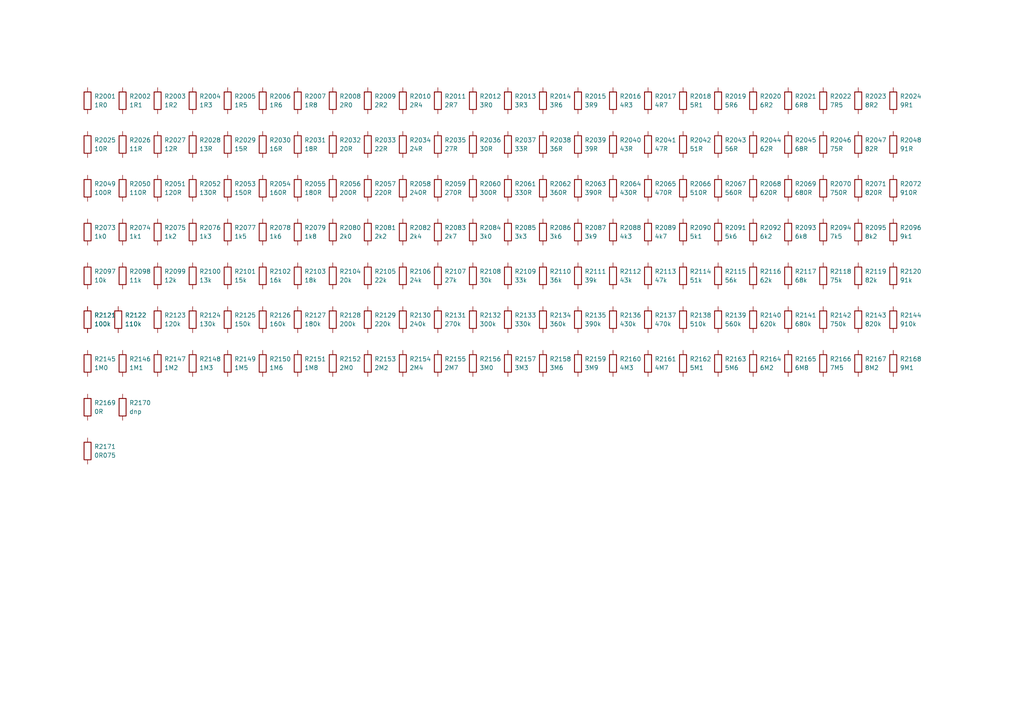
<source format=kicad_sch>
(kicad_sch (version 20231120) (generator "eeschema") (generator_version "8.0")
  (paper "A4")
  (title_block (title "Lily KiCad Library test") (date "2024-07-03") (rev "1") (company "LilyTronics"))
  (lib_symbols
    (symbol "lily_symbols:res_0R075_1%_3W_2512" (pin_numbers hide) (pin_names (offset 0) hide)
      (property "Reference" "R" (at 1.905 -2.54 0))
      (property "Value" "0R075" (at 1.905 -5.08 0))
      (symbol "res_0R075_1%_3W_2512_1_1"
        (pin passive line (at 0 0 270) (length 1.27) (name "~") (number "1"))
        (pin passive line (at 0 -7.62 90) (length 1.27) (name "~") (number "2"))
      )
    )
    (symbol "lily_symbols:res_0R_1%_125mW_0805" (pin_numbers hide) (pin_names (offset 0) hide)
      (property "Reference" "R" (at 1.905 -2.54 0))
      (property "Value" "0R" (at 1.905 -5.08 0))
      (symbol "res_0R_1%_125mW_0805_1_1"
        (pin passive line (at 0 0 270) (length 1.27) (name "~") (number "1"))
        (pin passive line (at 0 -7.62 90) (length 1.27) (name "~") (number "2"))
      )
    )
    (symbol "lily_symbols:res_100R_1%_125mW_0805" (pin_numbers hide) (pin_names (offset 0) hide)
      (property "Reference" "R" (at 1.905 -2.54 0))
      (property "Value" "100R" (at 1.905 -5.08 0))
      (symbol "res_100R_1%_125mW_0805_1_1"
        (pin passive line (at 0 0 270) (length 1.27) (name "~") (number "1"))
        (pin passive line (at 0 -7.62 90) (length 1.27) (name "~") (number "2"))
      )
    )
    (symbol "lily_symbols:res_100k_1%_125mW_0805" (pin_numbers hide) (pin_names (offset 0) hide)
      (property "Reference" "R" (at 1.905 -2.54 0))
      (property "Value" "100k" (at 1.905 -5.08 0))
      (symbol "res_100k_1%_125mW_0805_1_1"
        (pin passive line (at 0 0 270) (length 1.27) (name "~") (number "1"))
        (pin passive line (at 0 -7.62 90) (length 1.27) (name "~") (number "2"))
      )
    )
    (symbol "lily_symbols:res_10R_1%_125mW_0805" (pin_numbers hide) (pin_names (offset 0) hide)
      (property "Reference" "R" (at 1.905 -2.54 0))
      (property "Value" "10R" (at 1.905 -5.08 0))
      (symbol "res_10R_1%_125mW_0805_1_1"
        (pin passive line (at 0 0 270) (length 1.27) (name "~") (number "1"))
        (pin passive line (at 0 -7.62 90) (length 1.27) (name "~") (number "2"))
      )
    )
    (symbol "lily_symbols:res_10k_1%_125mW_0805" (pin_numbers hide) (pin_names (offset 0) hide)
      (property "Reference" "R" (at 1.905 -2.54 0))
      (property "Value" "10k" (at 1.905 -5.08 0))
      (symbol "res_10k_1%_125mW_0805_1_1"
        (pin passive line (at 0 0 270) (length 1.27) (name "~") (number "1"))
        (pin passive line (at 0 -7.62 90) (length 1.27) (name "~") (number "2"))
      )
    )
    (symbol "lily_symbols:res_110R_1%_125mW_0805" (pin_numbers hide) (pin_names (offset 0) hide)
      (property "Reference" "R" (at 1.905 -2.54 0))
      (property "Value" "110R" (at 1.905 -5.08 0))
      (symbol "res_110R_1%_125mW_0805_1_1"
        (pin passive line (at 0 0 270) (length 1.27) (name "~") (number "1"))
        (pin passive line (at 0 -7.62 90) (length 1.27) (name "~") (number "2"))
      )
    )
    (symbol "lily_symbols:res_110k_1%_125mW_0805" (pin_numbers hide) (pin_names (offset 0) hide)
      (property "Reference" "R" (at 1.905 -2.54 0))
      (property "Value" "110k" (at 1.905 -5.08 0))
      (symbol "res_110k_1%_125mW_0805_1_1"
        (pin passive line (at 0 0 270) (length 1.27) (name "~") (number "1"))
        (pin passive line (at 0 -7.62 90) (length 1.27) (name "~") (number "2"))
      )
    )
    (symbol "lily_symbols:res_11R_1%_125mW_0805" (pin_numbers hide) (pin_names (offset 0) hide)
      (property "Reference" "R" (at 1.905 -2.54 0))
      (property "Value" "11R" (at 1.905 -5.08 0))
      (symbol "res_11R_1%_125mW_0805_1_1"
        (pin passive line (at 0 0 270) (length 1.27) (name "~") (number "1"))
        (pin passive line (at 0 -7.62 90) (length 1.27) (name "~") (number "2"))
      )
    )
    (symbol "lily_symbols:res_11k_1%_125mW_0805" (pin_numbers hide) (pin_names (offset 0) hide)
      (property "Reference" "R" (at 1.905 -2.54 0))
      (property "Value" "11k" (at 1.905 -5.08 0))
      (symbol "res_11k_1%_125mW_0805_1_1"
        (pin passive line (at 0 0 270) (length 1.27) (name "~") (number "1"))
        (pin passive line (at 0 -7.62 90) (length 1.27) (name "~") (number "2"))
      )
    )
    (symbol "lily_symbols:res_120R_1%_125mW_0805" (pin_numbers hide) (pin_names (offset 0) hide)
      (property "Reference" "R" (at 1.905 -2.54 0))
      (property "Value" "120R" (at 1.905 -5.08 0))
      (symbol "res_120R_1%_125mW_0805_1_1"
        (pin passive line (at 0 0 270) (length 1.27) (name "~") (number "1"))
        (pin passive line (at 0 -7.62 90) (length 1.27) (name "~") (number "2"))
      )
    )
    (symbol "lily_symbols:res_120k_1%_125mW_0805" (pin_numbers hide) (pin_names (offset 0) hide)
      (property "Reference" "R" (at 1.905 -2.54 0))
      (property "Value" "120k" (at 1.905 -5.08 0))
      (symbol "res_120k_1%_125mW_0805_1_1"
        (pin passive line (at 0 0 270) (length 1.27) (name "~") (number "1"))
        (pin passive line (at 0 -7.62 90) (length 1.27) (name "~") (number "2"))
      )
    )
    (symbol "lily_symbols:res_12R_1%_125mW_0805" (pin_numbers hide) (pin_names (offset 0) hide)
      (property "Reference" "R" (at 1.905 -2.54 0))
      (property "Value" "12R" (at 1.905 -5.08 0))
      (symbol "res_12R_1%_125mW_0805_1_1"
        (pin passive line (at 0 0 270) (length 1.27) (name "~") (number "1"))
        (pin passive line (at 0 -7.62 90) (length 1.27) (name "~") (number "2"))
      )
    )
    (symbol "lily_symbols:res_12k_1%_125mW_0805" (pin_numbers hide) (pin_names (offset 0) hide)
      (property "Reference" "R" (at 1.905 -2.54 0))
      (property "Value" "12k" (at 1.905 -5.08 0))
      (symbol "res_12k_1%_125mW_0805_1_1"
        (pin passive line (at 0 0 270) (length 1.27) (name "~") (number "1"))
        (pin passive line (at 0 -7.62 90) (length 1.27) (name "~") (number "2"))
      )
    )
    (symbol "lily_symbols:res_130R_1%_125mW_0805" (pin_numbers hide) (pin_names (offset 0) hide)
      (property "Reference" "R" (at 1.905 -2.54 0))
      (property "Value" "130R" (at 1.905 -5.08 0))
      (symbol "res_130R_1%_125mW_0805_1_1"
        (pin passive line (at 0 0 270) (length 1.27) (name "~") (number "1"))
        (pin passive line (at 0 -7.62 90) (length 1.27) (name "~") (number "2"))
      )
    )
    (symbol "lily_symbols:res_130k_1%_125mW_0805" (pin_numbers hide) (pin_names (offset 0) hide)
      (property "Reference" "R" (at 1.905 -2.54 0))
      (property "Value" "130k" (at 1.905 -5.08 0))
      (symbol "res_130k_1%_125mW_0805_1_1"
        (pin passive line (at 0 0 270) (length 1.27) (name "~") (number "1"))
        (pin passive line (at 0 -7.62 90) (length 1.27) (name "~") (number "2"))
      )
    )
    (symbol "lily_symbols:res_13R_1%_125mW_0805" (pin_numbers hide) (pin_names (offset 0) hide)
      (property "Reference" "R" (at 1.905 -2.54 0))
      (property "Value" "13R" (at 1.905 -5.08 0))
      (symbol "res_13R_1%_125mW_0805_1_1"
        (pin passive line (at 0 0 270) (length 1.27) (name "~") (number "1"))
        (pin passive line (at 0 -7.62 90) (length 1.27) (name "~") (number "2"))
      )
    )
    (symbol "lily_symbols:res_13k_1%_125mW_0805" (pin_numbers hide) (pin_names (offset 0) hide)
      (property "Reference" "R" (at 1.905 -2.54 0))
      (property "Value" "13k" (at 1.905 -5.08 0))
      (symbol "res_13k_1%_125mW_0805_1_1"
        (pin passive line (at 0 0 270) (length 1.27) (name "~") (number "1"))
        (pin passive line (at 0 -7.62 90) (length 1.27) (name "~") (number "2"))
      )
    )
    (symbol "lily_symbols:res_150R_1%_125mW_0805" (pin_numbers hide) (pin_names (offset 0) hide)
      (property "Reference" "R" (at 1.905 -2.54 0))
      (property "Value" "150R" (at 1.905 -5.08 0))
      (symbol "res_150R_1%_125mW_0805_1_1"
        (pin passive line (at 0 0 270) (length 1.27) (name "~") (number "1"))
        (pin passive line (at 0 -7.62 90) (length 1.27) (name "~") (number "2"))
      )
    )
    (symbol "lily_symbols:res_150k_1%_125mW_0805" (pin_numbers hide) (pin_names (offset 0) hide)
      (property "Reference" "R" (at 1.905 -2.54 0))
      (property "Value" "150k" (at 1.905 -5.08 0))
      (symbol "res_150k_1%_125mW_0805_1_1"
        (pin passive line (at 0 0 270) (length 1.27) (name "~") (number "1"))
        (pin passive line (at 0 -7.62 90) (length 1.27) (name "~") (number "2"))
      )
    )
    (symbol "lily_symbols:res_15R_1%_125mW_0805" (pin_numbers hide) (pin_names (offset 0) hide)
      (property "Reference" "R" (at 1.905 -2.54 0))
      (property "Value" "15R" (at 1.905 -5.08 0))
      (symbol "res_15R_1%_125mW_0805_1_1"
        (pin passive line (at 0 0 270) (length 1.27) (name "~") (number "1"))
        (pin passive line (at 0 -7.62 90) (length 1.27) (name "~") (number "2"))
      )
    )
    (symbol "lily_symbols:res_15k_1%_125mW_0805" (pin_numbers hide) (pin_names (offset 0) hide)
      (property "Reference" "R" (at 1.905 -2.54 0))
      (property "Value" "15k" (at 1.905 -5.08 0))
      (symbol "res_15k_1%_125mW_0805_1_1"
        (pin passive line (at 0 0 270) (length 1.27) (name "~") (number "1"))
        (pin passive line (at 0 -7.62 90) (length 1.27) (name "~") (number "2"))
      )
    )
    (symbol "lily_symbols:res_160R_1%_125mW_0805" (pin_numbers hide) (pin_names (offset 0) hide)
      (property "Reference" "R" (at 1.905 -2.54 0))
      (property "Value" "160R" (at 1.905 -5.08 0))
      (symbol "res_160R_1%_125mW_0805_1_1"
        (pin passive line (at 0 0 270) (length 1.27) (name "~") (number "1"))
        (pin passive line (at 0 -7.62 90) (length 1.27) (name "~") (number "2"))
      )
    )
    (symbol "lily_symbols:res_160k_1%_125mW_0805" (pin_numbers hide) (pin_names (offset 0) hide)
      (property "Reference" "R" (at 1.905 -2.54 0))
      (property "Value" "160k" (at 1.905 -5.08 0))
      (symbol "res_160k_1%_125mW_0805_1_1"
        (pin passive line (at 0 0 270) (length 1.27) (name "~") (number "1"))
        (pin passive line (at 0 -7.62 90) (length 1.27) (name "~") (number "2"))
      )
    )
    (symbol "lily_symbols:res_16R_1%_125mW_0805" (pin_numbers hide) (pin_names (offset 0) hide)
      (property "Reference" "R" (at 1.905 -2.54 0))
      (property "Value" "16R" (at 1.905 -5.08 0))
      (symbol "res_16R_1%_125mW_0805_1_1"
        (pin passive line (at 0 0 270) (length 1.27) (name "~") (number "1"))
        (pin passive line (at 0 -7.62 90) (length 1.27) (name "~") (number "2"))
      )
    )
    (symbol "lily_symbols:res_16k_1%_125mW_0805" (pin_numbers hide) (pin_names (offset 0) hide)
      (property "Reference" "R" (at 1.905 -2.54 0))
      (property "Value" "16k" (at 1.905 -5.08 0))
      (symbol "res_16k_1%_125mW_0805_1_1"
        (pin passive line (at 0 0 270) (length 1.27) (name "~") (number "1"))
        (pin passive line (at 0 -7.62 90) (length 1.27) (name "~") (number "2"))
      )
    )
    (symbol "lily_symbols:res_180R_1%_125mW_0805" (pin_numbers hide) (pin_names (offset 0) hide)
      (property "Reference" "R" (at 1.905 -2.54 0))
      (property "Value" "180R" (at 1.905 -5.08 0))
      (symbol "res_180R_1%_125mW_0805_1_1"
        (pin passive line (at 0 0 270) (length 1.27) (name "~") (number "1"))
        (pin passive line (at 0 -7.62 90) (length 1.27) (name "~") (number "2"))
      )
    )
    (symbol "lily_symbols:res_180k_1%_125mW_0805" (pin_numbers hide) (pin_names (offset 0) hide)
      (property "Reference" "R" (at 1.905 -2.54 0))
      (property "Value" "180k" (at 1.905 -5.08 0))
      (symbol "res_180k_1%_125mW_0805_1_1"
        (pin passive line (at 0 0 270) (length 1.27) (name "~") (number "1"))
        (pin passive line (at 0 -7.62 90) (length 1.27) (name "~") (number "2"))
      )
    )
    (symbol "lily_symbols:res_18R_1%_125mW_0805" (pin_numbers hide) (pin_names (offset 0) hide)
      (property "Reference" "R" (at 1.905 -2.54 0))
      (property "Value" "18R" (at 1.905 -5.08 0))
      (symbol "res_18R_1%_125mW_0805_1_1"
        (pin passive line (at 0 0 270) (length 1.27) (name "~") (number "1"))
        (pin passive line (at 0 -7.62 90) (length 1.27) (name "~") (number "2"))
      )
    )
    (symbol "lily_symbols:res_18k_1%_125mW_0805" (pin_numbers hide) (pin_names (offset 0) hide)
      (property "Reference" "R" (at 1.905 -2.54 0))
      (property "Value" "18k" (at 1.905 -5.08 0))
      (symbol "res_18k_1%_125mW_0805_1_1"
        (pin passive line (at 0 0 270) (length 1.27) (name "~") (number "1"))
        (pin passive line (at 0 -7.62 90) (length 1.27) (name "~") (number "2"))
      )
    )
    (symbol "lily_symbols:res_1M0_1%_125mW_0805" (pin_numbers hide) (pin_names (offset 0) hide)
      (property "Reference" "R" (at 1.905 -2.54 0))
      (property "Value" "1M0" (at 1.905 -5.08 0))
      (symbol "res_1M0_1%_125mW_0805_1_1"
        (pin passive line (at 0 0 270) (length 1.27) (name "~") (number "1"))
        (pin passive line (at 0 -7.62 90) (length 1.27) (name "~") (number "2"))
      )
    )
    (symbol "lily_symbols:res_1M1_1%_125mW_0805" (pin_numbers hide) (pin_names (offset 0) hide)
      (property "Reference" "R" (at 1.905 -2.54 0))
      (property "Value" "1M1" (at 1.905 -5.08 0))
      (symbol "res_1M1_1%_125mW_0805_1_1"
        (pin passive line (at 0 0 270) (length 1.27) (name "~") (number "1"))
        (pin passive line (at 0 -7.62 90) (length 1.27) (name "~") (number "2"))
      )
    )
    (symbol "lily_symbols:res_1M2_1%_125mW_0805" (pin_numbers hide) (pin_names (offset 0) hide)
      (property "Reference" "R" (at 1.905 -2.54 0))
      (property "Value" "1M2" (at 1.905 -5.08 0))
      (symbol "res_1M2_1%_125mW_0805_1_1"
        (pin passive line (at 0 0 270) (length 1.27) (name "~") (number "1"))
        (pin passive line (at 0 -7.62 90) (length 1.27) (name "~") (number "2"))
      )
    )
    (symbol "lily_symbols:res_1M3_1%_125mW_0805" (pin_numbers hide) (pin_names (offset 0) hide)
      (property "Reference" "R" (at 1.905 -2.54 0))
      (property "Value" "1M3" (at 1.905 -5.08 0))
      (symbol "res_1M3_1%_125mW_0805_1_1"
        (pin passive line (at 0 0 270) (length 1.27) (name "~") (number "1"))
        (pin passive line (at 0 -7.62 90) (length 1.27) (name "~") (number "2"))
      )
    )
    (symbol "lily_symbols:res_1M5_1%_125mW_0805" (pin_numbers hide) (pin_names (offset 0) hide)
      (property "Reference" "R" (at 1.905 -2.54 0))
      (property "Value" "1M5" (at 1.905 -5.08 0))
      (symbol "res_1M5_1%_125mW_0805_1_1"
        (pin passive line (at 0 0 270) (length 1.27) (name "~") (number "1"))
        (pin passive line (at 0 -7.62 90) (length 1.27) (name "~") (number "2"))
      )
    )
    (symbol "lily_symbols:res_1M6_1%_125mW_0805" (pin_numbers hide) (pin_names (offset 0) hide)
      (property "Reference" "R" (at 1.905 -2.54 0))
      (property "Value" "1M6" (at 1.905 -5.08 0))
      (symbol "res_1M6_1%_125mW_0805_1_1"
        (pin passive line (at 0 0 270) (length 1.27) (name "~") (number "1"))
        (pin passive line (at 0 -7.62 90) (length 1.27) (name "~") (number "2"))
      )
    )
    (symbol "lily_symbols:res_1M8_1%_125mW_0805" (pin_numbers hide) (pin_names (offset 0) hide)
      (property "Reference" "R" (at 1.905 -2.54 0))
      (property "Value" "1M8" (at 1.905 -5.08 0))
      (symbol "res_1M8_1%_125mW_0805_1_1"
        (pin passive line (at 0 0 270) (length 1.27) (name "~") (number "1"))
        (pin passive line (at 0 -7.62 90) (length 1.27) (name "~") (number "2"))
      )
    )
    (symbol "lily_symbols:res_1R0_1%_125mW_0805" (pin_numbers hide) (pin_names (offset 0) hide)
      (property "Reference" "R" (at 1.905 -2.54 0))
      (property "Value" "1R0" (at 1.905 -5.08 0))
      (symbol "res_1R0_1%_125mW_0805_1_1"
        (pin passive line (at 0 0 270) (length 1.27) (name "~") (number "1"))
        (pin passive line (at 0 -7.62 90) (length 1.27) (name "~") (number "2"))
      )
    )
    (symbol "lily_symbols:res_1R1_1%_125mW_0805" (pin_numbers hide) (pin_names (offset 0) hide)
      (property "Reference" "R" (at 1.905 -2.54 0))
      (property "Value" "1R1" (at 1.905 -5.08 0))
      (symbol "res_1R1_1%_125mW_0805_1_1"
        (pin passive line (at 0 0 270) (length 1.27) (name "~") (number "1"))
        (pin passive line (at 0 -7.62 90) (length 1.27) (name "~") (number "2"))
      )
    )
    (symbol "lily_symbols:res_1R2_1%_125mW_0805" (pin_numbers hide) (pin_names (offset 0) hide)
      (property "Reference" "R" (at 1.905 -2.54 0))
      (property "Value" "1R2" (at 1.905 -5.08 0))
      (symbol "res_1R2_1%_125mW_0805_1_1"
        (pin passive line (at 0 0 270) (length 1.27) (name "~") (number "1"))
        (pin passive line (at 0 -7.62 90) (length 1.27) (name "~") (number "2"))
      )
    )
    (symbol "lily_symbols:res_1R3_1%_125mW_0805" (pin_numbers hide) (pin_names (offset 0) hide)
      (property "Reference" "R" (at 1.905 -2.54 0))
      (property "Value" "1R3" (at 1.905 -5.08 0))
      (symbol "res_1R3_1%_125mW_0805_1_1"
        (pin passive line (at 0 0 270) (length 1.27) (name "~") (number "1"))
        (pin passive line (at 0 -7.62 90) (length 1.27) (name "~") (number "2"))
      )
    )
    (symbol "lily_symbols:res_1R5_1%_125mW_0805" (pin_numbers hide) (pin_names (offset 0) hide)
      (property "Reference" "R" (at 1.905 -2.54 0))
      (property "Value" "1R5" (at 1.905 -5.08 0))
      (symbol "res_1R5_1%_125mW_0805_1_1"
        (pin passive line (at 0 0 270) (length 1.27) (name "~") (number "1"))
        (pin passive line (at 0 -7.62 90) (length 1.27) (name "~") (number "2"))
      )
    )
    (symbol "lily_symbols:res_1R6_1%_125mW_0805" (pin_numbers hide) (pin_names (offset 0) hide)
      (property "Reference" "R" (at 1.905 -2.54 0))
      (property "Value" "1R6" (at 1.905 -5.08 0))
      (symbol "res_1R6_1%_125mW_0805_1_1"
        (pin passive line (at 0 0 270) (length 1.27) (name "~") (number "1"))
        (pin passive line (at 0 -7.62 90) (length 1.27) (name "~") (number "2"))
      )
    )
    (symbol "lily_symbols:res_1R8_1%_125mW_0805" (pin_numbers hide) (pin_names (offset 0) hide)
      (property "Reference" "R" (at 1.905 -2.54 0))
      (property "Value" "1R8" (at 1.905 -5.08 0))
      (symbol "res_1R8_1%_125mW_0805_1_1"
        (pin passive line (at 0 0 270) (length 1.27) (name "~") (number "1"))
        (pin passive line (at 0 -7.62 90) (length 1.27) (name "~") (number "2"))
      )
    )
    (symbol "lily_symbols:res_1k0_1%_125mW_0805" (pin_numbers hide) (pin_names (offset 0) hide)
      (property "Reference" "R" (at 1.905 -2.54 0))
      (property "Value" "1k0" (at 1.905 -5.08 0))
      (symbol "res_1k0_1%_125mW_0805_1_1"
        (pin passive line (at 0 0 270) (length 1.27) (name "~") (number "1"))
        (pin passive line (at 0 -7.62 90) (length 1.27) (name "~") (number "2"))
      )
    )
    (symbol "lily_symbols:res_1k1_1%_125mW_0805" (pin_numbers hide) (pin_names (offset 0) hide)
      (property "Reference" "R" (at 1.905 -2.54 0))
      (property "Value" "1k1" (at 1.905 -5.08 0))
      (symbol "res_1k1_1%_125mW_0805_1_1"
        (pin passive line (at 0 0 270) (length 1.27) (name "~") (number "1"))
        (pin passive line (at 0 -7.62 90) (length 1.27) (name "~") (number "2"))
      )
    )
    (symbol "lily_symbols:res_1k2_1%_125mW_0805" (pin_numbers hide) (pin_names (offset 0) hide)
      (property "Reference" "R" (at 1.905 -2.54 0))
      (property "Value" "1k2" (at 1.905 -5.08 0))
      (symbol "res_1k2_1%_125mW_0805_1_1"
        (pin passive line (at 0 0 270) (length 1.27) (name "~") (number "1"))
        (pin passive line (at 0 -7.62 90) (length 1.27) (name "~") (number "2"))
      )
    )
    (symbol "lily_symbols:res_1k3_1%_125mW_0805" (pin_numbers hide) (pin_names (offset 0) hide)
      (property "Reference" "R" (at 1.905 -2.54 0))
      (property "Value" "1k3" (at 1.905 -5.08 0))
      (symbol "res_1k3_1%_125mW_0805_1_1"
        (pin passive line (at 0 0 270) (length 1.27) (name "~") (number "1"))
        (pin passive line (at 0 -7.62 90) (length 1.27) (name "~") (number "2"))
      )
    )
    (symbol "lily_symbols:res_1k5_1%_125mW_0805" (pin_numbers hide) (pin_names (offset 0) hide)
      (property "Reference" "R" (at 1.905 -2.54 0))
      (property "Value" "1k5" (at 1.905 -5.08 0))
      (symbol "res_1k5_1%_125mW_0805_1_1"
        (pin passive line (at 0 0 270) (length 1.27) (name "~") (number "1"))
        (pin passive line (at 0 -7.62 90) (length 1.27) (name "~") (number "2"))
      )
    )
    (symbol "lily_symbols:res_1k6_1%_125mW_0805" (pin_numbers hide) (pin_names (offset 0) hide)
      (property "Reference" "R" (at 1.905 -2.54 0))
      (property "Value" "1k6" (at 1.905 -5.08 0))
      (symbol "res_1k6_1%_125mW_0805_1_1"
        (pin passive line (at 0 0 270) (length 1.27) (name "~") (number "1"))
        (pin passive line (at 0 -7.62 90) (length 1.27) (name "~") (number "2"))
      )
    )
    (symbol "lily_symbols:res_1k8_1%_125mW_0805" (pin_numbers hide) (pin_names (offset 0) hide)
      (property "Reference" "R" (at 1.905 -2.54 0))
      (property "Value" "1k8" (at 1.905 -5.08 0))
      (symbol "res_1k8_1%_125mW_0805_1_1"
        (pin passive line (at 0 0 270) (length 1.27) (name "~") (number "1"))
        (pin passive line (at 0 -7.62 90) (length 1.27) (name "~") (number "2"))
      )
    )
    (symbol "lily_symbols:res_200R_1%_125mW_0805" (pin_numbers hide) (pin_names (offset 0) hide)
      (property "Reference" "R" (at 1.905 -2.54 0))
      (property "Value" "200R" (at 1.905 -5.08 0))
      (symbol "res_200R_1%_125mW_0805_1_1"
        (pin passive line (at 0 0 270) (length 1.27) (name "~") (number "1"))
        (pin passive line (at 0 -7.62 90) (length 1.27) (name "~") (number "2"))
      )
    )
    (symbol "lily_symbols:res_200k_1%_125mW_0805" (pin_numbers hide) (pin_names (offset 0) hide)
      (property "Reference" "R" (at 1.905 -2.54 0))
      (property "Value" "200k" (at 1.905 -5.08 0))
      (symbol "res_200k_1%_125mW_0805_1_1"
        (pin passive line (at 0 0 270) (length 1.27) (name "~") (number "1"))
        (pin passive line (at 0 -7.62 90) (length 1.27) (name "~") (number "2"))
      )
    )
    (symbol "lily_symbols:res_20R_1%_125mW_0805" (pin_numbers hide) (pin_names (offset 0) hide)
      (property "Reference" "R" (at 1.905 -2.54 0))
      (property "Value" "20R" (at 1.905 -5.08 0))
      (symbol "res_20R_1%_125mW_0805_1_1"
        (pin passive line (at 0 0 270) (length 1.27) (name "~") (number "1"))
        (pin passive line (at 0 -7.62 90) (length 1.27) (name "~") (number "2"))
      )
    )
    (symbol "lily_symbols:res_20k_1%_125mW_0805" (pin_numbers hide) (pin_names (offset 0) hide)
      (property "Reference" "R" (at 1.905 -2.54 0))
      (property "Value" "20k" (at 1.905 -5.08 0))
      (symbol "res_20k_1%_125mW_0805_1_1"
        (pin passive line (at 0 0 270) (length 1.27) (name "~") (number "1"))
        (pin passive line (at 0 -7.62 90) (length 1.27) (name "~") (number "2"))
      )
    )
    (symbol "lily_symbols:res_220R_1%_125mW_0805" (pin_numbers hide) (pin_names (offset 0) hide)
      (property "Reference" "R" (at 1.905 -2.54 0))
      (property "Value" "220R" (at 1.905 -5.08 0))
      (symbol "res_220R_1%_125mW_0805_1_1"
        (pin passive line (at 0 0 270) (length 1.27) (name "~") (number "1"))
        (pin passive line (at 0 -7.62 90) (length 1.27) (name "~") (number "2"))
      )
    )
    (symbol "lily_symbols:res_220k_1%_125mW_0805" (pin_numbers hide) (pin_names (offset 0) hide)
      (property "Reference" "R" (at 1.905 -2.54 0))
      (property "Value" "220k" (at 1.905 -5.08 0))
      (symbol "res_220k_1%_125mW_0805_1_1"
        (pin passive line (at 0 0 270) (length 1.27) (name "~") (number "1"))
        (pin passive line (at 0 -7.62 90) (length 1.27) (name "~") (number "2"))
      )
    )
    (symbol "lily_symbols:res_22R_1%_125mW_0805" (pin_numbers hide) (pin_names (offset 0) hide)
      (property "Reference" "R" (at 1.905 -2.54 0))
      (property "Value" "22R" (at 1.905 -5.08 0))
      (symbol "res_22R_1%_125mW_0805_1_1"
        (pin passive line (at 0 0 270) (length 1.27) (name "~") (number "1"))
        (pin passive line (at 0 -7.62 90) (length 1.27) (name "~") (number "2"))
      )
    )
    (symbol "lily_symbols:res_22k_1%_125mW_0805" (pin_numbers hide) (pin_names (offset 0) hide)
      (property "Reference" "R" (at 1.905 -2.54 0))
      (property "Value" "22k" (at 1.905 -5.08 0))
      (symbol "res_22k_1%_125mW_0805_1_1"
        (pin passive line (at 0 0 270) (length 1.27) (name "~") (number "1"))
        (pin passive line (at 0 -7.62 90) (length 1.27) (name "~") (number "2"))
      )
    )
    (symbol "lily_symbols:res_240R_1%_125mW_0805" (pin_numbers hide) (pin_names (offset 0) hide)
      (property "Reference" "R" (at 1.905 -2.54 0))
      (property "Value" "240R" (at 1.905 -5.08 0))
      (symbol "res_240R_1%_125mW_0805_1_1"
        (pin passive line (at 0 0 270) (length 1.27) (name "~") (number "1"))
        (pin passive line (at 0 -7.62 90) (length 1.27) (name "~") (number "2"))
      )
    )
    (symbol "lily_symbols:res_240k_1%_125mW_0805" (pin_numbers hide) (pin_names (offset 0) hide)
      (property "Reference" "R" (at 1.905 -2.54 0))
      (property "Value" "240k" (at 1.905 -5.08 0))
      (symbol "res_240k_1%_125mW_0805_1_1"
        (pin passive line (at 0 0 270) (length 1.27) (name "~") (number "1"))
        (pin passive line (at 0 -7.62 90) (length 1.27) (name "~") (number "2"))
      )
    )
    (symbol "lily_symbols:res_24R_1%_125mW_0805" (pin_numbers hide) (pin_names (offset 0) hide)
      (property "Reference" "R" (at 1.905 -2.54 0))
      (property "Value" "24R" (at 1.905 -5.08 0))
      (symbol "res_24R_1%_125mW_0805_1_1"
        (pin passive line (at 0 0 270) (length 1.27) (name "~") (number "1"))
        (pin passive line (at 0 -7.62 90) (length 1.27) (name "~") (number "2"))
      )
    )
    (symbol "lily_symbols:res_24k_1%_125mW_0805" (pin_numbers hide) (pin_names (offset 0) hide)
      (property "Reference" "R" (at 1.905 -2.54 0))
      (property "Value" "24k" (at 1.905 -5.08 0))
      (symbol "res_24k_1%_125mW_0805_1_1"
        (pin passive line (at 0 0 270) (length 1.27) (name "~") (number "1"))
        (pin passive line (at 0 -7.62 90) (length 1.27) (name "~") (number "2"))
      )
    )
    (symbol "lily_symbols:res_270R_1%_125mW_0805" (pin_numbers hide) (pin_names (offset 0) hide)
      (property "Reference" "R" (at 1.905 -2.54 0))
      (property "Value" "270R" (at 1.905 -5.08 0))
      (symbol "res_270R_1%_125mW_0805_1_1"
        (pin passive line (at 0 0 270) (length 1.27) (name "~") (number "1"))
        (pin passive line (at 0 -7.62 90) (length 1.27) (name "~") (number "2"))
      )
    )
    (symbol "lily_symbols:res_270k_1%_125mW_0805" (pin_numbers hide) (pin_names (offset 0) hide)
      (property "Reference" "R" (at 1.905 -2.54 0))
      (property "Value" "270k" (at 1.905 -5.08 0))
      (symbol "res_270k_1%_125mW_0805_1_1"
        (pin passive line (at 0 0 270) (length 1.27) (name "~") (number "1"))
        (pin passive line (at 0 -7.62 90) (length 1.27) (name "~") (number "2"))
      )
    )
    (symbol "lily_symbols:res_27R_1%_125mW_0805" (pin_numbers hide) (pin_names (offset 0) hide)
      (property "Reference" "R" (at 1.905 -2.54 0))
      (property "Value" "27R" (at 1.905 -5.08 0))
      (symbol "res_27R_1%_125mW_0805_1_1"
        (pin passive line (at 0 0 270) (length 1.27) (name "~") (number "1"))
        (pin passive line (at 0 -7.62 90) (length 1.27) (name "~") (number "2"))
      )
    )
    (symbol "lily_symbols:res_27k_1%_125mW_0805" (pin_numbers hide) (pin_names (offset 0) hide)
      (property "Reference" "R" (at 1.905 -2.54 0))
      (property "Value" "27k" (at 1.905 -5.08 0))
      (symbol "res_27k_1%_125mW_0805_1_1"
        (pin passive line (at 0 0 270) (length 1.27) (name "~") (number "1"))
        (pin passive line (at 0 -7.62 90) (length 1.27) (name "~") (number "2"))
      )
    )
    (symbol "lily_symbols:res_2M0_1%_125mW_0805" (pin_numbers hide) (pin_names (offset 0) hide)
      (property "Reference" "R" (at 1.905 -2.54 0))
      (property "Value" "2M0" (at 1.905 -5.08 0))
      (symbol "res_2M0_1%_125mW_0805_1_1"
        (pin passive line (at 0 0 270) (length 1.27) (name "~") (number "1"))
        (pin passive line (at 0 -7.62 90) (length 1.27) (name "~") (number "2"))
      )
    )
    (symbol "lily_symbols:res_2M2_1%_125mW_0805" (pin_numbers hide) (pin_names (offset 0) hide)
      (property "Reference" "R" (at 1.905 -2.54 0))
      (property "Value" "2M2" (at 1.905 -5.08 0))
      (symbol "res_2M2_1%_125mW_0805_1_1"
        (pin passive line (at 0 0 270) (length 1.27) (name "~") (number "1"))
        (pin passive line (at 0 -7.62 90) (length 1.27) (name "~") (number "2"))
      )
    )
    (symbol "lily_symbols:res_2M4_1%_125mW_0805" (pin_numbers hide) (pin_names (offset 0) hide)
      (property "Reference" "R" (at 1.905 -2.54 0))
      (property "Value" "2M4" (at 1.905 -5.08 0))
      (symbol "res_2M4_1%_125mW_0805_1_1"
        (pin passive line (at 0 0 270) (length 1.27) (name "~") (number "1"))
        (pin passive line (at 0 -7.62 90) (length 1.27) (name "~") (number "2"))
      )
    )
    (symbol "lily_symbols:res_2M7_1%_125mW_0805" (pin_numbers hide) (pin_names (offset 0) hide)
      (property "Reference" "R" (at 1.905 -2.54 0))
      (property "Value" "2M7" (at 1.905 -5.08 0))
      (symbol "res_2M7_1%_125mW_0805_1_1"
        (pin passive line (at 0 0 270) (length 1.27) (name "~") (number "1"))
        (pin passive line (at 0 -7.62 90) (length 1.27) (name "~") (number "2"))
      )
    )
    (symbol "lily_symbols:res_2R0_1%_125mW_0805" (pin_numbers hide) (pin_names (offset 0) hide)
      (property "Reference" "R" (at 1.905 -2.54 0))
      (property "Value" "2R0" (at 1.905 -5.08 0))
      (symbol "res_2R0_1%_125mW_0805_1_1"
        (pin passive line (at 0 0 270) (length 1.27) (name "~") (number "1"))
        (pin passive line (at 0 -7.62 90) (length 1.27) (name "~") (number "2"))
      )
    )
    (symbol "lily_symbols:res_2R2_1%_125mW_0805" (pin_numbers hide) (pin_names (offset 0) hide)
      (property "Reference" "R" (at 1.905 -2.54 0))
      (property "Value" "2R2" (at 1.905 -5.08 0))
      (symbol "res_2R2_1%_125mW_0805_1_1"
        (pin passive line (at 0 0 270) (length 1.27) (name "~") (number "1"))
        (pin passive line (at 0 -7.62 90) (length 1.27) (name "~") (number "2"))
      )
    )
    (symbol "lily_symbols:res_2R4_1%_125mW_0805" (pin_numbers hide) (pin_names (offset 0) hide)
      (property "Reference" "R" (at 1.905 -2.54 0))
      (property "Value" "2R4" (at 1.905 -5.08 0))
      (symbol "res_2R4_1%_125mW_0805_1_1"
        (pin passive line (at 0 0 270) (length 1.27) (name "~") (number "1"))
        (pin passive line (at 0 -7.62 90) (length 1.27) (name "~") (number "2"))
      )
    )
    (symbol "lily_symbols:res_2R7_1%_125mW_0805" (pin_numbers hide) (pin_names (offset 0) hide)
      (property "Reference" "R" (at 1.905 -2.54 0))
      (property "Value" "2R7" (at 1.905 -5.08 0))
      (symbol "res_2R7_1%_125mW_0805_1_1"
        (pin passive line (at 0 0 270) (length 1.27) (name "~") (number "1"))
        (pin passive line (at 0 -7.62 90) (length 1.27) (name "~") (number "2"))
      )
    )
    (symbol "lily_symbols:res_2k0_1%_125mW_0805" (pin_numbers hide) (pin_names (offset 0) hide)
      (property "Reference" "R" (at 1.905 -2.54 0))
      (property "Value" "2k0" (at 1.905 -5.08 0))
      (symbol "res_2k0_1%_125mW_0805_1_1"
        (pin passive line (at 0 0 270) (length 1.27) (name "~") (number "1"))
        (pin passive line (at 0 -7.62 90) (length 1.27) (name "~") (number "2"))
      )
    )
    (symbol "lily_symbols:res_2k2_1%_125mW_0805" (pin_numbers hide) (pin_names (offset 0) hide)
      (property "Reference" "R" (at 1.905 -2.54 0))
      (property "Value" "2k2" (at 1.905 -5.08 0))
      (symbol "res_2k2_1%_125mW_0805_1_1"
        (pin passive line (at 0 0 270) (length 1.27) (name "~") (number "1"))
        (pin passive line (at 0 -7.62 90) (length 1.27) (name "~") (number "2"))
      )
    )
    (symbol "lily_symbols:res_2k4_1%_125mW_0805" (pin_numbers hide) (pin_names (offset 0) hide)
      (property "Reference" "R" (at 1.905 -2.54 0))
      (property "Value" "2k4" (at 1.905 -5.08 0))
      (symbol "res_2k4_1%_125mW_0805_1_1"
        (pin passive line (at 0 0 270) (length 1.27) (name "~") (number "1"))
        (pin passive line (at 0 -7.62 90) (length 1.27) (name "~") (number "2"))
      )
    )
    (symbol "lily_symbols:res_2k7_1%_125mW_0805" (pin_numbers hide) (pin_names (offset 0) hide)
      (property "Reference" "R" (at 1.905 -2.54 0))
      (property "Value" "2k7" (at 1.905 -5.08 0))
      (symbol "res_2k7_1%_125mW_0805_1_1"
        (pin passive line (at 0 0 270) (length 1.27) (name "~") (number "1"))
        (pin passive line (at 0 -7.62 90) (length 1.27) (name "~") (number "2"))
      )
    )
    (symbol "lily_symbols:res_300R_1%_125mW_0805" (pin_numbers hide) (pin_names (offset 0) hide)
      (property "Reference" "R" (at 1.905 -2.54 0))
      (property "Value" "300R" (at 1.905 -5.08 0))
      (symbol "res_300R_1%_125mW_0805_1_1"
        (pin passive line (at 0 0 270) (length 1.27) (name "~") (number "1"))
        (pin passive line (at 0 -7.62 90) (length 1.27) (name "~") (number "2"))
      )
    )
    (symbol "lily_symbols:res_300k_1%_125mW_0805" (pin_numbers hide) (pin_names (offset 0) hide)
      (property "Reference" "R" (at 1.905 -2.54 0))
      (property "Value" "300k" (at 1.905 -5.08 0))
      (symbol "res_300k_1%_125mW_0805_1_1"
        (pin passive line (at 0 0 270) (length 1.27) (name "~") (number "1"))
        (pin passive line (at 0 -7.62 90) (length 1.27) (name "~") (number "2"))
      )
    )
    (symbol "lily_symbols:res_30R_1%_125mW_0805" (pin_numbers hide) (pin_names (offset 0) hide)
      (property "Reference" "R" (at 1.905 -2.54 0))
      (property "Value" "30R" (at 1.905 -5.08 0))
      (symbol "res_30R_1%_125mW_0805_1_1"
        (pin passive line (at 0 0 270) (length 1.27) (name "~") (number "1"))
        (pin passive line (at 0 -7.62 90) (length 1.27) (name "~") (number "2"))
      )
    )
    (symbol "lily_symbols:res_30k_1%_125mW_0805" (pin_numbers hide) (pin_names (offset 0) hide)
      (property "Reference" "R" (at 1.905 -2.54 0))
      (property "Value" "30k" (at 1.905 -5.08 0))
      (symbol "res_30k_1%_125mW_0805_1_1"
        (pin passive line (at 0 0 270) (length 1.27) (name "~") (number "1"))
        (pin passive line (at 0 -7.62 90) (length 1.27) (name "~") (number "2"))
      )
    )
    (symbol "lily_symbols:res_330R_1%_125mW_0805" (pin_numbers hide) (pin_names (offset 0) hide)
      (property "Reference" "R" (at 1.905 -2.54 0))
      (property "Value" "330R" (at 1.905 -5.08 0))
      (symbol "res_330R_1%_125mW_0805_1_1"
        (pin passive line (at 0 0 270) (length 1.27) (name "~") (number "1"))
        (pin passive line (at 0 -7.62 90) (length 1.27) (name "~") (number "2"))
      )
    )
    (symbol "lily_symbols:res_330k_1%_125mW_0805" (pin_numbers hide) (pin_names (offset 0) hide)
      (property "Reference" "R" (at 1.905 -2.54 0))
      (property "Value" "330k" (at 1.905 -5.08 0))
      (symbol "res_330k_1%_125mW_0805_1_1"
        (pin passive line (at 0 0 270) (length 1.27) (name "~") (number "1"))
        (pin passive line (at 0 -7.62 90) (length 1.27) (name "~") (number "2"))
      )
    )
    (symbol "lily_symbols:res_33R_1%_125mW_0805" (pin_numbers hide) (pin_names (offset 0) hide)
      (property "Reference" "R" (at 1.905 -2.54 0))
      (property "Value" "33R" (at 1.905 -5.08 0))
      (symbol "res_33R_1%_125mW_0805_1_1"
        (pin passive line (at 0 0 270) (length 1.27) (name "~") (number "1"))
        (pin passive line (at 0 -7.62 90) (length 1.27) (name "~") (number "2"))
      )
    )
    (symbol "lily_symbols:res_33k_1%_125mW_0805" (pin_numbers hide) (pin_names (offset 0) hide)
      (property "Reference" "R" (at 1.905 -2.54 0))
      (property "Value" "33k" (at 1.905 -5.08 0))
      (symbol "res_33k_1%_125mW_0805_1_1"
        (pin passive line (at 0 0 270) (length 1.27) (name "~") (number "1"))
        (pin passive line (at 0 -7.62 90) (length 1.27) (name "~") (number "2"))
      )
    )
    (symbol "lily_symbols:res_360R_1%_125mW_0805" (pin_numbers hide) (pin_names (offset 0) hide)
      (property "Reference" "R" (at 1.905 -2.54 0))
      (property "Value" "360R" (at 1.905 -5.08 0))
      (symbol "res_360R_1%_125mW_0805_1_1"
        (pin passive line (at 0 0 270) (length 1.27) (name "~") (number "1"))
        (pin passive line (at 0 -7.62 90) (length 1.27) (name "~") (number "2"))
      )
    )
    (symbol "lily_symbols:res_360k_1%_125mW_0805" (pin_numbers hide) (pin_names (offset 0) hide)
      (property "Reference" "R" (at 1.905 -2.54 0))
      (property "Value" "360k" (at 1.905 -5.08 0))
      (symbol "res_360k_1%_125mW_0805_1_1"
        (pin passive line (at 0 0 270) (length 1.27) (name "~") (number "1"))
        (pin passive line (at 0 -7.62 90) (length 1.27) (name "~") (number "2"))
      )
    )
    (symbol "lily_symbols:res_36R_1%_125mW_0805" (pin_numbers hide) (pin_names (offset 0) hide)
      (property "Reference" "R" (at 1.905 -2.54 0))
      (property "Value" "36R" (at 1.905 -5.08 0))
      (symbol "res_36R_1%_125mW_0805_1_1"
        (pin passive line (at 0 0 270) (length 1.27) (name "~") (number "1"))
        (pin passive line (at 0 -7.62 90) (length 1.27) (name "~") (number "2"))
      )
    )
    (symbol "lily_symbols:res_36k_1%_125mW_0805" (pin_numbers hide) (pin_names (offset 0) hide)
      (property "Reference" "R" (at 1.905 -2.54 0))
      (property "Value" "36k" (at 1.905 -5.08 0))
      (symbol "res_36k_1%_125mW_0805_1_1"
        (pin passive line (at 0 0 270) (length 1.27) (name "~") (number "1"))
        (pin passive line (at 0 -7.62 90) (length 1.27) (name "~") (number "2"))
      )
    )
    (symbol "lily_symbols:res_390R_1%_125mW_0805" (pin_numbers hide) (pin_names (offset 0) hide)
      (property "Reference" "R" (at 1.905 -2.54 0))
      (property "Value" "390R" (at 1.905 -5.08 0))
      (symbol "res_390R_1%_125mW_0805_1_1"
        (pin passive line (at 0 0 270) (length 1.27) (name "~") (number "1"))
        (pin passive line (at 0 -7.62 90) (length 1.27) (name "~") (number "2"))
      )
    )
    (symbol "lily_symbols:res_390k_1%_125mW_0805" (pin_numbers hide) (pin_names (offset 0) hide)
      (property "Reference" "R" (at 1.905 -2.54 0))
      (property "Value" "390k" (at 1.905 -5.08 0))
      (symbol "res_390k_1%_125mW_0805_1_1"
        (pin passive line (at 0 0 270) (length 1.27) (name "~") (number "1"))
        (pin passive line (at 0 -7.62 90) (length 1.27) (name "~") (number "2"))
      )
    )
    (symbol "lily_symbols:res_39R_1%_125mW_0805" (pin_numbers hide) (pin_names (offset 0) hide)
      (property "Reference" "R" (at 1.905 -2.54 0))
      (property "Value" "39R" (at 1.905 -5.08 0))
      (symbol "res_39R_1%_125mW_0805_1_1"
        (pin passive line (at 0 0 270) (length 1.27) (name "~") (number "1"))
        (pin passive line (at 0 -7.62 90) (length 1.27) (name "~") (number "2"))
      )
    )
    (symbol "lily_symbols:res_39k_1%_125mW_0805" (pin_numbers hide) (pin_names (offset 0) hide)
      (property "Reference" "R" (at 1.905 -2.54 0))
      (property "Value" "39k" (at 1.905 -5.08 0))
      (symbol "res_39k_1%_125mW_0805_1_1"
        (pin passive line (at 0 0 270) (length 1.27) (name "~") (number "1"))
        (pin passive line (at 0 -7.62 90) (length 1.27) (name "~") (number "2"))
      )
    )
    (symbol "lily_symbols:res_3M0_1%_125mW_0805" (pin_numbers hide) (pin_names (offset 0) hide)
      (property "Reference" "R" (at 1.905 -2.54 0))
      (property "Value" "3M0" (at 1.905 -5.08 0))
      (symbol "res_3M0_1%_125mW_0805_1_1"
        (pin passive line (at 0 0 270) (length 1.27) (name "~") (number "1"))
        (pin passive line (at 0 -7.62 90) (length 1.27) (name "~") (number "2"))
      )
    )
    (symbol "lily_symbols:res_3M3_1%_125mW_0805" (pin_numbers hide) (pin_names (offset 0) hide)
      (property "Reference" "R" (at 1.905 -2.54 0))
      (property "Value" "3M3" (at 1.905 -5.08 0))
      (symbol "res_3M3_1%_125mW_0805_1_1"
        (pin passive line (at 0 0 270) (length 1.27) (name "~") (number "1"))
        (pin passive line (at 0 -7.62 90) (length 1.27) (name "~") (number "2"))
      )
    )
    (symbol "lily_symbols:res_3M6_1%_125mW_0805" (pin_numbers hide) (pin_names (offset 0) hide)
      (property "Reference" "R" (at 1.905 -2.54 0))
      (property "Value" "3M6" (at 1.905 -5.08 0))
      (symbol "res_3M6_1%_125mW_0805_1_1"
        (pin passive line (at 0 0 270) (length 1.27) (name "~") (number "1"))
        (pin passive line (at 0 -7.62 90) (length 1.27) (name "~") (number "2"))
      )
    )
    (symbol "lily_symbols:res_3M9_1%_125mW_0805" (pin_numbers hide) (pin_names (offset 0) hide)
      (property "Reference" "R" (at 1.905 -2.54 0))
      (property "Value" "3M9" (at 1.905 -5.08 0))
      (symbol "res_3M9_1%_125mW_0805_1_1"
        (pin passive line (at 0 0 270) (length 1.27) (name "~") (number "1"))
        (pin passive line (at 0 -7.62 90) (length 1.27) (name "~") (number "2"))
      )
    )
    (symbol "lily_symbols:res_3R0_1%_125mW_0805" (pin_numbers hide) (pin_names (offset 0) hide)
      (property "Reference" "R" (at 1.905 -2.54 0))
      (property "Value" "3R0" (at 1.905 -5.08 0))
      (symbol "res_3R0_1%_125mW_0805_1_1"
        (pin passive line (at 0 0 270) (length 1.27) (name "~") (number "1"))
        (pin passive line (at 0 -7.62 90) (length 1.27) (name "~") (number "2"))
      )
    )
    (symbol "lily_symbols:res_3R3_1%_125mW_0805" (pin_numbers hide) (pin_names (offset 0) hide)
      (property "Reference" "R" (at 1.905 -2.54 0))
      (property "Value" "3R3" (at 1.905 -5.08 0))
      (symbol "res_3R3_1%_125mW_0805_1_1"
        (pin passive line (at 0 0 270) (length 1.27) (name "~") (number "1"))
        (pin passive line (at 0 -7.62 90) (length 1.27) (name "~") (number "2"))
      )
    )
    (symbol "lily_symbols:res_3R6_1%_125mW_0805" (pin_numbers hide) (pin_names (offset 0) hide)
      (property "Reference" "R" (at 1.905 -2.54 0))
      (property "Value" "3R6" (at 1.905 -5.08 0))
      (symbol "res_3R6_1%_125mW_0805_1_1"
        (pin passive line (at 0 0 270) (length 1.27) (name "~") (number "1"))
        (pin passive line (at 0 -7.62 90) (length 1.27) (name "~") (number "2"))
      )
    )
    (symbol "lily_symbols:res_3R9_1%_125mW_0805" (pin_numbers hide) (pin_names (offset 0) hide)
      (property "Reference" "R" (at 1.905 -2.54 0))
      (property "Value" "3R9" (at 1.905 -5.08 0))
      (symbol "res_3R9_1%_125mW_0805_1_1"
        (pin passive line (at 0 0 270) (length 1.27) (name "~") (number "1"))
        (pin passive line (at 0 -7.62 90) (length 1.27) (name "~") (number "2"))
      )
    )
    (symbol "lily_symbols:res_3k0_1%_125mW_0805" (pin_numbers hide) (pin_names (offset 0) hide)
      (property "Reference" "R" (at 1.905 -2.54 0))
      (property "Value" "3k0" (at 1.905 -5.08 0))
      (symbol "res_3k0_1%_125mW_0805_1_1"
        (pin passive line (at 0 0 270) (length 1.27) (name "~") (number "1"))
        (pin passive line (at 0 -7.62 90) (length 1.27) (name "~") (number "2"))
      )
    )
    (symbol "lily_symbols:res_3k3_1%_125mW_0805" (pin_numbers hide) (pin_names (offset 0) hide)
      (property "Reference" "R" (at 1.905 -2.54 0))
      (property "Value" "3k3" (at 1.905 -5.08 0))
      (symbol "res_3k3_1%_125mW_0805_1_1"
        (pin passive line (at 0 0 270) (length 1.27) (name "~") (number "1"))
        (pin passive line (at 0 -7.62 90) (length 1.27) (name "~") (number "2"))
      )
    )
    (symbol "lily_symbols:res_3k6_1%_125mW_0805" (pin_numbers hide) (pin_names (offset 0) hide)
      (property "Reference" "R" (at 1.905 -2.54 0))
      (property "Value" "3k6" (at 1.905 -5.08 0))
      (symbol "res_3k6_1%_125mW_0805_1_1"
        (pin passive line (at 0 0 270) (length 1.27) (name "~") (number "1"))
        (pin passive line (at 0 -7.62 90) (length 1.27) (name "~") (number "2"))
      )
    )
    (symbol "lily_symbols:res_3k9_1%_125mW_0805" (pin_numbers hide) (pin_names (offset 0) hide)
      (property "Reference" "R" (at 1.905 -2.54 0))
      (property "Value" "3k9" (at 1.905 -5.08 0))
      (symbol "res_3k9_1%_125mW_0805_1_1"
        (pin passive line (at 0 0 270) (length 1.27) (name "~") (number "1"))
        (pin passive line (at 0 -7.62 90) (length 1.27) (name "~") (number "2"))
      )
    )
    (symbol "lily_symbols:res_430R_1%_125mW_0805" (pin_numbers hide) (pin_names (offset 0) hide)
      (property "Reference" "R" (at 1.905 -2.54 0))
      (property "Value" "430R" (at 1.905 -5.08 0))
      (symbol "res_430R_1%_125mW_0805_1_1"
        (pin passive line (at 0 0 270) (length 1.27) (name "~") (number "1"))
        (pin passive line (at 0 -7.62 90) (length 1.27) (name "~") (number "2"))
      )
    )
    (symbol "lily_symbols:res_430k_1%_125mW_0805" (pin_numbers hide) (pin_names (offset 0) hide)
      (property "Reference" "R" (at 1.905 -2.54 0))
      (property "Value" "430k" (at 1.905 -5.08 0))
      (symbol "res_430k_1%_125mW_0805_1_1"
        (pin passive line (at 0 0 270) (length 1.27) (name "~") (number "1"))
        (pin passive line (at 0 -7.62 90) (length 1.27) (name "~") (number "2"))
      )
    )
    (symbol "lily_symbols:res_43R_1%_125mW_0805" (pin_numbers hide) (pin_names (offset 0) hide)
      (property "Reference" "R" (at 1.905 -2.54 0))
      (property "Value" "43R" (at 1.905 -5.08 0))
      (symbol "res_43R_1%_125mW_0805_1_1"
        (pin passive line (at 0 0 270) (length 1.27) (name "~") (number "1"))
        (pin passive line (at 0 -7.62 90) (length 1.27) (name "~") (number "2"))
      )
    )
    (symbol "lily_symbols:res_43k_1%_125mW_0805" (pin_numbers hide) (pin_names (offset 0) hide)
      (property "Reference" "R" (at 1.905 -2.54 0))
      (property "Value" "43k" (at 1.905 -5.08 0))
      (symbol "res_43k_1%_125mW_0805_1_1"
        (pin passive line (at 0 0 270) (length 1.27) (name "~") (number "1"))
        (pin passive line (at 0 -7.62 90) (length 1.27) (name "~") (number "2"))
      )
    )
    (symbol "lily_symbols:res_470R_1%_125mW_0805" (pin_numbers hide) (pin_names (offset 0) hide)
      (property "Reference" "R" (at 1.905 -2.54 0))
      (property "Value" "470R" (at 1.905 -5.08 0))
      (symbol "res_470R_1%_125mW_0805_1_1"
        (pin passive line (at 0 0 270) (length 1.27) (name "~") (number "1"))
        (pin passive line (at 0 -7.62 90) (length 1.27) (name "~") (number "2"))
      )
    )
    (symbol "lily_symbols:res_470k_1%_125mW_0805" (pin_numbers hide) (pin_names (offset 0) hide)
      (property "Reference" "R" (at 1.905 -2.54 0))
      (property "Value" "470k" (at 1.905 -5.08 0))
      (symbol "res_470k_1%_125mW_0805_1_1"
        (pin passive line (at 0 0 270) (length 1.27) (name "~") (number "1"))
        (pin passive line (at 0 -7.62 90) (length 1.27) (name "~") (number "2"))
      )
    )
    (symbol "lily_symbols:res_47R_1%_125mW_0805" (pin_numbers hide) (pin_names (offset 0) hide)
      (property "Reference" "R" (at 1.905 -2.54 0))
      (property "Value" "47R" (at 1.905 -5.08 0))
      (symbol "res_47R_1%_125mW_0805_1_1"
        (pin passive line (at 0 0 270) (length 1.27) (name "~") (number "1"))
        (pin passive line (at 0 -7.62 90) (length 1.27) (name "~") (number "2"))
      )
    )
    (symbol "lily_symbols:res_47k_1%_125mW_0805" (pin_numbers hide) (pin_names (offset 0) hide)
      (property "Reference" "R" (at 1.905 -2.54 0))
      (property "Value" "47k" (at 1.905 -5.08 0))
      (symbol "res_47k_1%_125mW_0805_1_1"
        (pin passive line (at 0 0 270) (length 1.27) (name "~") (number "1"))
        (pin passive line (at 0 -7.62 90) (length 1.27) (name "~") (number "2"))
      )
    )
    (symbol "lily_symbols:res_4M3_1%_125mW_0805" (pin_numbers hide) (pin_names (offset 0) hide)
      (property "Reference" "R" (at 1.905 -2.54 0))
      (property "Value" "4M3" (at 1.905 -5.08 0))
      (symbol "res_4M3_1%_125mW_0805_1_1"
        (pin passive line (at 0 0 270) (length 1.27) (name "~") (number "1"))
        (pin passive line (at 0 -7.62 90) (length 1.27) (name "~") (number "2"))
      )
    )
    (symbol "lily_symbols:res_4M7_1%_125mW_0805" (pin_numbers hide) (pin_names (offset 0) hide)
      (property "Reference" "R" (at 1.905 -2.54 0))
      (property "Value" "4M7" (at 1.905 -5.08 0))
      (symbol "res_4M7_1%_125mW_0805_1_1"
        (pin passive line (at 0 0 270) (length 1.27) (name "~") (number "1"))
        (pin passive line (at 0 -7.62 90) (length 1.27) (name "~") (number "2"))
      )
    )
    (symbol "lily_symbols:res_4R3_1%_125mW_0805" (pin_numbers hide) (pin_names (offset 0) hide)
      (property "Reference" "R" (at 1.905 -2.54 0))
      (property "Value" "4R3" (at 1.905 -5.08 0))
      (symbol "res_4R3_1%_125mW_0805_1_1"
        (pin passive line (at 0 0 270) (length 1.27) (name "~") (number "1"))
        (pin passive line (at 0 -7.62 90) (length 1.27) (name "~") (number "2"))
      )
    )
    (symbol "lily_symbols:res_4R7_1%_125mW_0805" (pin_numbers hide) (pin_names (offset 0) hide)
      (property "Reference" "R" (at 1.905 -2.54 0))
      (property "Value" "4R7" (at 1.905 -5.08 0))
      (symbol "res_4R7_1%_125mW_0805_1_1"
        (pin passive line (at 0 0 270) (length 1.27) (name "~") (number "1"))
        (pin passive line (at 0 -7.62 90) (length 1.27) (name "~") (number "2"))
      )
    )
    (symbol "lily_symbols:res_4k3_1%_125mW_0805" (pin_numbers hide) (pin_names (offset 0) hide)
      (property "Reference" "R" (at 1.905 -2.54 0))
      (property "Value" "4k3" (at 1.905 -5.08 0))
      (symbol "res_4k3_1%_125mW_0805_1_1"
        (pin passive line (at 0 0 270) (length 1.27) (name "~") (number "1"))
        (pin passive line (at 0 -7.62 90) (length 1.27) (name "~") (number "2"))
      )
    )
    (symbol "lily_symbols:res_4k7_1%_125mW_0805" (pin_numbers hide) (pin_names (offset 0) hide)
      (property "Reference" "R" (at 1.905 -2.54 0))
      (property "Value" "4k7" (at 1.905 -5.08 0))
      (symbol "res_4k7_1%_125mW_0805_1_1"
        (pin passive line (at 0 0 270) (length 1.27) (name "~") (number "1"))
        (pin passive line (at 0 -7.62 90) (length 1.27) (name "~") (number "2"))
      )
    )
    (symbol "lily_symbols:res_510R_1%_125mW_0805" (pin_numbers hide) (pin_names (offset 0) hide)
      (property "Reference" "R" (at 1.905 -2.54 0))
      (property "Value" "510R" (at 1.905 -5.08 0))
      (symbol "res_510R_1%_125mW_0805_1_1"
        (pin passive line (at 0 0 270) (length 1.27) (name "~") (number "1"))
        (pin passive line (at 0 -7.62 90) (length 1.27) (name "~") (number "2"))
      )
    )
    (symbol "lily_symbols:res_510k_1%_125mW_0805" (pin_numbers hide) (pin_names (offset 0) hide)
      (property "Reference" "R" (at 1.905 -2.54 0))
      (property "Value" "510k" (at 1.905 -5.08 0))
      (symbol "res_510k_1%_125mW_0805_1_1"
        (pin passive line (at 0 0 270) (length 1.27) (name "~") (number "1"))
        (pin passive line (at 0 -7.62 90) (length 1.27) (name "~") (number "2"))
      )
    )
    (symbol "lily_symbols:res_51R_1%_125mW_0805" (pin_numbers hide) (pin_names (offset 0) hide)
      (property "Reference" "R" (at 1.905 -2.54 0))
      (property "Value" "51R" (at 1.905 -5.08 0))
      (symbol "res_51R_1%_125mW_0805_1_1"
        (pin passive line (at 0 0 270) (length 1.27) (name "~") (number "1"))
        (pin passive line (at 0 -7.62 90) (length 1.27) (name "~") (number "2"))
      )
    )
    (symbol "lily_symbols:res_51k_1%_125mW_0805" (pin_numbers hide) (pin_names (offset 0) hide)
      (property "Reference" "R" (at 1.905 -2.54 0))
      (property "Value" "51k" (at 1.905 -5.08 0))
      (symbol "res_51k_1%_125mW_0805_1_1"
        (pin passive line (at 0 0 270) (length 1.27) (name "~") (number "1"))
        (pin passive line (at 0 -7.62 90) (length 1.27) (name "~") (number "2"))
      )
    )
    (symbol "lily_symbols:res_560R_1%_125mW_0805" (pin_numbers hide) (pin_names (offset 0) hide)
      (property "Reference" "R" (at 1.905 -2.54 0))
      (property "Value" "560R" (at 1.905 -5.08 0))
      (symbol "res_560R_1%_125mW_0805_1_1"
        (pin passive line (at 0 0 270) (length 1.27) (name "~") (number "1"))
        (pin passive line (at 0 -7.62 90) (length 1.27) (name "~") (number "2"))
      )
    )
    (symbol "lily_symbols:res_560k_1%_125mW_0805" (pin_numbers hide) (pin_names (offset 0) hide)
      (property "Reference" "R" (at 1.905 -2.54 0))
      (property "Value" "560k" (at 1.905 -5.08 0))
      (symbol "res_560k_1%_125mW_0805_1_1"
        (pin passive line (at 0 0 270) (length 1.27) (name "~") (number "1"))
        (pin passive line (at 0 -7.62 90) (length 1.27) (name "~") (number "2"))
      )
    )
    (symbol "lily_symbols:res_56R_1%_125mW_0805" (pin_numbers hide) (pin_names (offset 0) hide)
      (property "Reference" "R" (at 1.905 -2.54 0))
      (property "Value" "56R" (at 1.905 -5.08 0))
      (symbol "res_56R_1%_125mW_0805_1_1"
        (pin passive line (at 0 0 270) (length 1.27) (name "~") (number "1"))
        (pin passive line (at 0 -7.62 90) (length 1.27) (name "~") (number "2"))
      )
    )
    (symbol "lily_symbols:res_56k_1%_125mW_0805" (pin_numbers hide) (pin_names (offset 0) hide)
      (property "Reference" "R" (at 1.905 -2.54 0))
      (property "Value" "56k" (at 1.905 -5.08 0))
      (symbol "res_56k_1%_125mW_0805_1_1"
        (pin passive line (at 0 0 270) (length 1.27) (name "~") (number "1"))
        (pin passive line (at 0 -7.62 90) (length 1.27) (name "~") (number "2"))
      )
    )
    (symbol "lily_symbols:res_5M1_1%_125mW_0805" (pin_numbers hide) (pin_names (offset 0) hide)
      (property "Reference" "R" (at 1.905 -2.54 0))
      (property "Value" "5M1" (at 1.905 -5.08 0))
      (symbol "res_5M1_1%_125mW_0805_1_1"
        (pin passive line (at 0 0 270) (length 1.27) (name "~") (number "1"))
        (pin passive line (at 0 -7.62 90) (length 1.27) (name "~") (number "2"))
      )
    )
    (symbol "lily_symbols:res_5M6_1%_125mW_0805" (pin_numbers hide) (pin_names (offset 0) hide)
      (property "Reference" "R" (at 1.905 -2.54 0))
      (property "Value" "5M6" (at 1.905 -5.08 0))
      (symbol "res_5M6_1%_125mW_0805_1_1"
        (pin passive line (at 0 0 270) (length 1.27) (name "~") (number "1"))
        (pin passive line (at 0 -7.62 90) (length 1.27) (name "~") (number "2"))
      )
    )
    (symbol "lily_symbols:res_5R1_1%_125mW_0805" (pin_numbers hide) (pin_names (offset 0) hide)
      (property "Reference" "R" (at 1.905 -2.54 0))
      (property "Value" "5R1" (at 1.905 -5.08 0))
      (symbol "res_5R1_1%_125mW_0805_1_1"
        (pin passive line (at 0 0 270) (length 1.27) (name "~") (number "1"))
        (pin passive line (at 0 -7.62 90) (length 1.27) (name "~") (number "2"))
      )
    )
    (symbol "lily_symbols:res_5R6_1%_125mW_0805" (pin_numbers hide) (pin_names (offset 0) hide)
      (property "Reference" "R" (at 1.905 -2.54 0))
      (property "Value" "5R6" (at 1.905 -5.08 0))
      (symbol "res_5R6_1%_125mW_0805_1_1"
        (pin passive line (at 0 0 270) (length 1.27) (name "~") (number "1"))
        (pin passive line (at 0 -7.62 90) (length 1.27) (name "~") (number "2"))
      )
    )
    (symbol "lily_symbols:res_5k1_1%_125mW_0805" (pin_numbers hide) (pin_names (offset 0) hide)
      (property "Reference" "R" (at 1.905 -2.54 0))
      (property "Value" "5k1" (at 1.905 -5.08 0))
      (symbol "res_5k1_1%_125mW_0805_1_1"
        (pin passive line (at 0 0 270) (length 1.27) (name "~") (number "1"))
        (pin passive line (at 0 -7.62 90) (length 1.27) (name "~") (number "2"))
      )
    )
    (symbol "lily_symbols:res_5k6_1%_125mW_0805" (pin_numbers hide) (pin_names (offset 0) hide)
      (property "Reference" "R" (at 1.905 -2.54 0))
      (property "Value" "5k6" (at 1.905 -5.08 0))
      (symbol "res_5k6_1%_125mW_0805_1_1"
        (pin passive line (at 0 0 270) (length 1.27) (name "~") (number "1"))
        (pin passive line (at 0 -7.62 90) (length 1.27) (name "~") (number "2"))
      )
    )
    (symbol "lily_symbols:res_620R_1%_125mW_0805" (pin_numbers hide) (pin_names (offset 0) hide)
      (property "Reference" "R" (at 1.905 -2.54 0))
      (property "Value" "620R" (at 1.905 -5.08 0))
      (symbol "res_620R_1%_125mW_0805_1_1"
        (pin passive line (at 0 0 270) (length 1.27) (name "~") (number "1"))
        (pin passive line (at 0 -7.62 90) (length 1.27) (name "~") (number "2"))
      )
    )
    (symbol "lily_symbols:res_620k_1%_125mW_0805" (pin_numbers hide) (pin_names (offset 0) hide)
      (property "Reference" "R" (at 1.905 -2.54 0))
      (property "Value" "620k" (at 1.905 -5.08 0))
      (symbol "res_620k_1%_125mW_0805_1_1"
        (pin passive line (at 0 0 270) (length 1.27) (name "~") (number "1"))
        (pin passive line (at 0 -7.62 90) (length 1.27) (name "~") (number "2"))
      )
    )
    (symbol "lily_symbols:res_62R_1%_125mW_0805" (pin_numbers hide) (pin_names (offset 0) hide)
      (property "Reference" "R" (at 1.905 -2.54 0))
      (property "Value" "62R" (at 1.905 -5.08 0))
      (symbol "res_62R_1%_125mW_0805_1_1"
        (pin passive line (at 0 0 270) (length 1.27) (name "~") (number "1"))
        (pin passive line (at 0 -7.62 90) (length 1.27) (name "~") (number "2"))
      )
    )
    (symbol "lily_symbols:res_62k_1%_125mW_0805" (pin_numbers hide) (pin_names (offset 0) hide)
      (property "Reference" "R" (at 1.905 -2.54 0))
      (property "Value" "62k" (at 1.905 -5.08 0))
      (symbol "res_62k_1%_125mW_0805_1_1"
        (pin passive line (at 0 0 270) (length 1.27) (name "~") (number "1"))
        (pin passive line (at 0 -7.62 90) (length 1.27) (name "~") (number "2"))
      )
    )
    (symbol "lily_symbols:res_680R_1%_125mW_0805" (pin_numbers hide) (pin_names (offset 0) hide)
      (property "Reference" "R" (at 1.905 -2.54 0))
      (property "Value" "680R" (at 1.905 -5.08 0))
      (symbol "res_680R_1%_125mW_0805_1_1"
        (pin passive line (at 0 0 270) (length 1.27) (name "~") (number "1"))
        (pin passive line (at 0 -7.62 90) (length 1.27) (name "~") (number "2"))
      )
    )
    (symbol "lily_symbols:res_680k_1%_125mW_0805" (pin_numbers hide) (pin_names (offset 0) hide)
      (property "Reference" "R" (at 1.905 -2.54 0))
      (property "Value" "680k" (at 1.905 -5.08 0))
      (symbol "res_680k_1%_125mW_0805_1_1"
        (pin passive line (at 0 0 270) (length 1.27) (name "~") (number "1"))
        (pin passive line (at 0 -7.62 90) (length 1.27) (name "~") (number "2"))
      )
    )
    (symbol "lily_symbols:res_68R_1%_125mW_0805" (pin_numbers hide) (pin_names (offset 0) hide)
      (property "Reference" "R" (at 1.905 -2.54 0))
      (property "Value" "68R" (at 1.905 -5.08 0))
      (symbol "res_68R_1%_125mW_0805_1_1"
        (pin passive line (at 0 0 270) (length 1.27) (name "~") (number "1"))
        (pin passive line (at 0 -7.62 90) (length 1.27) (name "~") (number "2"))
      )
    )
    (symbol "lily_symbols:res_68k_1%_125mW_0805" (pin_numbers hide) (pin_names (offset 0) hide)
      (property "Reference" "R" (at 1.905 -2.54 0))
      (property "Value" "68k" (at 1.905 -5.08 0))
      (symbol "res_68k_1%_125mW_0805_1_1"
        (pin passive line (at 0 0 270) (length 1.27) (name "~") (number "1"))
        (pin passive line (at 0 -7.62 90) (length 1.27) (name "~") (number "2"))
      )
    )
    (symbol "lily_symbols:res_6M2_1%_125mW_0805" (pin_numbers hide) (pin_names (offset 0) hide)
      (property "Reference" "R" (at 1.905 -2.54 0))
      (property "Value" "6M2" (at 1.905 -5.08 0))
      (symbol "res_6M2_1%_125mW_0805_1_1"
        (pin passive line (at 0 0 270) (length 1.27) (name "~") (number "1"))
        (pin passive line (at 0 -7.62 90) (length 1.27) (name "~") (number "2"))
      )
    )
    (symbol "lily_symbols:res_6M8_1%_125mW_0805" (pin_numbers hide) (pin_names (offset 0) hide)
      (property "Reference" "R" (at 1.905 -2.54 0))
      (property "Value" "6M8" (at 1.905 -5.08 0))
      (symbol "res_6M8_1%_125mW_0805_1_1"
        (pin passive line (at 0 0 270) (length 1.27) (name "~") (number "1"))
        (pin passive line (at 0 -7.62 90) (length 1.27) (name "~") (number "2"))
      )
    )
    (symbol "lily_symbols:res_6R2_1%_125mW_0805" (pin_numbers hide) (pin_names (offset 0) hide)
      (property "Reference" "R" (at 1.905 -2.54 0))
      (property "Value" "6R2" (at 1.905 -5.08 0))
      (symbol "res_6R2_1%_125mW_0805_1_1"
        (pin passive line (at 0 0 270) (length 1.27) (name "~") (number "1"))
        (pin passive line (at 0 -7.62 90) (length 1.27) (name "~") (number "2"))
      )
    )
    (symbol "lily_symbols:res_6R8_1%_125mW_0805" (pin_numbers hide) (pin_names (offset 0) hide)
      (property "Reference" "R" (at 1.905 -2.54 0))
      (property "Value" "6R8" (at 1.905 -5.08 0))
      (symbol "res_6R8_1%_125mW_0805_1_1"
        (pin passive line (at 0 0 270) (length 1.27) (name "~") (number "1"))
        (pin passive line (at 0 -7.62 90) (length 1.27) (name "~") (number "2"))
      )
    )
    (symbol "lily_symbols:res_6k2_1%_125mW_0805" (pin_numbers hide) (pin_names (offset 0) hide)
      (property "Reference" "R" (at 1.905 -2.54 0))
      (property "Value" "6k2" (at 1.905 -5.08 0))
      (symbol "res_6k2_1%_125mW_0805_1_1"
        (pin passive line (at 0 0 270) (length 1.27) (name "~") (number "1"))
        (pin passive line (at 0 -7.62 90) (length 1.27) (name "~") (number "2"))
      )
    )
    (symbol "lily_symbols:res_6k8_1%_125mW_0805" (pin_numbers hide) (pin_names (offset 0) hide)
      (property "Reference" "R" (at 1.905 -2.54 0))
      (property "Value" "6k8" (at 1.905 -5.08 0))
      (symbol "res_6k8_1%_125mW_0805_1_1"
        (pin passive line (at 0 0 270) (length 1.27) (name "~") (number "1"))
        (pin passive line (at 0 -7.62 90) (length 1.27) (name "~") (number "2"))
      )
    )
    (symbol "lily_symbols:res_750R_1%_125mW_0805" (pin_numbers hide) (pin_names (offset 0) hide)
      (property "Reference" "R" (at 1.905 -2.54 0))
      (property "Value" "750R" (at 1.905 -5.08 0))
      (symbol "res_750R_1%_125mW_0805_1_1"
        (pin passive line (at 0 0 270) (length 1.27) (name "~") (number "1"))
        (pin passive line (at 0 -7.62 90) (length 1.27) (name "~") (number "2"))
      )
    )
    (symbol "lily_symbols:res_750k_1%_125mW_0805" (pin_numbers hide) (pin_names (offset 0) hide)
      (property "Reference" "R" (at 1.905 -2.54 0))
      (property "Value" "750k" (at 1.905 -5.08 0))
      (symbol "res_750k_1%_125mW_0805_1_1"
        (pin passive line (at 0 0 270) (length 1.27) (name "~") (number "1"))
        (pin passive line (at 0 -7.62 90) (length 1.27) (name "~") (number "2"))
      )
    )
    (symbol "lily_symbols:res_75R_1%_125mW_0805" (pin_numbers hide) (pin_names (offset 0) hide)
      (property "Reference" "R" (at 1.905 -2.54 0))
      (property "Value" "75R" (at 1.905 -5.08 0))
      (symbol "res_75R_1%_125mW_0805_1_1"
        (pin passive line (at 0 0 270) (length 1.27) (name "~") (number "1"))
        (pin passive line (at 0 -7.62 90) (length 1.27) (name "~") (number "2"))
      )
    )
    (symbol "lily_symbols:res_75k_1%_125mW_0805" (pin_numbers hide) (pin_names (offset 0) hide)
      (property "Reference" "R" (at 1.905 -2.54 0))
      (property "Value" "75k" (at 1.905 -5.08 0))
      (symbol "res_75k_1%_125mW_0805_1_1"
        (pin passive line (at 0 0 270) (length 1.27) (name "~") (number "1"))
        (pin passive line (at 0 -7.62 90) (length 1.27) (name "~") (number "2"))
      )
    )
    (symbol "lily_symbols:res_7M5_1%_125mW_0805" (pin_numbers hide) (pin_names (offset 0) hide)
      (property "Reference" "R" (at 1.905 -2.54 0))
      (property "Value" "7M5" (at 1.905 -5.08 0))
      (symbol "res_7M5_1%_125mW_0805_1_1"
        (pin passive line (at 0 0 270) (length 1.27) (name "~") (number "1"))
        (pin passive line (at 0 -7.62 90) (length 1.27) (name "~") (number "2"))
      )
    )
    (symbol "lily_symbols:res_7R5_1%_125mW_0805" (pin_numbers hide) (pin_names (offset 0) hide)
      (property "Reference" "R" (at 1.905 -2.54 0))
      (property "Value" "7R5" (at 1.905 -5.08 0))
      (symbol "res_7R5_1%_125mW_0805_1_1"
        (pin passive line (at 0 0 270) (length 1.27) (name "~") (number "1"))
        (pin passive line (at 0 -7.62 90) (length 1.27) (name "~") (number "2"))
      )
    )
    (symbol "lily_symbols:res_7k5_1%_125mW_0805" (pin_numbers hide) (pin_names (offset 0) hide)
      (property "Reference" "R" (at 1.905 -2.54 0))
      (property "Value" "7k5" (at 1.905 -5.08 0))
      (symbol "res_7k5_1%_125mW_0805_1_1"
        (pin passive line (at 0 0 270) (length 1.27) (name "~") (number "1"))
        (pin passive line (at 0 -7.62 90) (length 1.27) (name "~") (number "2"))
      )
    )
    (symbol "lily_symbols:res_820R_1%_125mW_0805" (pin_numbers hide) (pin_names (offset 0) hide)
      (property "Reference" "R" (at 1.905 -2.54 0))
      (property "Value" "820R" (at 1.905 -5.08 0))
      (symbol "res_820R_1%_125mW_0805_1_1"
        (pin passive line (at 0 0 270) (length 1.27) (name "~") (number "1"))
        (pin passive line (at 0 -7.62 90) (length 1.27) (name "~") (number "2"))
      )
    )
    (symbol "lily_symbols:res_820k_1%_125mW_0805" (pin_numbers hide) (pin_names (offset 0) hide)
      (property "Reference" "R" (at 1.905 -2.54 0))
      (property "Value" "820k" (at 1.905 -5.08 0))
      (symbol "res_820k_1%_125mW_0805_1_1"
        (pin passive line (at 0 0 270) (length 1.27) (name "~") (number "1"))
        (pin passive line (at 0 -7.62 90) (length 1.27) (name "~") (number "2"))
      )
    )
    (symbol "lily_symbols:res_82R_1%_125mW_0805" (pin_numbers hide) (pin_names (offset 0) hide)
      (property "Reference" "R" (at 1.905 -2.54 0))
      (property "Value" "82R" (at 1.905 -5.08 0))
      (symbol "res_82R_1%_125mW_0805_1_1"
        (pin passive line (at 0 0 270) (length 1.27) (name "~") (number "1"))
        (pin passive line (at 0 -7.62 90) (length 1.27) (name "~") (number "2"))
      )
    )
    (symbol "lily_symbols:res_82k_1%_125mW_0805" (pin_numbers hide) (pin_names (offset 0) hide)
      (property "Reference" "R" (at 1.905 -2.54 0))
      (property "Value" "82k" (at 1.905 -5.08 0))
      (symbol "res_82k_1%_125mW_0805_1_1"
        (pin passive line (at 0 0 270) (length 1.27) (name "~") (number "1"))
        (pin passive line (at 0 -7.62 90) (length 1.27) (name "~") (number "2"))
      )
    )
    (symbol "lily_symbols:res_8M2_1%_125mW_0805" (pin_numbers hide) (pin_names (offset 0) hide)
      (property "Reference" "R" (at 1.905 -2.54 0))
      (property "Value" "8M2" (at 1.905 -5.08 0))
      (symbol "res_8M2_1%_125mW_0805_1_1"
        (pin passive line (at 0 0 270) (length 1.27) (name "~") (number "1"))
        (pin passive line (at 0 -7.62 90) (length 1.27) (name "~") (number "2"))
      )
    )
    (symbol "lily_symbols:res_8R2_1%_125mW_0805" (pin_numbers hide) (pin_names (offset 0) hide)
      (property "Reference" "R" (at 1.905 -2.54 0))
      (property "Value" "8R2" (at 1.905 -5.08 0))
      (symbol "res_8R2_1%_125mW_0805_1_1"
        (pin passive line (at 0 0 270) (length 1.27) (name "~") (number "1"))
        (pin passive line (at 0 -7.62 90) (length 1.27) (name "~") (number "2"))
      )
    )
    (symbol "lily_symbols:res_8k2_1%_125mW_0805" (pin_numbers hide) (pin_names (offset 0) hide)
      (property "Reference" "R" (at 1.905 -2.54 0))
      (property "Value" "8k2" (at 1.905 -5.08 0))
      (symbol "res_8k2_1%_125mW_0805_1_1"
        (pin passive line (at 0 0 270) (length 1.27) (name "~") (number "1"))
        (pin passive line (at 0 -7.62 90) (length 1.27) (name "~") (number "2"))
      )
    )
    (symbol "lily_symbols:res_910R_1%_125mW_0805" (pin_numbers hide) (pin_names (offset 0) hide)
      (property "Reference" "R" (at 1.905 -2.54 0))
      (property "Value" "910R" (at 1.905 -5.08 0))
      (symbol "res_910R_1%_125mW_0805_1_1"
        (pin passive line (at 0 0 270) (length 1.27) (name "~") (number "1"))
        (pin passive line (at 0 -7.62 90) (length 1.27) (name "~") (number "2"))
      )
    )
    (symbol "lily_symbols:res_910k_1%_125mW_0805" (pin_numbers hide) (pin_names (offset 0) hide)
      (property "Reference" "R" (at 1.905 -2.54 0))
      (property "Value" "910k" (at 1.905 -5.08 0))
      (symbol "res_910k_1%_125mW_0805_1_1"
        (pin passive line (at 0 0 270) (length 1.27) (name "~") (number "1"))
        (pin passive line (at 0 -7.62 90) (length 1.27) (name "~") (number "2"))
      )
    )
    (symbol "lily_symbols:res_91R_1%_125mW_0805" (pin_numbers hide) (pin_names (offset 0) hide)
      (property "Reference" "R" (at 1.905 -2.54 0))
      (property "Value" "91R" (at 1.905 -5.08 0))
      (symbol "res_91R_1%_125mW_0805_1_1"
        (pin passive line (at 0 0 270) (length 1.27) (name "~") (number "1"))
        (pin passive line (at 0 -7.62 90) (length 1.27) (name "~") (number "2"))
      )
    )
    (symbol "lily_symbols:res_91k_1%_125mW_0805" (pin_numbers hide) (pin_names (offset 0) hide)
      (property "Reference" "R" (at 1.905 -2.54 0))
      (property "Value" "91k" (at 1.905 -5.08 0))
      (symbol "res_91k_1%_125mW_0805_1_1"
        (pin passive line (at 0 0 270) (length 1.27) (name "~") (number "1"))
        (pin passive line (at 0 -7.62 90) (length 1.27) (name "~") (number "2"))
      )
    )
    (symbol "lily_symbols:res_9M1_1%_125mW_0805" (pin_numbers hide) (pin_names (offset 0) hide)
      (property "Reference" "R" (at 1.905 -2.54 0))
      (property "Value" "9M1" (at 1.905 -5.08 0))
      (symbol "res_9M1_1%_125mW_0805_1_1"
        (pin passive line (at 0 0 270) (length 1.27) (name "~") (number "1"))
        (pin passive line (at 0 -7.62 90) (length 1.27) (name "~") (number "2"))
      )
    )
    (symbol "lily_symbols:res_9R1_1%_125mW_0805" (pin_numbers hide) (pin_names (offset 0) hide)
      (property "Reference" "R" (at 1.905 -2.54 0))
      (property "Value" "9R1" (at 1.905 -5.08 0))
      (symbol "res_9R1_1%_125mW_0805_1_1"
        (pin passive line (at 0 0 270) (length 1.27) (name "~") (number "1"))
        (pin passive line (at 0 -7.62 90) (length 1.27) (name "~") (number "2"))
      )
    )
    (symbol "lily_symbols:res_9k1_1%_125mW_0805" (pin_numbers hide) (pin_names (offset 0) hide)
      (property "Reference" "R" (at 1.905 -2.54 0))
      (property "Value" "9k1" (at 1.905 -5.08 0))
      (symbol "res_9k1_1%_125mW_0805_1_1"
        (pin passive line (at 0 0 270) (length 1.27) (name "~") (number "1"))
        (pin passive line (at 0 -7.62 90) (length 1.27) (name "~") (number "2"))
      )
    )
    (symbol "lily_symbols:res_do_not_populate_0805" (pin_numbers hide) (pin_names (offset 0) hide)
      (property "Reference" "R" (at 1.905 -2.54 0))
      (property "Value" "dnp" (at 1.905 -5.08 0))
      (symbol "res_do_not_populate_0805_1_1"
        (pin passive line (at 0 0 270) (length 1.27) (name "~") (number "1"))
        (pin passive line (at 0 -7.62 90) (length 1.27) (name "~") (number "2"))
      )
    )
  )
  (symbol (lib_id "lily_symbols:res_110k_1%_125mW_0805") (at 34.29 88.9 0) (unit 1)
    (property "Reference" "R2122" (at 36.195 91.44 0) (effects (justify left)))
    (property "Value" "110k" (at 36.195 93.98 0) (effects (justify left)))
    (property "Footprint" "lily_footprints:res_0805" (effects (hide yes)))
    (property "Lily_ID" "1913-11105" (effects (hide yes)))
    (property "JLCPCB_ID" "C17422" (effects (hide yes)))
    (property "Manufacturer" "Uniroyal Electronics" (effects (hide yes)))
    (property "Manufacturer_ID" "0805W8F1103T5E" (effects (hide yes)))
    (property "Revision" "1" (effects (hide yes)))
    (property "Status" "Active" (effects (hide yes)))
    (property "JLCPCB_STATUS" "Extended" (effects (hide yes)))
  )
  (symbol (lib_id "lily_symbols:res_130k_1%_125mW_0805") (at 55.88 88.9 0) (unit 1)
    (property "Reference" "R2124" (at 57.785 91.44 0) (effects (justify left)))
    (property "Value" "130k" (at 57.785 93.98 0) (effects (justify left)))
    (property "Footprint" "lily_footprints:res_0805" (effects (hide yes)))
    (property "Lily_ID" "1913-11305" (effects (hide yes)))
    (property "JLCPCB_ID" "C17450" (effects (hide yes)))
    (property "Manufacturer" "Uniroyal Electronics" (effects (hide yes)))
    (property "Manufacturer_ID" "0805W8F1303T5E" (effects (hide yes)))
    (property "Revision" "1" (effects (hide yes)))
    (property "Status" "Active" (effects (hide yes)))
    (property "JLCPCB_STATUS" "Extended" (effects (hide yes)))
  )
  (symbol (lib_id "lily_symbols:res_1R6_1%_125mW_0805") (at 76.2 25.4 0) (unit 1)
    (property "Reference" "R2006" (at 78.105 27.94 0) (effects (justify left)))
    (property "Value" "1R6" (at 78.105 30.48 0) (effects (justify left)))
    (property "Footprint" "lily_footprints:res_0805" (effects (hide yes)))
    (property "Lily_ID" "1913-11600" (effects (hide yes)))
    (property "JLCPCB_ID" "C25272" (effects (hide yes)))
    (property "Manufacturer" "Uniroyal Electronics" (effects (hide yes)))
    (property "Manufacturer_ID" "0805W8F160KT5E" (effects (hide yes)))
    (property "Revision" "1" (effects (hide yes)))
    (property "Status" "Active" (effects (hide yes)))
    (property "JLCPCB_STATUS" "Extended" (effects (hide yes)))
  )
  (symbol (lib_id "lily_symbols:res_36R_1%_125mW_0805") (at 157.48 38.1 0) (unit 1)
    (property "Reference" "R2038" (at 159.385 40.64 0) (effects (justify left)))
    (property "Value" "36R" (at 159.385 43.18 0) (effects (justify left)))
    (property "Footprint" "lily_footprints:res_0805" (effects (hide yes)))
    (property "Lily_ID" "1913-13601" (effects (hide yes)))
    (property "JLCPCB_ID" "C36524" (effects (hide yes)))
    (property "Manufacturer" "Uniroyal Electronics" (effects (hide yes)))
    (property "Manufacturer_ID" "0805W8F360JT5E" (effects (hide yes)))
    (property "Revision" "1" (effects (hide yes)))
    (property "Status" "Active" (effects (hide yes)))
    (property "JLCPCB_STATUS" "Extended" (effects (hide yes)))
  )
  (symbol (lib_id "lily_symbols:res_3M3_1%_125mW_0805") (at 147.32 101.6 0) (unit 1)
    (property "Reference" "R2157" (at 149.225 104.14 0) (effects (justify left)))
    (property "Value" "3M3" (at 149.225 106.68 0) (effects (justify left)))
    (property "Footprint" "lily_footprints:res_0805" (effects (hide yes)))
    (property "Lily_ID" "1913-13306" (effects (hide yes)))
    (property "JLCPCB_ID" "C34154" (effects (hide yes)))
    (property "Manufacturer" "Uniroyal Electronics" (effects (hide yes)))
    (property "Manufacturer_ID" "0805W8F3304T5E" (effects (hide yes)))
    (property "Revision" "1" (effects (hide yes)))
    (property "Status" "Active" (effects (hide yes)))
    (property "JLCPCB_STATUS" "Extended" (effects (hide yes)))
  )
  (symbol (lib_id "lily_symbols:res_5R6_1%_125mW_0805") (at 208.28 25.4 0) (unit 1)
    (property "Reference" "R2019" (at 210.185 27.94 0) (effects (justify left)))
    (property "Value" "5R6" (at 210.185 30.48 0) (effects (justify left)))
    (property "Footprint" "lily_footprints:res_0805" (effects (hide yes)))
    (property "Lily_ID" "1913-15600" (effects (hide yes)))
    (property "JLCPCB_ID" "C17729" (effects (hide yes)))
    (property "Manufacturer" "Uniroyal Electronics" (effects (hide yes)))
    (property "Manufacturer_ID" "0805W8F560KT5E" (effects (hide yes)))
    (property "Revision" "1" (effects (hide yes)))
    (property "Status" "Active" (effects (hide yes)))
    (property "JLCPCB_STATUS" "Extended" (effects (hide yes)))
  )
  (symbol (lib_id "lily_symbols:res_12R_1%_125mW_0805") (at 45.72 38.1 0) (unit 1)
    (property "Reference" "R2027" (at 47.625 40.64 0) (effects (justify left)))
    (property "Value" "12R" (at 47.625 43.18 0) (effects (justify left)))
    (property "Footprint" "lily_footprints:res_0805" (effects (hide yes)))
    (property "Lily_ID" "1913-11201" (effects (hide yes)))
    (property "JLCPCB_ID" "C17445" (effects (hide yes)))
    (property "Manufacturer" "Uniroyal Electronics" (effects (hide yes)))
    (property "Manufacturer_ID" "0805W8F120JT5E" (effects (hide yes)))
    (property "Revision" "1" (effects (hide yes)))
    (property "Status" "Active" (effects (hide yes)))
    (property "JLCPCB_STATUS" "Extended" (effects (hide yes)))
  )
  (symbol (lib_id "lily_symbols:res_8R2_1%_125mW_0805") (at 248.92 25.4 0) (unit 1)
    (property "Reference" "R2023" (at 250.825 27.94 0) (effects (justify left)))
    (property "Value" "8R2" (at 250.825 30.48 0) (effects (justify left)))
    (property "Footprint" "lily_footprints:res_0805" (effects (hide yes)))
    (property "Lily_ID" "1913-18200" (effects (hide yes)))
    (property "JLCPCB_ID" "C17830" (effects (hide yes)))
    (property "Manufacturer" "Uniroyal Electronics" (effects (hide yes)))
    (property "Manufacturer_ID" "0805W8F820KT5E" (effects (hide yes)))
    (property "Revision" "1" (effects (hide yes)))
    (property "Status" "Active" (effects (hide yes)))
    (property "JLCPCB_STATUS" "Extended" (effects (hide yes)))
  )
  (symbol (lib_id "lily_symbols:res_22k_1%_125mW_0805") (at 106.68 76.2 0) (unit 1)
    (property "Reference" "R2105" (at 108.585 78.74 0) (effects (justify left)))
    (property "Value" "22k" (at 108.585 81.28 0) (effects (justify left)))
    (property "Footprint" "lily_footprints:res_0805" (effects (hide yes)))
    (property "Lily_ID" "1913-12204" (effects (hide yes)))
    (property "JLCPCB_ID" "C17560" (effects (hide yes)))
    (property "Manufacturer" "Uniroyal Electronics" (effects (hide yes)))
    (property "Manufacturer_ID" "0805W8F2202T5E" (effects (hide yes)))
    (property "Revision" "1" (effects (hide yes)))
    (property "Status" "Active" (effects (hide yes)))
    (property "JLCPCB_STATUS" "Basic" (effects (hide yes)))
  )
  (symbol (lib_id "lily_symbols:res_15k_1%_125mW_0805") (at 66.04 76.2 0) (unit 1)
    (property "Reference" "R2101" (at 67.945 78.74 0) (effects (justify left)))
    (property "Value" "15k" (at 67.945 81.28 0) (effects (justify left)))
    (property "Footprint" "lily_footprints:res_0805" (effects (hide yes)))
    (property "Lily_ID" "1913-11504" (effects (hide yes)))
    (property "JLCPCB_ID" "C17475" (effects (hide yes)))
    (property "Manufacturer" "Uniroyal Electronics" (effects (hide yes)))
    (property "Manufacturer_ID" "0805W8F1502T5E" (effects (hide yes)))
    (property "Revision" "1" (effects (hide yes)))
    (property "Status" "Active" (effects (hide yes)))
    (property "JLCPCB_STATUS" "Basic" (effects (hide yes)))
  )
  (symbol (lib_id "lily_symbols:res_27k_1%_125mW_0805") (at 127 76.2 0) (unit 1)
    (property "Reference" "R2107" (at 128.905 78.74 0) (effects (justify left)))
    (property "Value" "27k" (at 128.905 81.28 0) (effects (justify left)))
    (property "Footprint" "lily_footprints:res_0805" (effects (hide yes)))
    (property "Lily_ID" "1913-12704" (effects (hide yes)))
    (property "JLCPCB_ID" "C17593" (effects (hide yes)))
    (property "Manufacturer" "Uniroyal Electronics" (effects (hide yes)))
    (property "Manufacturer_ID" "0805W8F2702T5E" (effects (hide yes)))
    (property "Revision" "1" (effects (hide yes)))
    (property "Status" "Active" (effects (hide yes)))
    (property "JLCPCB_STATUS" "Basic" (effects (hide yes)))
  )
  (symbol (lib_id "lily_symbols:res_43R_1%_125mW_0805") (at 177.8 38.1 0) (unit 1)
    (property "Reference" "R2040" (at 179.705 40.64 0) (effects (justify left)))
    (property "Value" "43R" (at 179.705 43.18 0) (effects (justify left)))
    (property "Footprint" "lily_footprints:res_0805" (effects (hide yes)))
    (property "Lily_ID" "1913-14301" (effects (hide yes)))
    (property "JLCPCB_ID" "C4368" (effects (hide yes)))
    (property "Manufacturer" "Uniroyal Electronics" (effects (hide yes)))
    (property "Manufacturer_ID" "0805W8F430JT5E" (effects (hide yes)))
    (property "Revision" "1" (effects (hide yes)))
    (property "Status" "Active" (effects (hide yes)))
    (property "JLCPCB_STATUS" "Extended" (effects (hide yes)))
  )
  (symbol (lib_id "lily_symbols:res_51R_1%_125mW_0805") (at 198.12 38.1 0) (unit 1)
    (property "Reference" "R2042" (at 200.025 40.64 0) (effects (justify left)))
    (property "Value" "51R" (at 200.025 43.18 0) (effects (justify left)))
    (property "Footprint" "lily_footprints:res_0805" (effects (hide yes)))
    (property "Lily_ID" "1913-15101" (effects (hide yes)))
    (property "JLCPCB_ID" "C17738" (effects (hide yes)))
    (property "Manufacturer" "Uniroyal Electronics" (effects (hide yes)))
    (property "Manufacturer_ID" "0805W8F510JT5E" (effects (hide yes)))
    (property "Revision" "1" (effects (hide yes)))
    (property "Status" "Active" (effects (hide yes)))
    (property "JLCPCB_STATUS" "Basic" (effects (hide yes)))
  )
  (symbol (lib_id "lily_symbols:res_30k_1%_125mW_0805") (at 137.16 76.2 0) (unit 1)
    (property "Reference" "R2108" (at 139.065 78.74 0) (effects (justify left)))
    (property "Value" "30k" (at 139.065 81.28 0) (effects (justify left)))
    (property "Footprint" "lily_footprints:res_0805" (effects (hide yes)))
    (property "Lily_ID" "1913-13004" (effects (hide yes)))
    (property "JLCPCB_ID" "C17621" (effects (hide yes)))
    (property "Manufacturer" "Uniroyal Electronics" (effects (hide yes)))
    (property "Manufacturer_ID" "0805W8F3002T5E" (effects (hide yes)))
    (property "Revision" "1" (effects (hide yes)))
    (property "Status" "Active" (effects (hide yes)))
    (property "JLCPCB_STATUS" "Basic" (effects (hide yes)))
  )
  (symbol (lib_id "lily_symbols:res_7k5_1%_125mW_0805") (at 238.76 63.5 0) (unit 1)
    (property "Reference" "R2094" (at 240.665 66.04 0) (effects (justify left)))
    (property "Value" "7k5" (at 240.665 68.58 0) (effects (justify left)))
    (property "Footprint" "lily_footprints:res_0805" (effects (hide yes)))
    (property "Lily_ID" "1913-17503" (effects (hide yes)))
    (property "JLCPCB_ID" "C17807" (effects (hide yes)))
    (property "Manufacturer" "Uniroyal Electronics" (effects (hide yes)))
    (property "Manufacturer_ID" "0805W8F7501T5E" (effects (hide yes)))
    (property "Revision" "1" (effects (hide yes)))
    (property "Status" "Active" (effects (hide yes)))
    (property "JLCPCB_STATUS" "Extended preferred" (effects (hide yes)))
  )
  (symbol (lib_id "lily_symbols:res_1M5_1%_125mW_0805") (at 66.04 101.6 0) (unit 1)
    (property "Reference" "R2149" (at 67.945 104.14 0) (effects (justify left)))
    (property "Value" "1M5" (at 67.945 106.68 0) (effects (justify left)))
    (property "Footprint" "lily_footprints:res_0805" (effects (hide yes)))
    (property "Lily_ID" "1913-11506" (effects (hide yes)))
    (property "JLCPCB_ID" "C26110" (effects (hide yes)))
    (property "Manufacturer" "Uniroyal Electronics" (effects (hide yes)))
    (property "Manufacturer_ID" "0805W8F1504T5E" (effects (hide yes)))
    (property "Revision" "1" (effects (hide yes)))
    (property "Status" "Active" (effects (hide yes)))
    (property "JLCPCB_STATUS" "Extended" (effects (hide yes)))
  )
  (symbol (lib_id "lily_symbols:res_2M4_1%_125mW_0805") (at 116.84 101.6 0) (unit 1)
    (property "Reference" "R2154" (at 118.745 104.14 0) (effects (justify left)))
    (property "Value" "2M4" (at 118.745 106.68 0) (effects (justify left)))
    (property "Footprint" "lily_footprints:res_0805" (effects (hide yes)))
    (property "Lily_ID" "1913-12406" (effects (hide yes)))
    (property "JLCPCB_ID" "C17527" (effects (hide yes)))
    (property "Manufacturer" "Uniroyal Electronics" (effects (hide yes)))
    (property "Manufacturer_ID" "0805W8F2404T5E" (effects (hide yes)))
    (property "Revision" "1" (effects (hide yes)))
    (property "Status" "Active" (effects (hide yes)))
    (property "JLCPCB_STATUS" "Extended" (effects (hide yes)))
  )
  (symbol (lib_id "lily_symbols:res_68k_1%_125mW_0805") (at 228.6 76.2 0) (unit 1)
    (property "Reference" "R2117" (at 230.505 78.74 0) (effects (justify left)))
    (property "Value" "68k" (at 230.505 81.28 0) (effects (justify left)))
    (property "Footprint" "lily_footprints:res_0805" (effects (hide yes)))
    (property "Lily_ID" "1913-16804" (effects (hide yes)))
    (property "JLCPCB_ID" "C17801" (effects (hide yes)))
    (property "Manufacturer" "Uniroyal Electronics" (effects (hide yes)))
    (property "Manufacturer_ID" "0805W8F6802T5E" (effects (hide yes)))
    (property "Revision" "1" (effects (hide yes)))
    (property "Status" "Active" (effects (hide yes)))
    (property "JLCPCB_STATUS" "Basic" (effects (hide yes)))
  )
  (symbol (lib_id "lily_symbols:res_620k_1%_125mW_0805") (at 218.44 88.9 0) (unit 1)
    (property "Reference" "R2140" (at 220.345 91.44 0) (effects (justify left)))
    (property "Value" "620k" (at 220.345 93.98 0) (effects (justify left)))
    (property "Footprint" "lily_footprints:res_0805" (effects (hide yes)))
    (property "Lily_ID" "1913-16205" (effects (hide yes)))
    (property "JLCPCB_ID" "C25827" (effects (hide yes)))
    (property "Manufacturer" "Uniroyal Electronics" (effects (hide yes)))
    (property "Manufacturer_ID" "0805W8F6203T5E" (effects (hide yes)))
    (property "Revision" "1" (effects (hide yes)))
    (property "Status" "Active" (effects (hide yes)))
    (property "JLCPCB_STATUS" "Extended" (effects (hide yes)))
  )
  (symbol (lib_id "lily_symbols:res_1R0_1%_125mW_0805") (at 25.4 25.4 0) (unit 1)
    (property "Reference" "R2001" (at 27.305 27.94 0) (effects (justify left)))
    (property "Value" "1R0" (at 27.305 30.48 0) (effects (justify left)))
    (property "Footprint" "lily_footprints:res_0805" (effects (hide yes)))
    (property "Lily_ID" "1913-11000" (effects (hide yes)))
    (property "JLCPCB_ID" "C25271" (effects (hide yes)))
    (property "Manufacturer" "Uniroyal Electronics" (effects (hide yes)))
    (property "Manufacturer_ID" "0805W8F100KT5E" (effects (hide yes)))
    (property "Revision" "1" (effects (hide yes)))
    (property "Status" "Active" (effects (hide yes)))
    (property "JLCPCB_STATUS" "Basic" (effects (hide yes)))
  )
  (symbol (lib_id "lily_symbols:res_27R_1%_125mW_0805") (at 127 38.1 0) (unit 1)
    (property "Reference" "R2035" (at 128.905 40.64 0) (effects (justify left)))
    (property "Value" "27R" (at 128.905 43.18 0) (effects (justify left)))
    (property "Footprint" "lily_footprints:res_0805" (effects (hide yes)))
    (property "Lily_ID" "1913-12701" (effects (hide yes)))
    (property "JLCPCB_ID" "C17594" (effects (hide yes)))
    (property "Manufacturer" "Uniroyal Electronics" (effects (hide yes)))
    (property "Manufacturer_ID" "0805W8F270JT5E" (effects (hide yes)))
    (property "Revision" "1" (effects (hide yes)))
    (property "Status" "Active" (effects (hide yes)))
    (property "JLCPCB_STATUS" "Extended preferred" (effects (hide yes)))
  )
  (symbol (lib_id "lily_symbols:res_5M1_1%_125mW_0805") (at 198.12 101.6 0) (unit 1)
    (property "Reference" "R2162" (at 200.025 104.14 0) (effects (justify left)))
    (property "Value" "5M1" (at 200.025 106.68 0) (effects (justify left)))
    (property "Footprint" "lily_footprints:res_0805" (effects (hide yes)))
    (property "Lily_ID" "1913-15106" (effects (hide yes)))
    (property "JLCPCB_ID" "C26114" (effects (hide yes)))
    (property "Manufacturer" "Uniroyal Electronics" (effects (hide yes)))
    (property "Manufacturer_ID" "0805W8F5104T5E" (effects (hide yes)))
    (property "Revision" "1" (effects (hide yes)))
    (property "Status" "Active" (effects (hide yes)))
    (property "JLCPCB_STATUS" "Extended" (effects (hide yes)))
  )
  (symbol (lib_id "lily_symbols:res_3R0_1%_125mW_0805") (at 137.16 25.4 0) (unit 1)
    (property "Reference" "R2012" (at 139.065 27.94 0) (effects (justify left)))
    (property "Value" "3R0" (at 139.065 30.48 0) (effects (justify left)))
    (property "Footprint" "lily_footprints:res_0805" (effects (hide yes)))
    (property "Lily_ID" "1913-13000" (effects (hide yes)))
    (property "JLCPCB_ID" "C17660" (effects (hide yes)))
    (property "Manufacturer" "Uniroyal Electronics" (effects (hide yes)))
    (property "Manufacturer_ID" "0805W8F300KT5E" (effects (hide yes)))
    (property "Revision" "1" (effects (hide yes)))
    (property "Status" "Active" (effects (hide yes)))
    (property "JLCPCB_STATUS" "Extended" (effects (hide yes)))
  )
  (symbol (lib_id "lily_symbols:res_3k3_1%_125mW_0805") (at 147.32 63.5 0) (unit 1)
    (property "Reference" "R2085" (at 149.225 66.04 0) (effects (justify left)))
    (property "Value" "3k3" (at 149.225 68.58 0) (effects (justify left)))
    (property "Footprint" "lily_footprints:res_0805" (effects (hide yes)))
    (property "Lily_ID" "1913-13303" (effects (hide yes)))
    (property "JLCPCB_ID" "C26010" (effects (hide yes)))
    (property "Manufacturer" "Uniroyal Electronics" (effects (hide yes)))
    (property "Manufacturer_ID" "0805W8F3301T5E" (effects (hide yes)))
    (property "Revision" "1" (effects (hide yes)))
    (property "Status" "Active" (effects (hide yes)))
    (property "JLCPCB_STATUS" "Basic" (effects (hide yes)))
  )
  (symbol (lib_id "lily_symbols:res_470k_1%_125mW_0805") (at 187.96 88.9 0) (unit 1)
    (property "Reference" "R2137" (at 189.865 91.44 0) (effects (justify left)))
    (property "Value" "470k" (at 189.865 93.98 0) (effects (justify left)))
    (property "Footprint" "lily_footprints:res_0805" (effects (hide yes)))
    (property "Lily_ID" "1913-14705" (effects (hide yes)))
    (property "JLCPCB_ID" "C17709" (effects (hide yes)))
    (property "Manufacturer" "Uniroyal Electronics" (effects (hide yes)))
    (property "Manufacturer_ID" "0805W8F4703T5E" (effects (hide yes)))
    (property "Revision" "1" (effects (hide yes)))
    (property "Status" "Active" (effects (hide yes)))
    (property "JLCPCB_STATUS" "Basic" (effects (hide yes)))
  )
  (symbol (lib_id "lily_symbols:res_430R_1%_125mW_0805") (at 177.8 50.8 0) (unit 1)
    (property "Reference" "R2064" (at 179.705 53.34 0) (effects (justify left)))
    (property "Value" "430R" (at 179.705 55.88 0) (effects (justify left)))
    (property "Footprint" "lily_footprints:res_0805" (effects (hide yes)))
    (property "Lily_ID" "1913-14302" (effects (hide yes)))
    (property "JLCPCB_ID" "C42000" (effects (hide yes)))
    (property "Manufacturer" "Uniroyal Electronics" (effects (hide yes)))
    (property "Manufacturer_ID" "0805W8F4300T5E" (effects (hide yes)))
    (property "Revision" "1" (effects (hide yes)))
    (property "Status" "Active" (effects (hide yes)))
    (property "JLCPCB_STATUS" "Extended" (effects (hide yes)))
  )
  (symbol (lib_id "lily_symbols:res_3R6_1%_125mW_0805") (at 157.48 25.4 0) (unit 1)
    (property "Reference" "R2014" (at 159.385 27.94 0) (effects (justify left)))
    (property "Value" "3R6" (at 159.385 30.48 0) (effects (justify left)))
    (property "Footprint" "lily_footprints:res_0805" (effects (hide yes)))
    (property "Lily_ID" "1913-13600" (effects (hide yes)))
    (property "JLCPCB_ID" "C17610" (effects (hide yes)))
    (property "Manufacturer" "Uniroyal Electronics" (effects (hide yes)))
    (property "Manufacturer_ID" "0805W8F360KT5E" (effects (hide yes)))
    (property "Revision" "1" (effects (hide yes)))
    (property "Status" "Active" (effects (hide yes)))
    (property "JLCPCB_STATUS" "Extended" (effects (hide yes)))
  )
  (symbol (lib_id "lily_symbols:res_82R_1%_125mW_0805") (at 248.92 38.1 0) (unit 1)
    (property "Reference" "R2047" (at 250.825 40.64 0) (effects (justify left)))
    (property "Value" "82R" (at 250.825 43.18 0) (effects (justify left)))
    (property "Footprint" "lily_footprints:res_0805" (effects (hide yes)))
    (property "Lily_ID" "1913-18201" (effects (hide yes)))
    (property "JLCPCB_ID" "C17841" (effects (hide yes)))
    (property "Manufacturer" "Uniroyal Electronics" (effects (hide yes)))
    (property "Manufacturer_ID" "0805W8F820JT5E" (effects (hide yes)))
    (property "Revision" "1" (effects (hide yes)))
    (property "Status" "Active" (effects (hide yes)))
    (property "JLCPCB_STATUS" "Extended" (effects (hide yes)))
  )
  (symbol (lib_id "lily_symbols:res_240k_1%_125mW_0805") (at 116.84 88.9 0) (unit 1)
    (property "Reference" "R2130" (at 118.745 91.44 0) (effects (justify left)))
    (property "Value" "240k" (at 118.745 93.98 0) (effects (justify left)))
    (property "Footprint" "lily_footprints:res_0805" (effects (hide yes)))
    (property "Lily_ID" "1913-12405" (effects (hide yes)))
    (property "JLCPCB_ID" "C25824" (effects (hide yes)))
    (property "Manufacturer" "Uniroyal Electronics" (effects (hide yes)))
    (property "Manufacturer_ID" "0805W8F2403T5E" (effects (hide yes)))
    (property "Revision" "1" (effects (hide yes)))
    (property "Status" "Active" (effects (hide yes)))
    (property "JLCPCB_STATUS" "Extended" (effects (hide yes)))
  )
  (symbol (lib_id "lily_symbols:res_33k_1%_125mW_0805") (at 147.32 76.2 0) (unit 1)
    (property "Reference" "R2109" (at 149.225 78.74 0) (effects (justify left)))
    (property "Value" "33k" (at 149.225 81.28 0) (effects (justify left)))
    (property "Footprint" "lily_footprints:res_0805" (effects (hide yes)))
    (property "Lily_ID" "1913-13304" (effects (hide yes)))
    (property "JLCPCB_ID" "C17633" (effects (hide yes)))
    (property "Manufacturer" "Uniroyal Electronics" (effects (hide yes)))
    (property "Manufacturer_ID" "0805W8F3302T5E" (effects (hide yes)))
    (property "Revision" "1" (effects (hide yes)))
    (property "Status" "Active" (effects (hide yes)))
    (property "JLCPCB_STATUS" "Basic" (effects (hide yes)))
  )
  (symbol (lib_id "lily_symbols:res_2M0_1%_125mW_0805") (at 96.52 101.6 0) (unit 1)
    (property "Reference" "R2152" (at 98.425 104.14 0) (effects (justify left)))
    (property "Value" "2M0" (at 98.425 106.68 0) (effects (justify left)))
    (property "Footprint" "lily_footprints:res_0805" (effects (hide yes)))
    (property "Lily_ID" "1913-12006" (effects (hide yes)))
    (property "JLCPCB_ID" "C26112" (effects (hide yes)))
    (property "Manufacturer" "Uniroyal Electronics" (effects (hide yes)))
    (property "Manufacturer_ID" "0805W8F2004T5E" (effects (hide yes)))
    (property "Revision" "1" (effects (hide yes)))
    (property "Status" "Active" (effects (hide yes)))
    (property "JLCPCB_STATUS" "Extended preferred" (effects (hide yes)))
  )
  (symbol (lib_id "lily_symbols:res_62R_1%_125mW_0805") (at 218.44 38.1 0) (unit 1)
    (property "Reference" "R2044" (at 220.345 40.64 0) (effects (justify left)))
    (property "Value" "62R" (at 220.345 43.18 0) (effects (justify left)))
    (property "Footprint" "lily_footprints:res_0805" (effects (hide yes)))
    (property "Lily_ID" "1913-16201" (effects (hide yes)))
    (property "JLCPCB_ID" "C17784" (effects (hide yes)))
    (property "Manufacturer" "Uniroyal Electronics" (effects (hide yes)))
    (property "Manufacturer_ID" "0805W8F620JT5E" (effects (hide yes)))
    (property "Revision" "1" (effects (hide yes)))
    (property "Status" "Active" (effects (hide yes)))
    (property "JLCPCB_STATUS" "Extended" (effects (hide yes)))
  )
  (symbol (lib_id "lily_symbols:res_200k_1%_125mW_0805") (at 96.52 88.9 0) (unit 1)
    (property "Reference" "R2128" (at 98.425 91.44 0) (effects (justify left)))
    (property "Value" "200k" (at 98.425 93.98 0) (effects (justify left)))
    (property "Footprint" "lily_footprints:res_0805" (effects (hide yes)))
    (property "Lily_ID" "1913-12005" (effects (hide yes)))
    (property "JLCPCB_ID" "C17539" (effects (hide yes)))
    (property "Manufacturer" "Uniroyal Electronics" (effects (hide yes)))
    (property "Manufacturer_ID" "0805W8F2003T5E" (effects (hide yes)))
    (property "Revision" "1" (effects (hide yes)))
    (property "Status" "Active" (effects (hide yes)))
    (property "JLCPCB_STATUS" "Basic" (effects (hide yes)))
  )
  (symbol (lib_id "lily_symbols:res_33R_1%_125mW_0805") (at 147.32 38.1 0) (unit 1)
    (property "Reference" "R2037" (at 149.225 40.64 0) (effects (justify left)))
    (property "Value" "33R" (at 149.225 43.18 0) (effects (justify left)))
    (property "Footprint" "lily_footprints:res_0805" (effects (hide yes)))
    (property "Lily_ID" "1913-13301" (effects (hide yes)))
    (property "JLCPCB_ID" "C17634" (effects (hide yes)))
    (property "Manufacturer" "Uniroyal Electronics" (effects (hide yes)))
    (property "Manufacturer_ID" "0805W8F330JT5E" (effects (hide yes)))
    (property "Revision" "1" (effects (hide yes)))
    (property "Status" "Active" (effects (hide yes)))
    (property "JLCPCB_STATUS" "Basic" (effects (hide yes)))
  )
  (symbol (lib_id "lily_symbols:res_4k3_1%_125mW_0805") (at 177.8 63.5 0) (unit 1)
    (property "Reference" "R2088" (at 179.705 66.04 0) (effects (justify left)))
    (property "Value" "4k3" (at 179.705 68.58 0) (effects (justify left)))
    (property "Footprint" "lily_footprints:res_0805" (effects (hide yes)))
    (property "Lily_ID" "1913-14303" (effects (hide yes)))
    (property "JLCPCB_ID" "C17667" (effects (hide yes)))
    (property "Manufacturer" "Uniroyal Electronics" (effects (hide yes)))
    (property "Manufacturer_ID" "0805W8F4301T5E" (effects (hide yes)))
    (property "Revision" "1" (effects (hide yes)))
    (property "Status" "Active" (effects (hide yes)))
    (property "JLCPCB_STATUS" "Extended preferred" (effects (hide yes)))
  )
  (symbol (lib_id "lily_symbols:res_160R_1%_125mW_0805") (at 76.2 50.8 0) (unit 1)
    (property "Reference" "R2054" (at 78.105 53.34 0) (effects (justify left)))
    (property "Value" "160R" (at 78.105 55.88 0) (effects (justify left)))
    (property "Footprint" "lily_footprints:res_0805" (effects (hide yes)))
    (property "Lily_ID" "1913-11602" (effects (hide yes)))
    (property "JLCPCB_ID" "C25269" (effects (hide yes)))
    (property "Manufacturer" "Uniroyal Electronics" (effects (hide yes)))
    (property "Manufacturer_ID" "0805W8F1600T5E" (effects (hide yes)))
    (property "Revision" "1" (effects (hide yes)))
    (property "Status" "Active" (effects (hide yes)))
    (property "JLCPCB_STATUS" "Extended" (effects (hide yes)))
  )
  (symbol (lib_id "lily_symbols:res_82k_1%_125mW_0805") (at 248.92 76.2 0) (unit 1)
    (property "Reference" "R2119" (at 250.825 78.74 0) (effects (justify left)))
    (property "Value" "82k" (at 250.825 81.28 0) (effects (justify left)))
    (property "Footprint" "lily_footprints:res_0805" (effects (hide yes)))
    (property "Lily_ID" "1913-18204" (effects (hide yes)))
    (property "JLCPCB_ID" "C17840" (effects (hide yes)))
    (property "Manufacturer" "Uniroyal Electronics" (effects (hide yes)))
    (property "Manufacturer_ID" "0805W8F8202T5E" (effects (hide yes)))
    (property "Revision" "1" (effects (hide yes)))
    (property "Status" "Active" (effects (hide yes)))
    (property "JLCPCB_STATUS" "Extended preferred" (effects (hide yes)))
  )
  (symbol (lib_id "lily_symbols:res_16R_1%_125mW_0805") (at 76.2 38.1 0) (unit 1)
    (property "Reference" "R2030" (at 78.105 40.64 0) (effects (justify left)))
    (property "Value" "16R" (at 78.105 43.18 0) (effects (justify left)))
    (property "Footprint" "lily_footprints:res_0805" (effects (hide yes)))
    (property "Lily_ID" "1913-11601" (effects (hide yes)))
    (property "JLCPCB_ID" "C17491" (effects (hide yes)))
    (property "Manufacturer" "Uniroyal Electronics" (effects (hide yes)))
    (property "Manufacturer_ID" "0805W8F160JT5E" (effects (hide yes)))
    (property "Revision" "1" (effects (hide yes)))
    (property "Status" "Active" (effects (hide yes)))
    (property "JLCPCB_STATUS" "Extended" (effects (hide yes)))
  )
  (symbol (lib_id "lily_symbols:res_5k1_1%_125mW_0805") (at 198.12 63.5 0) (unit 1)
    (property "Reference" "R2090" (at 200.025 66.04 0) (effects (justify left)))
    (property "Value" "5k1" (at 200.025 68.58 0) (effects (justify left)))
    (property "Footprint" "lily_footprints:res_0805" (effects (hide yes)))
    (property "Lily_ID" "1913-15103" (effects (hide yes)))
    (property "JLCPCB_ID" "C27834" (effects (hide yes)))
    (property "Manufacturer" "Uniroyal Electronics" (effects (hide yes)))
    (property "Manufacturer_ID" "0805W8F5101T5E" (effects (hide yes)))
    (property "Revision" "1" (effects (hide yes)))
    (property "Status" "Active" (effects (hide yes)))
    (property "JLCPCB_STATUS" "Basic" (effects (hide yes)))
  )
  (symbol (lib_id "lily_symbols:res_560R_1%_125mW_0805") (at 208.28 50.8 0) (unit 1)
    (property "Reference" "R2067" (at 210.185 53.34 0) (effects (justify left)))
    (property "Value" "560R" (at 210.185 55.88 0) (effects (justify left)))
    (property "Footprint" "lily_footprints:res_0805" (effects (hide yes)))
    (property "Lily_ID" "1913-15602" (effects (hide yes)))
    (property "JLCPCB_ID" "C28636" (effects (hide yes)))
    (property "Manufacturer" "Uniroyal Electronics" (effects (hide yes)))
    (property "Manufacturer_ID" "0805W8F5600T5E" (effects (hide yes)))
    (property "Revision" "1" (effects (hide yes)))
    (property "Status" "Active" (effects (hide yes)))
    (property "JLCPCB_STATUS" "Basic" (effects (hide yes)))
  )
  (symbol (lib_id "lily_symbols:res_1R8_1%_125mW_0805") (at 86.36 25.4 0) (unit 1)
    (property "Reference" "R2007" (at 88.265 27.94 0) (effects (justify left)))
    (property "Value" "1R8" (at 88.265 30.48 0) (effects (justify left)))
    (property "Footprint" "lily_footprints:res_0805" (effects (hide yes)))
    (property "Lily_ID" "1913-11800" (effects (hide yes)))
    (property "JLCPCB_ID" "C17400" (effects (hide yes)))
    (property "Manufacturer" "Uniroyal Electronics" (effects (hide yes)))
    (property "Manufacturer_ID" "0805W8F180KT5E" (effects (hide yes)))
    (property "Revision" "1" (effects (hide yes)))
    (property "Status" "Active" (effects (hide yes)))
    (property "JLCPCB_STATUS" "Extended" (effects (hide yes)))
  )
  (symbol (lib_id "lily_symbols:res_56k_1%_125mW_0805") (at 208.28 76.2 0) (unit 1)
    (property "Reference" "R2115" (at 210.185 78.74 0) (effects (justify left)))
    (property "Value" "56k" (at 210.185 81.28 0) (effects (justify left)))
    (property "Footprint" "lily_footprints:res_0805" (effects (hide yes)))
    (property "Lily_ID" "1913-15604" (effects (hide yes)))
    (property "JLCPCB_ID" "C17756" (effects (hide yes)))
    (property "Manufacturer" "Uniroyal Electronics" (effects (hide yes)))
    (property "Manufacturer_ID" "0805W8F5602T5E" (effects (hide yes)))
    (property "Revision" "1" (effects (hide yes)))
    (property "Status" "Active" (effects (hide yes)))
    (property "JLCPCB_STATUS" "Extended preferred" (effects (hide yes)))
  )
  (symbol (lib_id "lily_symbols:res_4R7_1%_125mW_0805") (at 187.96 25.4 0) (unit 1)
    (property "Reference" "R2017" (at 189.865 27.94 0) (effects (justify left)))
    (property "Value" "4R7" (at 189.865 30.48 0) (effects (justify left)))
    (property "Footprint" "lily_footprints:res_0805" (effects (hide yes)))
    (property "Lily_ID" "1913-14700" (effects (hide yes)))
    (property "JLCPCB_ID" "C17675" (effects (hide yes)))
    (property "Manufacturer" "Uniroyal Electronics" (effects (hide yes)))
    (property "Manufacturer_ID" "0805W8F470KT5E" (effects (hide yes)))
    (property "Revision" "1" (effects (hide yes)))
    (property "Status" "Active" (effects (hide yes)))
    (property "JLCPCB_STATUS" "Basic" (effects (hide yes)))
  )
  (symbol (lib_id "lily_symbols:res_6R8_1%_125mW_0805") (at 228.6 25.4 0) (unit 1)
    (property "Reference" "R2021" (at 230.505 27.94 0) (effects (justify left)))
    (property "Value" "6R8" (at 230.505 30.48 0) (effects (justify left)))
    (property "Footprint" "lily_footprints:res_0805" (effects (hide yes)))
    (property "Lily_ID" "1913-16800" (effects (hide yes)))
    (property "JLCPCB_ID" "C17774" (effects (hide yes)))
    (property "Manufacturer" "Uniroyal Electronics" (effects (hide yes)))
    (property "Manufacturer_ID" "0805W8F680KT5E" (effects (hide yes)))
    (property "Revision" "1" (effects (hide yes)))
    (property "Status" "Active" (effects (hide yes)))
    (property "JLCPCB_STATUS" "Extended" (effects (hide yes)))
  )
  (symbol (lib_id "lily_symbols:res_3R9_1%_125mW_0805") (at 167.64 25.4 0) (unit 1)
    (property "Reference" "R2015" (at 169.545 27.94 0) (effects (justify left)))
    (property "Value" "3R9" (at 169.545 30.48 0) (effects (justify left)))
    (property "Footprint" "lily_footprints:res_0805" (effects (hide yes)))
    (property "Lily_ID" "1913-13900" (effects (hide yes)))
    (property "JLCPCB_ID" "C17615" (effects (hide yes)))
    (property "Manufacturer" "Uniroyal Electronics" (effects (hide yes)))
    (property "Manufacturer_ID" "0805W8F390KT5E" (effects (hide yes)))
    (property "Revision" "1" (effects (hide yes)))
    (property "Status" "Active" (effects (hide yes)))
    (property "JLCPCB_STATUS" "Extended" (effects (hide yes)))
  )
  (symbol (lib_id "lily_symbols:res_24R_1%_125mW_0805") (at 116.84 38.1 0) (unit 1)
    (property "Reference" "R2034" (at 118.745 40.64 0) (effects (justify left)))
    (property "Value" "24R" (at 118.745 43.18 0) (effects (justify left)))
    (property "Footprint" "lily_footprints:res_0805" (effects (hide yes)))
    (property "Lily_ID" "1913-12401" (effects (hide yes)))
    (property "JLCPCB_ID" "C17576" (effects (hide yes)))
    (property "Manufacturer" "Uniroyal Electronics" (effects (hide yes)))
    (property "Manufacturer_ID" "0805W8F240JT5E" (effects (hide yes)))
    (property "Revision" "1" (effects (hide yes)))
    (property "Status" "Active" (effects (hide yes)))
    (property "JLCPCB_STATUS" "Extended" (effects (hide yes)))
  )
  (symbol (lib_id "lily_symbols:res_3k9_1%_125mW_0805") (at 167.64 63.5 0) (unit 1)
    (property "Reference" "R2087" (at 169.545 66.04 0) (effects (justify left)))
    (property "Value" "3k9" (at 169.545 68.58 0) (effects (justify left)))
    (property "Footprint" "lily_footprints:res_0805" (effects (hide yes)))
    (property "Lily_ID" "1913-13903" (effects (hide yes)))
    (property "JLCPCB_ID" "C17614" (effects (hide yes)))
    (property "Manufacturer" "Uniroyal Electronics" (effects (hide yes)))
    (property "Manufacturer_ID" "0805W8F3901T5E" (effects (hide yes)))
    (property "Revision" "1" (effects (hide yes)))
    (property "Status" "Active" (effects (hide yes)))
    (property "JLCPCB_STATUS" "Basic" (effects (hide yes)))
  )
  (symbol (lib_id "lily_symbols:res_1k8_1%_125mW_0805") (at 86.36 63.5 0) (unit 1)
    (property "Reference" "R2079" (at 88.265 66.04 0) (effects (justify left)))
    (property "Value" "1k8" (at 88.265 68.58 0) (effects (justify left)))
    (property "Footprint" "lily_footprints:res_0805" (effects (hide yes)))
    (property "Lily_ID" "1913-11803" (effects (hide yes)))
    (property "JLCPCB_ID" "C17398" (effects (hide yes)))
    (property "Manufacturer" "Uniroyal Electronics" (effects (hide yes)))
    (property "Manufacturer_ID" "0805W8F1801T5E" (effects (hide yes)))
    (property "Revision" "1" (effects (hide yes)))
    (property "Status" "Active" (effects (hide yes)))
    (property "JLCPCB_STATUS" "Extended preferred" (effects (hide yes)))
  )
  (symbol (lib_id "lily_symbols:res_1R1_1%_125mW_0805") (at 35.56 25.4 0) (unit 1)
    (property "Reference" "R2002" (at 37.465 27.94 0) (effects (justify left)))
    (property "Value" "1R1" (at 37.465 30.48 0) (effects (justify left)))
    (property "Footprint" "lily_footprints:res_0805" (effects (hide yes)))
    (property "Lily_ID" "1913-11100" (effects (hide yes)))
    (property "JLCPCB_ID" "C17376" (effects (hide yes)))
    (property "Manufacturer" "Uniroyal Electronics" (effects (hide yes)))
    (property "Manufacturer_ID" "0805W8F110KT5E" (effects (hide yes)))
    (property "Revision" "1" (effects (hide yes)))
    (property "Status" "Active" (effects (hide yes)))
    (property "JLCPCB_STATUS" "Extended" (effects (hide yes)))
  )
  (symbol (lib_id "lily_symbols:res_1M6_1%_125mW_0805") (at 76.2 101.6 0) (unit 1)
    (property "Reference" "R2150" (at 78.105 104.14 0) (effects (justify left)))
    (property "Value" "1M6" (at 78.105 106.68 0) (effects (justify left)))
    (property "Footprint" "lily_footprints:res_0805" (effects (hide yes)))
    (property "Lily_ID" "1913-11606" (effects (hide yes)))
    (property "JLCPCB_ID" "C26111" (effects (hide yes)))
    (property "Manufacturer" "Uniroyal Electronics" (effects (hide yes)))
    (property "Manufacturer_ID" "0805W8F1604T5E" (effects (hide yes)))
    (property "Revision" "1" (effects (hide yes)))
    (property "Status" "Active" (effects (hide yes)))
    (property "JLCPCB_STATUS" "Extended" (effects (hide yes)))
  )
  (symbol (lib_id "lily_symbols:res_1k0_1%_125mW_0805") (at 25.4 63.5 0) (unit 1)
    (property "Reference" "R2073" (at 27.305 66.04 0) (effects (justify left)))
    (property "Value" "1k0" (at 27.305 68.58 0) (effects (justify left)))
    (property "Footprint" "lily_footprints:res_0805" (effects (hide yes)))
    (property "Lily_ID" "1913-11003" (effects (hide yes)))
    (property "JLCPCB_ID" "C17513" (effects (hide yes)))
    (property "Manufacturer" "Uniroyal Electronics" (effects (hide yes)))
    (property "Manufacturer_ID" "0805W8F1001T5E" (effects (hide yes)))
    (property "Revision" "1" (effects (hide yes)))
    (property "Status" "Active" (effects (hide yes)))
    (property "JLCPCB_STATUS" "Basic" (effects (hide yes)))
  )
  (symbol (lib_id "lily_symbols:res_18R_1%_125mW_0805") (at 86.36 38.1 0) (unit 1)
    (property "Reference" "R2031" (at 88.265 40.64 0) (effects (justify left)))
    (property "Value" "18R" (at 88.265 43.18 0) (effects (justify left)))
    (property "Footprint" "lily_footprints:res_0805" (effects (hide yes)))
    (property "Lily_ID" "1913-11801" (effects (hide yes)))
    (property "JLCPCB_ID" "C17507" (effects (hide yes)))
    (property "Manufacturer" "Uniroyal Electronics" (effects (hide yes)))
    (property "Manufacturer_ID" "0805W8F180JT5E" (effects (hide yes)))
    (property "Revision" "1" (effects (hide yes)))
    (property "Status" "Active" (effects (hide yes)))
    (property "JLCPCB_STATUS" "Extended" (effects (hide yes)))
  )
  (symbol (lib_id "lily_symbols:res_91k_1%_125mW_0805") (at 259.08 76.2 0) (unit 1)
    (property "Reference" "R2120" (at 260.985 78.74 0) (effects (justify left)))
    (property "Value" "91k" (at 260.985 81.28 0) (effects (justify left)))
    (property "Footprint" "lily_footprints:res_0805" (effects (hide yes)))
    (property "Lily_ID" "1913-19104" (effects (hide yes)))
    (property "JLCPCB_ID" "C17866" (effects (hide yes)))
    (property "Manufacturer" "Uniroyal Electronics" (effects (hide yes)))
    (property "Manufacturer_ID" "0805W8F9102T5E" (effects (hide yes)))
    (property "Revision" "1" (effects (hide yes)))
    (property "Status" "Active" (effects (hide yes)))
    (property "JLCPCB_STATUS" "Extended" (effects (hide yes)))
  )
  (symbol (lib_id "lily_symbols:res_750R_1%_125mW_0805") (at 238.76 50.8 0) (unit 1)
    (property "Reference" "R2070" (at 240.665 53.34 0) (effects (justify left)))
    (property "Value" "750R" (at 240.665 55.88 0) (effects (justify left)))
    (property "Footprint" "lily_footprints:res_0805" (effects (hide yes)))
    (property "Lily_ID" "1913-17502" (effects (hide yes)))
    (property "JLCPCB_ID" "C17818" (effects (hide yes)))
    (property "Manufacturer" "Uniroyal Electronics" (effects (hide yes)))
    (property "Manufacturer_ID" "0805W8F7500T5E" (effects (hide yes)))
    (property "Revision" "1" (effects (hide yes)))
    (property "Status" "Active" (effects (hide yes)))
    (property "JLCPCB_STATUS" "Extended preferred" (effects (hide yes)))
  )
  (symbol (lib_id "lily_symbols:res_2R4_1%_125mW_0805") (at 116.84 25.4 0) (unit 1)
    (property "Reference" "R2010" (at 118.745 27.94 0) (effects (justify left)))
    (property "Value" "2R4" (at 118.745 30.48 0) (effects (justify left)))
    (property "Footprint" "lily_footprints:res_0805" (effects (hide yes)))
    (property "Lily_ID" "1913-12400" (effects (hide yes)))
    (property "JLCPCB_ID" "C17528" (effects (hide yes)))
    (property "Manufacturer" "Uniroyal Electronics" (effects (hide yes)))
    (property "Manufacturer_ID" "0805W8F240KT5E" (effects (hide yes)))
    (property "Revision" "1" (effects (hide yes)))
    (property "Status" "Active" (effects (hide yes)))
    (property "JLCPCB_STATUS" "Extended" (effects (hide yes)))
  )
  (symbol (lib_id "lily_symbols:res_390k_1%_125mW_0805") (at 167.64 88.9 0) (unit 1)
    (property "Reference" "R2135" (at 169.545 91.44 0) (effects (justify left)))
    (property "Value" "390k" (at 169.545 93.98 0) (effects (justify left)))
    (property "Footprint" "lily_footprints:res_0805" (effects (hide yes)))
    (property "Lily_ID" "1913-13905" (effects (hide yes)))
    (property "JLCPCB_ID" "C17656" (effects (hide yes)))
    (property "Manufacturer" "Uniroyal Electronics" (effects (hide yes)))
    (property "Manufacturer_ID" "0805W8F3903T5E" (effects (hide yes)))
    (property "Revision" "1" (effects (hide yes)))
    (property "Status" "Active" (effects (hide yes)))
    (property "JLCPCB_STATUS" "Extended preferred" (effects (hide yes)))
  )
  (symbol (lib_id "lily_symbols:res_6M2_1%_125mW_0805") (at 218.44 101.6 0) (unit 1)
    (property "Reference" "R2164" (at 220.345 104.14 0) (effects (justify left)))
    (property "Value" "6M2" (at 220.345 106.68 0) (effects (justify left)))
    (property "Footprint" "lily_footprints:res_0805" (effects (hide yes)))
    (property "Lily_ID" "1913-16206" (effects (hide yes)))
    (property "JLCPCB_ID" "C407384" (effects (hide yes)))
    (property "Manufacturer" "Uniroyal Electronics" (effects (hide yes)))
    (property "Manufacturer_ID" "0805W8F6204T5E" (effects (hide yes)))
    (property "Revision" "1" (effects (hide yes)))
    (property "Status" "Active" (effects (hide yes)))
    (property "JLCPCB_STATUS" "Extended" (effects (hide yes)))
  )
  (symbol (lib_id "lily_symbols:res_39k_1%_125mW_0805") (at 167.64 76.2 0) (unit 1)
    (property "Reference" "R2111" (at 169.545 78.74 0) (effects (justify left)))
    (property "Value" "39k" (at 169.545 81.28 0) (effects (justify left)))
    (property "Footprint" "lily_footprints:res_0805" (effects (hide yes)))
    (property "Lily_ID" "1913-13904" (effects (hide yes)))
    (property "JLCPCB_ID" "C25826" (effects (hide yes)))
    (property "Manufacturer" "Uniroyal Electronics" (effects (hide yes)))
    (property "Manufacturer_ID" "0805W8F3902T5E" (effects (hide yes)))
    (property "Revision" "1" (effects (hide yes)))
    (property "Status" "Active" (effects (hide yes)))
    (property "JLCPCB_STATUS" "Extended preferred" (effects (hide yes)))
  )
  (symbol (lib_id "lily_symbols:res_16k_1%_125mW_0805") (at 76.2 76.2 0) (unit 1)
    (property "Reference" "R2102" (at 78.105 78.74 0) (effects (justify left)))
    (property "Value" "16k" (at 78.105 81.28 0) (effects (justify left)))
    (property "Footprint" "lily_footprints:res_0805" (effects (hide yes)))
    (property "Lily_ID" "1913-11604" (effects (hide yes)))
    (property "JLCPCB_ID" "C17490" (effects (hide yes)))
    (property "Manufacturer" "Uniroyal Electronics" (effects (hide yes)))
    (property "Manufacturer_ID" "0805W8F1602T5E" (effects (hide yes)))
    (property "Revision" "1" (effects (hide yes)))
    (property "Status" "Active" (effects (hide yes)))
    (property "JLCPCB_STATUS" "Extended preferred" (effects (hide yes)))
  )
  (symbol (lib_id "lily_symbols:res_20R_1%_125mW_0805") (at 96.52 38.1 0) (unit 1)
    (property "Reference" "R2032" (at 98.425 40.64 0) (effects (justify left)))
    (property "Value" "20R" (at 98.425 43.18 0) (effects (justify left)))
    (property "Footprint" "lily_footprints:res_0805" (effects (hide yes)))
    (property "Lily_ID" "1913-12001" (effects (hide yes)))
    (property "JLCPCB_ID" "C17544" (effects (hide yes)))
    (property "Manufacturer" "Uniroyal Electronics" (effects (hide yes)))
    (property "Manufacturer_ID" "0805W8F200JT5E" (effects (hide yes)))
    (property "Revision" "1" (effects (hide yes)))
    (property "Status" "Active" (effects (hide yes)))
    (property "JLCPCB_STATUS" "Basic" (effects (hide yes)))
  )
  (symbol (lib_id "lily_symbols:res_820k_1%_125mW_0805") (at 248.92 88.9 0) (unit 1)
    (property "Reference" "R2143" (at 250.825 91.44 0) (effects (justify left)))
    (property "Value" "820k" (at 250.825 93.98 0) (effects (justify left)))
    (property "Footprint" "lily_footprints:res_0805" (effects (hide yes)))
    (property "Lily_ID" "1913-18205" (effects (hide yes)))
    (property "JLCPCB_ID" "C50136" (effects (hide yes)))
    (property "Manufacturer" "Uniroyal Electronics" (effects (hide yes)))
    (property "Manufacturer_ID" "0805W8F8203T5E" (effects (hide yes)))
    (property "Revision" "1" (effects (hide yes)))
    (property "Status" "Active" (effects (hide yes)))
    (property "JLCPCB_STATUS" "Extended" (effects (hide yes)))
  )
  (symbol (lib_id "lily_symbols:res_910k_1%_125mW_0805") (at 259.08 88.9 0) (unit 1)
    (property "Reference" "R2144" (at 260.985 91.44 0) (effects (justify left)))
    (property "Value" "910k" (at 260.985 93.98 0) (effects (justify left)))
    (property "Footprint" "lily_footprints:res_0805" (effects (hide yes)))
    (property "Lily_ID" "1913-19105" (effects (hide yes)))
    (property "JLCPCB_ID" "C17864" (effects (hide yes)))
    (property "Manufacturer" "Uniroyal Electronics" (effects (hide yes)))
    (property "Manufacturer_ID" "0805W8F9103T5E" (effects (hide yes)))
    (property "Revision" "1" (effects (hide yes)))
    (property "Status" "Active" (effects (hide yes)))
    (property "JLCPCB_STATUS" "Extended" (effects (hide yes)))
  )
  (symbol (lib_id "lily_symbols:res_510R_1%_125mW_0805") (at 198.12 50.8 0) (unit 1)
    (property "Reference" "R2066" (at 200.025 53.34 0) (effects (justify left)))
    (property "Value" "510R" (at 200.025 55.88 0) (effects (justify left)))
    (property "Footprint" "lily_footprints:res_0805" (effects (hide yes)))
    (property "Lily_ID" "1913-15102" (effects (hide yes)))
    (property "JLCPCB_ID" "C17734" (effects (hide yes)))
    (property "Manufacturer" "Uniroyal Electronics" (effects (hide yes)))
    (property "Manufacturer_ID" "0805W8F5100T5E" (effects (hide yes)))
    (property "Revision" "1" (effects (hide yes)))
    (property "Status" "Active" (effects (hide yes)))
    (property "JLCPCB_STATUS" "Basic" (effects (hide yes)))
  )
  (symbol (lib_id "lily_symbols:res_3R3_1%_125mW_0805") (at 147.32 25.4 0) (unit 1)
    (property "Reference" "R2013" (at 149.225 27.94 0) (effects (justify left)))
    (property "Value" "3R3" (at 149.225 30.48 0) (effects (justify left)))
    (property "Footprint" "lily_footprints:res_0805" (effects (hide yes)))
    (property "Lily_ID" "1913-13300" (effects (hide yes)))
    (property "JLCPCB_ID" "C16257" (effects (hide yes)))
    (property "Manufacturer" "Uniroyal Electronics" (effects (hide yes)))
    (property "Manufacturer_ID" "0805W8F330KT5E" (effects (hide yes)))
    (property "Revision" "1" (effects (hide yes)))
    (property "Status" "Active" (effects (hide yes)))
    (property "JLCPCB_STATUS" "Extended" (effects (hide yes)))
  )
  (symbol (lib_id "lily_symbols:res_15R_1%_125mW_0805") (at 66.04 38.1 0) (unit 1)
    (property "Reference" "R2029" (at 67.945 40.64 0) (effects (justify left)))
    (property "Value" "15R" (at 67.945 43.18 0) (effects (justify left)))
    (property "Footprint" "lily_footprints:res_0805" (effects (hide yes)))
    (property "Lily_ID" "1913-11501" (effects (hide yes)))
    (property "JLCPCB_ID" "C17480" (effects (hide yes)))
    (property "Manufacturer" "Uniroyal Electronics" (effects (hide yes)))
    (property "Manufacturer_ID" "0805W8F150JT5E" (effects (hide yes)))
    (property "Revision" "1" (effects (hide yes)))
    (property "Status" "Active" (effects (hide yes)))
    (property "JLCPCB_STATUS" "Extended preferred" (effects (hide yes)))
  )
  (symbol (lib_id "lily_symbols:res_9R1_1%_125mW_0805") (at 259.08 25.4 0) (unit 1)
    (property "Reference" "R2024" (at 260.985 27.94 0) (effects (justify left)))
    (property "Value" "9R1" (at 260.985 30.48 0) (effects (justify left)))
    (property "Footprint" "lily_footprints:res_0805" (effects (hide yes)))
    (property "Lily_ID" "1913-19100" (effects (hide yes)))
    (property "JLCPCB_ID" "C17857" (effects (hide yes)))
    (property "Manufacturer" "Uniroyal Electronics" (effects (hide yes)))
    (property "Manufacturer_ID" "0805W8F910KT5E" (effects (hide yes)))
    (property "Revision" "1" (effects (hide yes)))
    (property "Status" "Active" (effects (hide yes)))
    (property "JLCPCB_STATUS" "Extended" (effects (hide yes)))
  )
  (symbol (lib_id "lily_symbols:res_1k2_1%_125mW_0805") (at 45.72 63.5 0) (unit 1)
    (property "Reference" "R2075" (at 47.625 66.04 0) (effects (justify left)))
    (property "Value" "1k2" (at 47.625 68.58 0) (effects (justify left)))
    (property "Footprint" "lily_footprints:res_0805" (effects (hide yes)))
    (property "Lily_ID" "1913-11203" (effects (hide yes)))
    (property "JLCPCB_ID" "C17379" (effects (hide yes)))
    (property "Manufacturer" "Uniroyal Electronics" (effects (hide yes)))
    (property "Manufacturer_ID" "0805W8F1201T5E" (effects (hide yes)))
    (property "Revision" "1" (effects (hide yes)))
    (property "Status" "Active" (effects (hide yes)))
    (property "JLCPCB_STATUS" "Basic" (effects (hide yes)))
  )
  (symbol (lib_id "lily_symbols:res_11k_1%_125mW_0805") (at 35.56 76.2 0) (unit 1)
    (property "Reference" "R2098" (at 37.465 78.74 0) (effects (justify left)))
    (property "Value" "11k" (at 37.465 81.28 0) (effects (justify left)))
    (property "Footprint" "lily_footprints:res_0805" (effects (hide yes)))
    (property "Lily_ID" "1913-11104" (effects (hide yes)))
    (property "JLCPCB_ID" "C17429" (effects (hide yes)))
    (property "Manufacturer" "Uniroyal Electronics" (effects (hide yes)))
    (property "Manufacturer_ID" "0805W8F1102T5E" (effects (hide yes)))
    (property "Revision" "1" (effects (hide yes)))
    (property "Status" "Active" (effects (hide yes)))
    (property "JLCPCB_STATUS" "Extended preferred" (effects (hide yes)))
  )
  (symbol (lib_id "lily_symbols:res_6k8_1%_125mW_0805") (at 228.6 63.5 0) (unit 1)
    (property "Reference" "R2093" (at 230.505 66.04 0) (effects (justify left)))
    (property "Value" "6k8" (at 230.505 68.58 0) (effects (justify left)))
    (property "Footprint" "lily_footprints:res_0805" (effects (hide yes)))
    (property "Lily_ID" "1913-16803" (effects (hide yes)))
    (property "JLCPCB_ID" "C17772" (effects (hide yes)))
    (property "Manufacturer" "Uniroyal Electronics" (effects (hide yes)))
    (property "Manufacturer_ID" "0805W8F6801T5E" (effects (hide yes)))
    (property "Revision" "1" (effects (hide yes)))
    (property "Status" "Active" (effects (hide yes)))
    (property "JLCPCB_STATUS" "Basic" (effects (hide yes)))
  )
  (symbol (lib_id "lily_symbols:res_24k_1%_125mW_0805") (at 116.84 76.2 0) (unit 1)
    (property "Reference" "R2106" (at 118.745 78.74 0) (effects (justify left)))
    (property "Value" "24k" (at 118.745 81.28 0) (effects (justify left)))
    (property "Footprint" "lily_footprints:res_0805" (effects (hide yes)))
    (property "Lily_ID" "1913-12404" (effects (hide yes)))
    (property "JLCPCB_ID" "C17575" (effects (hide yes)))
    (property "Manufacturer" "Uniroyal Electronics" (effects (hide yes)))
    (property "Manufacturer_ID" "0805W8F2402T5E" (effects (hide yes)))
    (property "Revision" "1" (effects (hide yes)))
    (property "Status" "Active" (effects (hide yes)))
    (property "JLCPCB_STATUS" "Basic" (effects (hide yes)))
  )
  (symbol (lib_id "lily_symbols:res_200R_1%_125mW_0805") (at 96.52 50.8 0) (unit 1)
    (property "Reference" "R2056" (at 98.425 53.34 0) (effects (justify left)))
    (property "Value" "200R" (at 98.425 55.88 0) (effects (justify left)))
    (property "Footprint" "lily_footprints:res_0805" (effects (hide yes)))
    (property "Lily_ID" "1913-12002" (effects (hide yes)))
    (property "JLCPCB_ID" "C17540" (effects (hide yes)))
    (property "Manufacturer" "Uniroyal Electronics" (effects (hide yes)))
    (property "Manufacturer_ID" "0805W8F2000T5E" (effects (hide yes)))
    (property "Revision" "1" (effects (hide yes)))
    (property "Status" "Active" (effects (hide yes)))
    (property "JLCPCB_STATUS" "Basic" (effects (hide yes)))
  )
  (symbol (lib_id "lily_symbols:res_1k5_1%_125mW_0805") (at 66.04 63.5 0) (unit 1)
    (property "Reference" "R2077" (at 67.945 66.04 0) (effects (justify left)))
    (property "Value" "1k5" (at 67.945 68.58 0) (effects (justify left)))
    (property "Footprint" "lily_footprints:res_0805" (effects (hide yes)))
    (property "Lily_ID" "1913-11503" (effects (hide yes)))
    (property "JLCPCB_ID" "C4310" (effects (hide yes)))
    (property "Manufacturer" "Uniroyal Electronics" (effects (hide yes)))
    (property "Manufacturer_ID" "0805W8F1501T5E" (effects (hide yes)))
    (property "Revision" "1" (effects (hide yes)))
    (property "Status" "Active" (effects (hide yes)))
    (property "JLCPCB_STATUS" "Basic" (effects (hide yes)))
  )
  (symbol (lib_id "lily_symbols:res_120k_1%_125mW_0805") (at 45.72 88.9 0) (unit 1)
    (property "Reference" "R2123" (at 47.625 91.44 0) (effects (justify left)))
    (property "Value" "120k" (at 47.625 93.98 0) (effects (justify left)))
    (property "Footprint" "lily_footprints:res_0805" (effects (hide yes)))
    (property "Lily_ID" "1913-11205" (effects (hide yes)))
    (property "JLCPCB_ID" "C17436" (effects (hide yes)))
    (property "Manufacturer" "Uniroyal Electronics" (effects (hide yes)))
    (property "Manufacturer_ID" "0805W8F1203T5E" (effects (hide yes)))
    (property "Revision" "1" (effects (hide yes)))
    (property "Status" "Active" (effects (hide yes)))
    (property "JLCPCB_STATUS" "Extended preferred" (effects (hide yes)))
  )
  (symbol (lib_id "lily_symbols:res_270k_1%_125mW_0805") (at 127 88.9 0) (unit 1)
    (property "Reference" "R2131" (at 128.905 91.44 0) (effects (justify left)))
    (property "Value" "270k" (at 128.905 93.98 0) (effects (justify left)))
    (property "Footprint" "lily_footprints:res_0805" (effects (hide yes)))
    (property "Lily_ID" "1913-12705" (effects (hide yes)))
    (property "JLCPCB_ID" "C17589" (effects (hide yes)))
    (property "Manufacturer" "Uniroyal Electronics" (effects (hide yes)))
    (property "Manufacturer_ID" "0805W8F2703T5E" (effects (hide yes)))
    (property "Revision" "1" (effects (hide yes)))
    (property "Status" "Active" (effects (hide yes)))
    (property "JLCPCB_STATUS" "Extended preferred" (effects (hide yes)))
  )
  (symbol (lib_id "lily_symbols:res_220k_1%_125mW_0805") (at 106.68 88.9 0) (unit 1)
    (property "Reference" "R2129" (at 108.585 91.44 0) (effects (justify left)))
    (property "Value" "220k" (at 108.585 93.98 0) (effects (justify left)))
    (property "Footprint" "lily_footprints:res_0805" (effects (hide yes)))
    (property "Lily_ID" "1913-12205" (effects (hide yes)))
    (property "JLCPCB_ID" "C17556" (effects (hide yes)))
    (property "Manufacturer" "Uniroyal Electronics" (effects (hide yes)))
    (property "Manufacturer_ID" "0805W8F2203T5E" (effects (hide yes)))
    (property "Revision" "1" (effects (hide yes)))
    (property "Status" "Active" (effects (hide yes)))
    (property "JLCPCB_STATUS" "Basic" (effects (hide yes)))
  )
  (symbol (lib_id "lily_symbols:res_7R5_1%_125mW_0805") (at 238.76 25.4 0) (unit 1)
    (property "Reference" "R2022" (at 240.665 27.94 0) (effects (justify left)))
    (property "Value" "7R5" (at 240.665 30.48 0) (effects (justify left)))
    (property "Footprint" "lily_footprints:res_0805" (effects (hide yes)))
    (property "Lily_ID" "1913-17500" (effects (hide yes)))
    (property "JLCPCB_ID" "C17809" (effects (hide yes)))
    (property "Manufacturer" "Uniroyal Electronics" (effects (hide yes)))
    (property "Manufacturer_ID" "0805W8F750KT5E" (effects (hide yes)))
    (property "Revision" "1" (effects (hide yes)))
    (property "Status" "Active" (effects (hide yes)))
    (property "JLCPCB_STATUS" "Extended" (effects (hide yes)))
  )
  (symbol (lib_id "lily_symbols:res_1R2_1%_125mW_0805") (at 45.72 25.4 0) (unit 1)
    (property "Reference" "R2003" (at 47.625 27.94 0) (effects (justify left)))
    (property "Value" "1R2" (at 47.625 30.48 0) (effects (justify left)))
    (property "Footprint" "lily_footprints:res_0805" (effects (hide yes)))
    (property "Lily_ID" "1913-11200" (effects (hide yes)))
    (property "JLCPCB_ID" "C17381" (effects (hide yes)))
    (property "Manufacturer" "Uniroyal Electronics" (effects (hide yes)))
    (property "Manufacturer_ID" "0805W8F120KT5E" (effects (hide yes)))
    (property "Revision" "1" (effects (hide yes)))
    (property "Status" "Active" (effects (hide yes)))
    (property "JLCPCB_STATUS" "Extended" (effects (hide yes)))
  )
  (symbol (lib_id "lily_symbols:res_56R_1%_125mW_0805") (at 208.28 38.1 0) (unit 1)
    (property "Reference" "R2043" (at 210.185 40.64 0) (effects (justify left)))
    (property "Value" "56R" (at 210.185 43.18 0) (effects (justify left)))
    (property "Footprint" "lily_footprints:res_0805" (effects (hide yes)))
    (property "Lily_ID" "1913-15601" (effects (hide yes)))
    (property "JLCPCB_ID" "C17757" (effects (hide yes)))
    (property "Manufacturer" "Uniroyal Electronics" (effects (hide yes)))
    (property "Manufacturer_ID" "0805W8F560JT5E" (effects (hide yes)))
    (property "Revision" "1" (effects (hide yes)))
    (property "Status" "Active" (effects (hide yes)))
    (property "JLCPCB_STATUS" "Extended preferred" (effects (hide yes)))
  )
  (symbol (lib_id "lily_symbols:res_300k_1%_125mW_0805") (at 137.16 88.9 0) (unit 1)
    (property "Reference" "R2132" (at 139.065 91.44 0) (effects (justify left)))
    (property "Value" "300k" (at 139.065 93.98 0) (effects (justify left)))
    (property "Footprint" "lily_footprints:res_0805" (effects (hide yes)))
    (property "Lily_ID" "1913-13005" (effects (hide yes)))
    (property "JLCPCB_ID" "C17616" (effects (hide yes)))
    (property "Manufacturer" "Uniroyal Electronics" (effects (hide yes)))
    (property "Manufacturer_ID" "0805W8F3003T5E" (effects (hide yes)))
    (property "Revision" "1" (effects (hide yes)))
    (property "Status" "Active" (effects (hide yes)))
    (property "JLCPCB_STATUS" "Extended preferred" (effects (hide yes)))
  )
  (symbol (lib_id "lily_symbols:res_0R075_1%_3W_2512") (at 25.4 127 0) (unit 1)
    (property "Reference" "R2171" (at 27.305 129.54 0) (effects (justify left)))
    (property "Value" "0R075" (at 27.305 132.08 0) (effects (justify left)))
    (property "Footprint" "lily_footprints:res_2512" (effects (hide yes)))
    (property "Revision" "1" (effects (hide yes)))
    (property "Status" "Active" (effects (hide yes)))
    (property "Manufacturer" "SANYEAR" (effects (hide yes)))
    (property "Manufacturer_ID" "SY2512CFR075" (effects (hide yes)))
    (property "Lily_ID" "1913-90001" (effects (hide yes)))
    (property "JLCPCB_ID" "C457142" (effects (hide yes)))
    (property "JLCPCB_STATUS" "Extended" (effects (hide yes)))
  )
  (symbol (lib_id "lily_symbols:res_1k6_1%_125mW_0805") (at 76.2 63.5 0) (unit 1)
    (property "Reference" "R2078" (at 78.105 66.04 0) (effects (justify left)))
    (property "Value" "1k6" (at 78.105 68.58 0) (effects (justify left)))
    (property "Footprint" "lily_footprints:res_0805" (effects (hide yes)))
    (property "Lily_ID" "1913-11603" (effects (hide yes)))
    (property "JLCPCB_ID" "C17394" (effects (hide yes)))
    (property "Manufacturer" "Uniroyal Electronics" (effects (hide yes)))
    (property "Manufacturer_ID" "0805W8F1601T5E" (effects (hide yes)))
    (property "Revision" "1" (effects (hide yes)))
    (property "Status" "Active" (effects (hide yes)))
    (property "JLCPCB_STATUS" "Extended" (effects (hide yes)))
  )
  (symbol (lib_id "lily_symbols:res_5M6_1%_125mW_0805") (at 208.28 101.6 0) (unit 1)
    (property "Reference" "R2163" (at 210.185 104.14 0) (effects (justify left)))
    (property "Value" "5M6" (at 210.185 106.68 0) (effects (justify left)))
    (property "Footprint" "lily_footprints:res_0805" (effects (hide yes)))
    (property "Lily_ID" "1913-15606" (effects (hide yes)))
    (property "JLCPCB_ID" "C17728" (effects (hide yes)))
    (property "Manufacturer" "Uniroyal Electronics" (effects (hide yes)))
    (property "Manufacturer_ID" "0805W8F5604T5E" (effects (hide yes)))
    (property "Revision" "1" (effects (hide yes)))
    (property "Status" "Active" (effects (hide yes)))
    (property "JLCPCB_STATUS" "Extended" (effects (hide yes)))
  )
  (symbol (lib_id "lily_symbols:res_47R_1%_125mW_0805") (at 187.96 38.1 0) (unit 1)
    (property "Reference" "R2041" (at 189.865 40.64 0) (effects (justify left)))
    (property "Value" "47R" (at 189.865 43.18 0) (effects (justify left)))
    (property "Footprint" "lily_footprints:res_0805" (effects (hide yes)))
    (property "Lily_ID" "1913-14701" (effects (hide yes)))
    (property "JLCPCB_ID" "C17714" (effects (hide yes)))
    (property "Manufacturer" "Uniroyal Electronics" (effects (hide yes)))
    (property "Manufacturer_ID" "0805W8F470JT5E" (effects (hide yes)))
    (property "Revision" "1" (effects (hide yes)))
    (property "Status" "Active" (effects (hide yes)))
    (property "JLCPCB_STATUS" "Basic" (effects (hide yes)))
  )
  (symbol (lib_id "lily_symbols:res_9k1_1%_125mW_0805") (at 259.08 63.5 0) (unit 1)
    (property "Reference" "R2096" (at 260.985 66.04 0) (effects (justify left)))
    (property "Value" "9k1" (at 260.985 68.58 0) (effects (justify left)))
    (property "Footprint" "lily_footprints:res_0805" (effects (hide yes)))
    (property "Lily_ID" "1913-19103" (effects (hide yes)))
    (property "JLCPCB_ID" "C17855" (effects (hide yes)))
    (property "Manufacturer" "Uniroyal Electronics" (effects (hide yes)))
    (property "Manufacturer_ID" "0805W8F9101T5E" (effects (hide yes)))
    (property "Revision" "1" (effects (hide yes)))
    (property "Status" "Active" (effects (hide yes)))
    (property "JLCPCB_STATUS" "Extended preferred" (effects (hide yes)))
  )
  (symbol (lib_id "lily_symbols:res_6R2_1%_125mW_0805") (at 218.44 25.4 0) (unit 1)
    (property "Reference" "R2020" (at 220.345 27.94 0) (effects (justify left)))
    (property "Value" "6R2" (at 220.345 30.48 0) (effects (justify left)))
    (property "Footprint" "lily_footprints:res_0805" (effects (hide yes)))
    (property "Lily_ID" "1913-16200" (effects (hide yes)))
    (property "JLCPCB_ID" "C17768" (effects (hide yes)))
    (property "Manufacturer" "Uniroyal Electronics" (effects (hide yes)))
    (property "Manufacturer_ID" "0805W8F620KT5E" (effects (hide yes)))
    (property "Revision" "1" (effects (hide yes)))
    (property "Status" "Active" (effects (hide yes)))
    (property "JLCPCB_STATUS" "Extended" (effects (hide yes)))
  )
  (symbol (lib_id "lily_symbols:res_13R_1%_125mW_0805") (at 55.88 38.1 0) (unit 1)
    (property "Reference" "R2028" (at 57.785 40.64 0) (effects (justify left)))
    (property "Value" "13R" (at 57.785 43.18 0) (effects (justify left)))
    (property "Footprint" "lily_footprints:res_0805" (effects (hide yes)))
    (property "Lily_ID" "1913-11301" (effects (hide yes)))
    (property "JLCPCB_ID" "C25268" (effects (hide yes)))
    (property "Manufacturer" "Uniroyal Electronics" (effects (hide yes)))
    (property "Manufacturer_ID" "0805W8F130JT5E" (effects (hide yes)))
    (property "Revision" "1" (effects (hide yes)))
    (property "Status" "Active" (effects (hide yes)))
    (property "JLCPCB_STATUS" "Extended" (effects (hide yes)))
  )
  (symbol (lib_id "lily_symbols:res_3M0_1%_125mW_0805") (at 137.16 101.6 0) (unit 1)
    (property "Reference" "R2156" (at 139.065 104.14 0) (effects (justify left)))
    (property "Value" "3M0" (at 139.065 106.68 0) (effects (justify left)))
    (property "Footprint" "lily_footprints:res_0805" (effects (hide yes)))
    (property "Lily_ID" "1913-13006" (effects (hide yes)))
    (property "JLCPCB_ID" "C17662" (effects (hide yes)))
    (property "Manufacturer" "Uniroyal Electronics" (effects (hide yes)))
    (property "Manufacturer_ID" "0805W8F3004T5E" (effects (hide yes)))
    (property "Revision" "1" (effects (hide yes)))
    (property "Status" "Active" (effects (hide yes)))
    (property "JLCPCB_STATUS" "Extended" (effects (hide yes)))
  )
  (symbol (lib_id "lily_symbols:res_6k2_1%_125mW_0805") (at 218.44 63.5 0) (unit 1)
    (property "Reference" "R2092" (at 220.345 66.04 0) (effects (justify left)))
    (property "Value" "6k2" (at 220.345 68.58 0) (effects (justify left)))
    (property "Footprint" "lily_footprints:res_0805" (effects (hide yes)))
    (property "Lily_ID" "1913-16203" (effects (hide yes)))
    (property "JLCPCB_ID" "C17767" (effects (hide yes)))
    (property "Manufacturer" "Uniroyal Electronics" (effects (hide yes)))
    (property "Manufacturer_ID" "0805W8F6201T5E" (effects (hide yes)))
    (property "Revision" "1" (effects (hide yes)))
    (property "Status" "Active" (effects (hide yes)))
    (property "JLCPCB_STATUS" "Extended preferred" (effects (hide yes)))
  )
  (symbol (lib_id "lily_symbols:res_1M3_1%_125mW_0805") (at 55.88 101.6 0) (unit 1)
    (property "Reference" "R2148" (at 57.785 104.14 0) (effects (justify left)))
    (property "Value" "1M3" (at 57.785 106.68 0) (effects (justify left)))
    (property "Footprint" "lily_footprints:res_0805" (effects (hide yes)))
    (property "Lily_ID" "1913-11306" (effects (hide yes)))
    (property "JLCPCB_ID" "C26109" (effects (hide yes)))
    (property "Manufacturer" "Uniroyal Electronics" (effects (hide yes)))
    (property "Manufacturer_ID" "0805W8F1304T5E" (effects (hide yes)))
    (property "Revision" "1" (effects (hide yes)))
    (property "Status" "Active" (effects (hide yes)))
    (property "JLCPCB_STATUS" "Extended" (effects (hide yes)))
  )
  (symbol (lib_id "lily_symbols:res_3M9_1%_125mW_0805") (at 167.64 101.6 0) (unit 1)
    (property "Reference" "R2159" (at 169.545 104.14 0) (effects (justify left)))
    (property "Value" "3M9" (at 169.545 106.68 0) (effects (justify left)))
    (property "Footprint" "lily_footprints:res_0805" (effects (hide yes)))
    (property "Lily_ID" "1913-13906" (effects (hide yes)))
    (property "JLCPCB_ID" "C35709" (effects (hide yes)))
    (property "Manufacturer" "Uniroyal Electronics" (effects (hide yes)))
    (property "Manufacturer_ID" "0805W8F3904T5E" (effects (hide yes)))
    (property "Revision" "1" (effects (hide yes)))
    (property "Status" "Active" (effects (hide yes)))
    (property "JLCPCB_STATUS" "Extended" (effects (hide yes)))
  )
  (symbol (lib_id "lily_symbols:res_2R2_1%_125mW_0805") (at 106.68 25.4 0) (unit 1)
    (property "Reference" "R2009" (at 108.585 27.94 0) (effects (justify left)))
    (property "Value" "2R2" (at 108.585 30.48 0) (effects (justify left)))
    (property "Footprint" "lily_footprints:res_0805" (effects (hide yes)))
    (property "Lily_ID" "1913-12200" (effects (hide yes)))
    (property "JLCPCB_ID" "C17521" (effects (hide yes)))
    (property "Manufacturer" "Uniroyal Electronics" (effects (hide yes)))
    (property "Manufacturer_ID" "0805W8F220KT5E" (effects (hide yes)))
    (property "Revision" "1" (effects (hide yes)))
    (property "Status" "Active" (effects (hide yes)))
    (property "JLCPCB_STATUS" "Basic" (effects (hide yes)))
  )
  (symbol (lib_id "lily_symbols:res_do_not_populate_0805") (at 35.56 114.3 0) (unit 1)
    (property "Reference" "R2170" (at 37.465 116.84 0) (effects (justify left)))
    (property "Value" "dnp" (at 37.465 119.38 0) (effects (justify left)))
    (property "Footprint" "lily_footprints:res_0805_dnp" (effects (hide yes)))
    (property "Revision" "1" (effects (hide yes)))
  )
  (symbol (lib_id "lily_symbols:res_10R_1%_125mW_0805") (at 25.4 38.1 0) (unit 1)
    (property "Reference" "R2025" (at 27.305 40.64 0) (effects (justify left)))
    (property "Value" "10R" (at 27.305 43.18 0) (effects (justify left)))
    (property "Footprint" "lily_footprints:res_0805" (effects (hide yes)))
    (property "Lily_ID" "1913-11001" (effects (hide yes)))
    (property "JLCPCB_ID" "C17415" (effects (hide yes)))
    (property "Manufacturer" "Uniroyal Electronics" (effects (hide yes)))
    (property "Manufacturer_ID" "0805W8F100JT5E" (effects (hide yes)))
    (property "Revision" "1" (effects (hide yes)))
    (property "Status" "Active" (effects (hide yes)))
    (property "JLCPCB_STATUS" "Basic" (effects (hide yes)))
  )
  (symbol (lib_id "lily_symbols:res_510k_1%_125mW_0805") (at 198.12 88.9 0) (unit 1)
    (property "Reference" "R2138" (at 200.025 91.44 0) (effects (justify left)))
    (property "Value" "510k" (at 200.025 93.98 0) (effects (justify left)))
    (property "Footprint" "lily_footprints:res_0805" (effects (hide yes)))
    (property "Lily_ID" "1913-15105" (effects (hide yes)))
    (property "JLCPCB_ID" "C17733" (effects (hide yes)))
    (property "Manufacturer" "Uniroyal Electronics" (effects (hide yes)))
    (property "Manufacturer_ID" "0805W8F5103T5E" (effects (hide yes)))
    (property "Revision" "1" (effects (hide yes)))
    (property "Status" "Active" (effects (hide yes)))
    (property "JLCPCB_STATUS" "Extended preferred" (effects (hide yes)))
  )
  (symbol (lib_id "lily_symbols:res_560k_1%_125mW_0805") (at 208.28 88.9 0) (unit 1)
    (property "Reference" "R2139" (at 210.185 91.44 0) (effects (justify left)))
    (property "Value" "560k" (at 210.185 93.98 0) (effects (justify left)))
    (property "Footprint" "lily_footprints:res_0805" (effects (hide yes)))
    (property "Lily_ID" "1913-15605" (effects (hide yes)))
    (property "JLCPCB_ID" "C15785" (effects (hide yes)))
    (property "Manufacturer" "Uniroyal Electronics" (effects (hide yes)))
    (property "Manufacturer_ID" "0805W8F5603T5E" (effects (hide yes)))
    (property "Revision" "1" (effects (hide yes)))
    (property "Status" "Active" (effects (hide yes)))
    (property "JLCPCB_STATUS" "Extended" (effects (hide yes)))
  )
  (symbol (lib_id "lily_symbols:res_4R3_1%_125mW_0805") (at 177.8 25.4 0) (unit 1)
    (property "Reference" "R2016" (at 179.705 27.94 0) (effects (justify left)))
    (property "Value" "4R3" (at 179.705 30.48 0) (effects (justify left)))
    (property "Footprint" "lily_footprints:res_0805" (effects (hide yes)))
    (property "Lily_ID" "1913-14300" (effects (hide yes)))
    (property "JLCPCB_ID" "C17669" (effects (hide yes)))
    (property "Manufacturer" "Uniroyal Electronics" (effects (hide yes)))
    (property "Manufacturer_ID" "0805W8F430KT5E" (effects (hide yes)))
    (property "Revision" "1" (effects (hide yes)))
    (property "Status" "Active" (effects (hide yes)))
    (property "JLCPCB_STATUS" "Extended" (effects (hide yes)))
  )
  (symbol (lib_id "lily_symbols:res_6M8_1%_125mW_0805") (at 228.6 101.6 0) (unit 1)
    (property "Reference" "R2165" (at 230.505 104.14 0) (effects (justify left)))
    (property "Value" "6M8" (at 230.505 106.68 0) (effects (justify left)))
    (property "Footprint" "lily_footprints:res_0805" (effects (hide yes)))
    (property "Lily_ID" "1913-16806" (effects (hide yes)))
    (property "JLCPCB_ID" "C17773" (effects (hide yes)))
    (property "Manufacturer" "Uniroyal Electronics" (effects (hide yes)))
    (property "Manufacturer_ID" "0805W8F6804T5E" (effects (hide yes)))
    (property "Revision" "1" (effects (hide yes)))
    (property "Status" "Active" (effects (hide yes)))
    (property "JLCPCB_STATUS" "Extended" (effects (hide yes)))
  )
  (symbol (lib_id "lily_symbols:res_270R_1%_125mW_0805") (at 127 50.8 0) (unit 1)
    (property "Reference" "R2059" (at 128.905 53.34 0) (effects (justify left)))
    (property "Value" "270R" (at 128.905 55.88 0) (effects (justify left)))
    (property "Footprint" "lily_footprints:res_0805" (effects (hide yes)))
    (property "Lily_ID" "1913-12702" (effects (hide yes)))
    (property "JLCPCB_ID" "C17590" (effects (hide yes)))
    (property "Manufacturer" "Uniroyal Electronics" (effects (hide yes)))
    (property "Manufacturer_ID" "0805W8F2700T5E" (effects (hide yes)))
    (property "Revision" "1" (effects (hide yes)))
    (property "Status" "Active" (effects (hide yes)))
    (property "JLCPCB_STATUS" "Extended preferred" (effects (hide yes)))
  )
  (symbol (lib_id "lily_symbols:res_2M2_1%_125mW_0805") (at 106.68 101.6 0) (unit 1)
    (property "Reference" "R2153" (at 108.585 104.14 0) (effects (justify left)))
    (property "Value" "2M2" (at 108.585 106.68 0) (effects (justify left)))
    (property "Footprint" "lily_footprints:res_0805" (effects (hide yes)))
    (property "Lily_ID" "1913-12206" (effects (hide yes)))
    (property "JLCPCB_ID" "C26113" (effects (hide yes)))
    (property "Manufacturer" "Uniroyal Electronics" (effects (hide yes)))
    (property "Manufacturer_ID" "0805W8F2204T5E" (effects (hide yes)))
    (property "Revision" "1" (effects (hide yes)))
    (property "Status" "Active" (effects (hide yes)))
    (property "JLCPCB_STATUS" "Extended preferred" (effects (hide yes)))
  )
  (symbol (lib_id "lily_symbols:res_20k_1%_125mW_0805") (at 96.52 76.2 0) (unit 1)
    (property "Reference" "R2104" (at 98.425 78.74 0) (effects (justify left)))
    (property "Value" "20k" (at 98.425 81.28 0) (effects (justify left)))
    (property "Footprint" "lily_footprints:res_0805" (effects (hide yes)))
    (property "Lily_ID" "1913-12004" (effects (hide yes)))
    (property "JLCPCB_ID" "C4328" (effects (hide yes)))
    (property "Manufacturer" "Uniroyal Electronics" (effects (hide yes)))
    (property "Manufacturer_ID" "0805W8F2002T5E" (effects (hide yes)))
    (property "Revision" "1" (effects (hide yes)))
    (property "Status" "Active" (effects (hide yes)))
    (property "JLCPCB_STATUS" "Basic" (effects (hide yes)))
  )
  (symbol (lib_id "lily_symbols:res_4k7_1%_125mW_0805") (at 187.96 63.5 0) (unit 1)
    (property "Reference" "R2089" (at 189.865 66.04 0) (effects (justify left)))
    (property "Value" "4k7" (at 189.865 68.58 0) (effects (justify left)))
    (property "Footprint" "lily_footprints:res_0805" (effects (hide yes)))
    (property "Lily_ID" "1913-14703" (effects (hide yes)))
    (property "JLCPCB_ID" "C17673" (effects (hide yes)))
    (property "Manufacturer" "Uniroyal Electronics" (effects (hide yes)))
    (property "Manufacturer_ID" "0805W8F4701T5E" (effects (hide yes)))
    (property "Revision" "1" (effects (hide yes)))
    (property "Status" "Active" (effects (hide yes)))
    (property "JLCPCB_STATUS" "Basic" (effects (hide yes)))
  )
  (symbol (lib_id "lily_symbols:res_8M2_1%_125mW_0805") (at 248.92 101.6 0) (unit 1)
    (property "Reference" "R2167" (at 250.825 104.14 0) (effects (justify left)))
    (property "Value" "8M2" (at 250.825 106.68 0) (effects (justify left)))
    (property "Footprint" "lily_footprints:res_0805" (effects (hide yes)))
    (property "Lily_ID" "1913-18206" (effects (hide yes)))
    (property "JLCPCB_ID" "C17829" (effects (hide yes)))
    (property "Manufacturer" "Uniroyal Electronics" (effects (hide yes)))
    (property "Manufacturer_ID" "0805W8F8204T5E" (effects (hide yes)))
    (property "Revision" "1" (effects (hide yes)))
    (property "Status" "Active" (effects (hide yes)))
    (property "JLCPCB_STATUS" "Extended" (effects (hide yes)))
  )
  (symbol (lib_id "lily_symbols:res_3M6_1%_125mW_0805") (at 157.48 101.6 0) (unit 1)
    (property "Reference" "R2158" (at 159.385 104.14 0) (effects (justify left)))
    (property "Value" "3M6" (at 159.385 106.68 0) (effects (justify left)))
    (property "Footprint" "lily_footprints:res_0805" (effects (hide yes)))
    (property "Lily_ID" "1913-13606" (effects (hide yes)))
    (property "JLCPCB_ID" "C35710" (effects (hide yes)))
    (property "Manufacturer" "Uniroyal Electronics" (effects (hide yes)))
    (property "Manufacturer_ID" "0805W8F3604T5E" (effects (hide yes)))
    (property "Revision" "1" (effects (hide yes)))
    (property "Status" "Active" (effects (hide yes)))
    (property "JLCPCB_STATUS" "Extended" (effects (hide yes)))
  )
  (symbol (lib_id "lily_symbols:res_3k0_1%_125mW_0805") (at 137.16 63.5 0) (unit 1)
    (property "Reference" "R2084" (at 139.065 66.04 0) (effects (justify left)))
    (property "Value" "3k0" (at 139.065 68.58 0) (effects (justify left)))
    (property "Footprint" "lily_footprints:res_0805" (effects (hide yes)))
    (property "Lily_ID" "1913-13003" (effects (hide yes)))
    (property "JLCPCB_ID" "C17661" (effects (hide yes)))
    (property "Manufacturer" "Uniroyal Electronics" (effects (hide yes)))
    (property "Manufacturer_ID" "0805W8F3001T5E" (effects (hide yes)))
    (property "Revision" "1" (effects (hide yes)))
    (property "Status" "Active" (effects (hide yes)))
    (property "JLCPCB_STATUS" "Basic" (effects (hide yes)))
  )
  (symbol (lib_id "lily_symbols:res_130R_1%_125mW_0805") (at 55.88 50.8 0) (unit 1)
    (property "Reference" "R2052" (at 57.785 53.34 0) (effects (justify left)))
    (property "Value" "130R" (at 57.785 55.88 0) (effects (justify left)))
    (property "Footprint" "lily_footprints:res_0805" (effects (hide yes)))
    (property "Lily_ID" "1913-11302" (effects (hide yes)))
    (property "JLCPCB_ID" "C17451" (effects (hide yes)))
    (property "Manufacturer" "Uniroyal Electronics" (effects (hide yes)))
    (property "Manufacturer_ID" "0805W8F1300T5E" (effects (hide yes)))
    (property "Revision" "1" (effects (hide yes)))
    (property "Status" "Active" (effects (hide yes)))
    (property "JLCPCB_STATUS" "Extended" (effects (hide yes)))
  )
  (symbol (lib_id "lily_symbols:res_4M3_1%_125mW_0805") (at 177.8 101.6 0) (unit 1)
    (property "Reference" "R2160" (at 179.705 104.14 0) (effects (justify left)))
    (property "Value" "4M3" (at 179.705 106.68 0) (effects (justify left)))
    (property "Footprint" "lily_footprints:res_0805" (effects (hide yes)))
    (property "Lily_ID" "1913-14306" (effects (hide yes)))
    (property "JLCPCB_ID" "C17668" (effects (hide yes)))
    (property "Manufacturer" "Uniroyal Electronics" (effects (hide yes)))
    (property "Manufacturer_ID" "0805W8F4304T5E" (effects (hide yes)))
    (property "Revision" "1" (effects (hide yes)))
    (property "Status" "Active" (effects (hide yes)))
    (property "JLCPCB_STATUS" "Extended" (effects (hide yes)))
  )
  (symbol (lib_id "lily_symbols:res_1M8_1%_125mW_0805") (at 86.36 101.6 0) (unit 1)
    (property "Reference" "R2151" (at 88.265 104.14 0) (effects (justify left)))
    (property "Value" "1M8" (at 88.265 106.68 0) (effects (justify left)))
    (property "Footprint" "lily_footprints:res_0805" (effects (hide yes)))
    (property "Lily_ID" "1913-11806" (effects (hide yes)))
    (property "JLCPCB_ID" "C17399" (effects (hide yes)))
    (property "Manufacturer" "Uniroyal Electronics" (effects (hide yes)))
    (property "Manufacturer_ID" "0805W8F1804T5E" (effects (hide yes)))
    (property "Revision" "1" (effects (hide yes)))
    (property "Status" "Active" (effects (hide yes)))
    (property "JLCPCB_STATUS" "Extended" (effects (hide yes)))
  )
  (symbol (lib_id "lily_symbols:res_150k_1%_125mW_0805") (at 66.04 88.9 0) (unit 1)
    (property "Reference" "R2125" (at 67.945 91.44 0) (effects (justify left)))
    (property "Value" "150k" (at 67.945 93.98 0) (effects (justify left)))
    (property "Footprint" "lily_footprints:res_0805" (effects (hide yes)))
    (property "Lily_ID" "1913-11505" (effects (hide yes)))
    (property "JLCPCB_ID" "C17470" (effects (hide yes)))
    (property "Manufacturer" "Uniroyal Electronics" (effects (hide yes)))
    (property "Manufacturer_ID" "0805W8F1503T5E" (effects (hide yes)))
    (property "Revision" "1" (effects (hide yes)))
    (property "Status" "Active" (effects (hide yes)))
    (property "JLCPCB_STATUS" "Basic" (effects (hide yes)))
  )
  (symbol (lib_id "lily_symbols:res_360k_1%_125mW_0805") (at 157.48 88.9 0) (unit 1)
    (property "Reference" "R2134" (at 159.385 91.44 0) (effects (justify left)))
    (property "Value" "360k" (at 159.385 93.98 0) (effects (justify left)))
    (property "Footprint" "lily_footprints:res_0805" (effects (hide yes)))
    (property "Lily_ID" "1913-13605" (effects (hide yes)))
    (property "JLCPCB_ID" "C17645" (effects (hide yes)))
    (property "Manufacturer" "Uniroyal Electronics" (effects (hide yes)))
    (property "Manufacturer_ID" "0805W8F3603T5E" (effects (hide yes)))
    (property "Revision" "1" (effects (hide yes)))
    (property "Status" "Active" (effects (hide yes)))
    (property "JLCPCB_STATUS" "Extended" (effects (hide yes)))
  )
  (symbol (lib_id "lily_symbols:res_11R_1%_125mW_0805") (at 35.56 38.1 0) (unit 1)
    (property "Reference" "R2026" (at 37.465 40.64 0) (effects (justify left)))
    (property "Value" "11R" (at 37.465 43.18 0) (effects (justify left)))
    (property "Footprint" "lily_footprints:res_0805" (effects (hide yes)))
    (property "Lily_ID" "1913-11101" (effects (hide yes)))
    (property "JLCPCB_ID" "C17430" (effects (hide yes)))
    (property "Manufacturer" "Uniroyal Electronics" (effects (hide yes)))
    (property "Manufacturer_ID" "0805W8F110JT5E" (effects (hide yes)))
    (property "Revision" "1" (effects (hide yes)))
    (property "Status" "Active" (effects (hide yes)))
    (property "JLCPCB_STATUS" "Extended" (effects (hide yes)))
  )
  (symbol (lib_id "lily_symbols:res_91R_1%_125mW_0805") (at 259.08 38.1 0) (unit 1)
    (property "Reference" "R2048" (at 260.985 40.64 0) (effects (justify left)))
    (property "Value" "91R" (at 260.985 43.18 0) (effects (justify left)))
    (property "Footprint" "lily_footprints:res_0805" (effects (hide yes)))
    (property "Lily_ID" "1913-19101" (effects (hide yes)))
    (property "JLCPCB_ID" "C4407" (effects (hide yes)))
    (property "Manufacturer" "Uniroyal Electronics" (effects (hide yes)))
    (property "Manufacturer_ID" "0805W8F910JT5E" (effects (hide yes)))
    (property "Revision" "1" (effects (hide yes)))
    (property "Status" "Active" (effects (hide yes)))
    (property "JLCPCB_STATUS" "Extended" (effects (hide yes)))
  )
  (symbol (lib_id "lily_symbols:res_2R0_1%_125mW_0805") (at 96.52 25.4 0) (unit 1)
    (property "Reference" "R2008" (at 98.425 27.94 0) (effects (justify left)))
    (property "Value" "2R0" (at 98.425 30.48 0) (effects (justify left)))
    (property "Footprint" "lily_footprints:res_0805" (effects (hide yes)))
    (property "Lily_ID" "1913-12000" (effects (hide yes)))
    (property "JLCPCB_ID" "C17606" (effects (hide yes)))
    (property "Manufacturer" "Uniroyal Electronics" (effects (hide yes)))
    (property "Manufacturer_ID" "0805W8F200KT5E" (effects (hide yes)))
    (property "Revision" "1" (effects (hide yes)))
    (property "Status" "Active" (effects (hide yes)))
    (property "JLCPCB_STATUS" "Extended preferred" (effects (hide yes)))
  )
  (symbol (lib_id "lily_symbols:res_680R_1%_125mW_0805") (at 228.6 50.8 0) (unit 1)
    (property "Reference" "R2069" (at 230.505 53.34 0) (effects (justify left)))
    (property "Value" "680R" (at 230.505 55.88 0) (effects (justify left)))
    (property "Footprint" "lily_footprints:res_0805" (effects (hide yes)))
    (property "Lily_ID" "1913-16802" (effects (hide yes)))
    (property "JLCPCB_ID" "C17798" (effects (hide yes)))
    (property "Manufacturer" "Uniroyal Electronics" (effects (hide yes)))
    (property "Manufacturer_ID" "0805W8F6800T5E" (effects (hide yes)))
    (property "Revision" "1" (effects (hide yes)))
    (property "Status" "Active" (effects (hide yes)))
    (property "JLCPCB_STATUS" "Basic" (effects (hide yes)))
  )
  (symbol (lib_id "lily_symbols:res_180k_1%_125mW_0805") (at 86.36 88.9 0) (unit 1)
    (property "Reference" "R2127" (at 88.265 91.44 0) (effects (justify left)))
    (property "Value" "180k" (at 88.265 93.98 0) (effects (justify left)))
    (property "Footprint" "lily_footprints:res_0805" (effects (hide yes)))
    (property "Lily_ID" "1913-11805" (effects (hide yes)))
    (property "JLCPCB_ID" "C17501" (effects (hide yes)))
    (property "Manufacturer" "Uniroyal Electronics" (effects (hide yes)))
    (property "Manufacturer_ID" "0805W8F1803T5E" (effects (hide yes)))
    (property "Revision" "1" (effects (hide yes)))
    (property "Status" "Active" (effects (hide yes)))
    (property "JLCPCB_STATUS" "Extended preferred" (effects (hide yes)))
  )
  (symbol (lib_id "lily_symbols:res_5R1_1%_125mW_0805") (at 198.12 25.4 0) (unit 1)
    (property "Reference" "R2018" (at 200.025 27.94 0) (effects (justify left)))
    (property "Value" "5R1" (at 200.025 30.48 0) (effects (justify left)))
    (property "Footprint" "lily_footprints:res_0805" (effects (hide yes)))
    (property "Lily_ID" "1913-15100" (effects (hide yes)))
    (property "JLCPCB_ID" "C17724" (effects (hide yes)))
    (property "Manufacturer" "Uniroyal Electronics" (effects (hide yes)))
    (property "Manufacturer_ID" "0805W8F510KT5E" (effects (hide yes)))
    (property "Revision" "1" (effects (hide yes)))
    (property "Status" "Active" (effects (hide yes)))
    (property "JLCPCB_STATUS" "Basic" (effects (hide yes)))
  )
  (symbol (lib_id "lily_symbols:res_30R_1%_125mW_0805") (at 137.16 38.1 0) (unit 1)
    (property "Reference" "R2036" (at 139.065 40.64 0) (effects (justify left)))
    (property "Value" "30R" (at 139.065 43.18 0) (effects (justify left)))
    (property "Footprint" "lily_footprints:res_0805" (effects (hide yes)))
    (property "Lily_ID" "1913-13001" (effects (hide yes)))
    (property "JLCPCB_ID" "C17622" (effects (hide yes)))
    (property "Manufacturer" "Uniroyal Electronics" (effects (hide yes)))
    (property "Manufacturer_ID" "0805W8F300JT5E" (effects (hide yes)))
    (property "Revision" "1" (effects (hide yes)))
    (property "Status" "Active" (effects (hide yes)))
    (property "JLCPCB_STATUS" "Extended" (effects (hide yes)))
  )
  (symbol (lib_id "lily_symbols:res_68R_1%_125mW_0805") (at 228.6 38.1 0) (unit 1)
    (property "Reference" "R2045" (at 230.505 40.64 0) (effects (justify left)))
    (property "Value" "68R" (at 230.505 43.18 0) (effects (justify left)))
    (property "Footprint" "lily_footprints:res_0805" (effects (hide yes)))
    (property "Lily_ID" "1913-16801" (effects (hide yes)))
    (property "JLCPCB_ID" "C17802" (effects (hide yes)))
    (property "Manufacturer" "Uniroyal Electronics" (effects (hide yes)))
    (property "Manufacturer_ID" "0805W8F680JT5E" (effects (hide yes)))
    (property "Revision" "1" (effects (hide yes)))
    (property "Status" "Active" (effects (hide yes)))
    (property "JLCPCB_STATUS" "Extended preferred" (effects (hide yes)))
  )
  (symbol (lib_id "lily_symbols:res_36k_1%_125mW_0805") (at 157.48 76.2 0) (unit 1)
    (property "Reference" "R2110" (at 159.385 78.74 0) (effects (justify left)))
    (property "Value" "36k" (at 159.385 81.28 0) (effects (justify left)))
    (property "Footprint" "lily_footprints:res_0805" (effects (hide yes)))
    (property "Lily_ID" "1913-13604" (effects (hide yes)))
    (property "JLCPCB_ID" "C4360" (effects (hide yes)))
    (property "Manufacturer" "Uniroyal Electronics" (effects (hide yes)))
    (property "Manufacturer_ID" "0805W8F3602T5E" (effects (hide yes)))
    (property "Revision" "1" (effects (hide yes)))
    (property "Status" "Active" (effects (hide yes)))
    (property "JLCPCB_STATUS" "Extended preferred" (effects (hide yes)))
  )
  (symbol (lib_id "lily_symbols:res_1M0_1%_125mW_0805") (at 25.4 101.6 0) (unit 1)
    (property "Reference" "R2145" (at 27.305 104.14 0) (effects (justify left)))
    (property "Value" "1M0" (at 27.305 106.68 0) (effects (justify left)))
    (property "Footprint" "lily_footprints:res_0805" (effects (hide yes)))
    (property "Lily_ID" "1913-11006" (effects (hide yes)))
    (property "JLCPCB_ID" "C17514" (effects (hide yes)))
    (property "Manufacturer" "Uniroyal Electronics" (effects (hide yes)))
    (property "Manufacturer_ID" "0805W8F1004T5E" (effects (hide yes)))
    (property "Revision" "1" (effects (hide yes)))
    (property "Status" "Active" (effects (hide yes)))
    (property "JLCPCB_STATUS" "Basic" (effects (hide yes)))
  )
  (symbol (lib_id "lily_symbols:res_4M7_1%_125mW_0805") (at 187.96 101.6 0) (unit 1)
    (property "Reference" "R2161" (at 189.865 104.14 0) (effects (justify left)))
    (property "Value" "4M7" (at 189.865 106.68 0) (effects (justify left)))
    (property "Footprint" "lily_footprints:res_0805" (effects (hide yes)))
    (property "Lily_ID" "1913-14706" (effects (hide yes)))
    (property "JLCPCB_ID" "C17674" (effects (hide yes)))
    (property "Manufacturer" "Uniroyal Electronics" (effects (hide yes)))
    (property "Manufacturer_ID" "0805W8F4704T5E" (effects (hide yes)))
    (property "Revision" "1" (effects (hide yes)))
    (property "Status" "Active" (effects (hide yes)))
    (property "JLCPCB_STATUS" "Extended" (effects (hide yes)))
  )
  (symbol (lib_id "lily_symbols:res_10k_1%_125mW_0805") (at 25.4 76.2 0) (unit 1)
    (property "Reference" "R2097" (at 27.305 78.74 0) (effects (justify left)))
    (property "Value" "10k" (at 27.305 81.28 0) (effects (justify left)))
    (property "Footprint" "lily_footprints:res_0805" (effects (hide yes)))
    (property "Lily_ID" "1913-11004" (effects (hide yes)))
    (property "JLCPCB_ID" "C17414" (effects (hide yes)))
    (property "Manufacturer" "Uniroyal Electronics" (effects (hide yes)))
    (property "Manufacturer_ID" "0805W8F1002T5E" (effects (hide yes)))
    (property "Revision" "1" (effects (hide yes)))
    (property "Status" "Active" (effects (hide yes)))
    (property "JLCPCB_STATUS" "Basic" (effects (hide yes)))
  )
  (symbol (lib_id "lily_symbols:res_51k_1%_125mW_0805") (at 198.12 76.2 0) (unit 1)
    (property "Reference" "R2114" (at 200.025 78.74 0) (effects (justify left)))
    (property "Value" "51k" (at 200.025 81.28 0) (effects (justify left)))
    (property "Footprint" "lily_footprints:res_0805" (effects (hide yes)))
    (property "Lily_ID" "1913-15104" (effects (hide yes)))
    (property "JLCPCB_ID" "C17737" (effects (hide yes)))
    (property "Manufacturer" "Uniroyal Electronics" (effects (hide yes)))
    (property "Manufacturer_ID" "0805W8F5102T5E" (effects (hide yes)))
    (property "Revision" "1" (effects (hide yes)))
    (property "Status" "Active" (effects (hide yes)))
    (property "JLCPCB_STATUS" "Basic" (effects (hide yes)))
  )
  (symbol (lib_id "lily_symbols:res_47k_1%_125mW_0805") (at 187.96 76.2 0) (unit 1)
    (property "Reference" "R2113" (at 189.865 78.74 0) (effects (justify left)))
    (property "Value" "47k" (at 189.865 81.28 0) (effects (justify left)))
    (property "Footprint" "lily_footprints:res_0805" (effects (hide yes)))
    (property "Lily_ID" "1913-14704" (effects (hide yes)))
    (property "JLCPCB_ID" "C17713" (effects (hide yes)))
    (property "Manufacturer" "Uniroyal Electronics" (effects (hide yes)))
    (property "Manufacturer_ID" "0805W8F4702T5E" (effects (hide yes)))
    (property "Revision" "1" (effects (hide yes)))
    (property "Status" "Active" (effects (hide yes)))
    (property "JLCPCB_STATUS" "Basic" (effects (hide yes)))
  )
  (symbol (lib_id "lily_symbols:res_470R_1%_125mW_0805") (at 187.96 50.8 0) (unit 1)
    (property "Reference" "R2065" (at 189.865 53.34 0) (effects (justify left)))
    (property "Value" "470R" (at 189.865 55.88 0) (effects (justify left)))
    (property "Footprint" "lily_footprints:res_0805" (effects (hide yes)))
    (property "Lily_ID" "1913-14702" (effects (hide yes)))
    (property "JLCPCB_ID" "C17710" (effects (hide yes)))
    (property "Manufacturer" "Uniroyal Electronics" (effects (hide yes)))
    (property "Manufacturer_ID" "0805W8F4700T5E" (effects (hide yes)))
    (property "Revision" "1" (effects (hide yes)))
    (property "Status" "Active" (effects (hide yes)))
    (property "JLCPCB_STATUS" "Basic" (effects (hide yes)))
  )
  (symbol (lib_id "lily_symbols:res_7M5_1%_125mW_0805") (at 238.76 101.6 0) (unit 1)
    (property "Reference" "R2166" (at 240.665 104.14 0) (effects (justify left)))
    (property "Value" "7M5" (at 240.665 106.68 0) (effects (justify left)))
    (property "Footprint" "lily_footprints:res_0805" (effects (hide yes)))
    (property "Lily_ID" "1913-17506" (effects (hide yes)))
    (property "JLCPCB_ID" "C17808" (effects (hide yes)))
    (property "Manufacturer" "Uniroyal Electronics" (effects (hide yes)))
    (property "Manufacturer_ID" "0805W8F7504T5E" (effects (hide yes)))
    (property "Revision" "1" (effects (hide yes)))
    (property "Status" "Active" (effects (hide yes)))
    (property "JLCPCB_STATUS" "Extended" (effects (hide yes)))
  )
  (symbol (lib_id "lily_symbols:res_390R_1%_125mW_0805") (at 167.64 50.8 0) (unit 1)
    (property "Reference" "R2063" (at 169.545 53.34 0) (effects (justify left)))
    (property "Value" "390R" (at 169.545 55.88 0) (effects (justify left)))
    (property "Footprint" "lily_footprints:res_0805" (effects (hide yes)))
    (property "Lily_ID" "1913-13902" (effects (hide yes)))
    (property "JLCPCB_ID" "C17655" (effects (hide yes)))
    (property "Manufacturer" "Uniroyal Electronics" (effects (hide yes)))
    (property "Manufacturer_ID" "0805W8F3900T5E" (effects (hide yes)))
    (property "Revision" "1" (effects (hide yes)))
    (property "Status" "Active" (effects (hide yes)))
    (property "JLCPCB_STATUS" "Basic" (effects (hide yes)))
  )
  (symbol (lib_id "lily_symbols:res_240R_1%_125mW_0805") (at 116.84 50.8 0) (unit 1)
    (property "Reference" "R2058" (at 118.745 53.34 0) (effects (justify left)))
    (property "Value" "240R" (at 118.745 55.88 0) (effects (justify left)))
    (property "Footprint" "lily_footprints:res_0805" (effects (hide yes)))
    (property "Lily_ID" "1913-12402" (effects (hide yes)))
    (property "JLCPCB_ID" "C17572" (effects (hide yes)))
    (property "Manufacturer" "Uniroyal Electronics" (effects (hide yes)))
    (property "Manufacturer_ID" "0805W8F2400T5E" (effects (hide yes)))
    (property "Revision" "1" (effects (hide yes)))
    (property "Status" "Active" (effects (hide yes)))
    (property "JLCPCB_STATUS" "Extended preferred" (effects (hide yes)))
  )
  (symbol (lib_id "lily_symbols:res_2k4_1%_125mW_0805") (at 116.84 63.5 0) (unit 1)
    (property "Reference" "R2082" (at 118.745 66.04 0) (effects (justify left)))
    (property "Value" "2k4" (at 118.745 68.58 0) (effects (justify left)))
    (property "Footprint" "lily_footprints:res_0805" (effects (hide yes)))
    (property "Lily_ID" "1913-12403" (effects (hide yes)))
    (property "JLCPCB_ID" "C17526" (effects (hide yes)))
    (property "Manufacturer" "Uniroyal Electronics" (effects (hide yes)))
    (property "Manufacturer_ID" "0805W8F2401T5E" (effects (hide yes)))
    (property "Revision" "1" (effects (hide yes)))
    (property "Status" "Active" (effects (hide yes)))
    (property "JLCPCB_STATUS" "Basic" (effects (hide yes)))
  )
  (symbol (lib_id "lily_symbols:res_1M1_1%_125mW_0805") (at 35.56 101.6 0) (unit 1)
    (property "Reference" "R2146" (at 37.465 104.14 0) (effects (justify left)))
    (property "Value" "1M1" (at 37.465 106.68 0) (effects (justify left)))
    (property "Footprint" "lily_footprints:res_0805" (effects (hide yes)))
    (property "Lily_ID" "1913-11106" (effects (hide yes)))
    (property "JLCPCB_ID" "C62137" (effects (hide yes)))
    (property "Manufacturer" "Uniroyal Electronics" (effects (hide yes)))
    (property "Manufacturer_ID" "0805W8F1104T5E" (effects (hide yes)))
    (property "Revision" "1" (effects (hide yes)))
    (property "Status" "Active" (effects (hide yes)))
    (property "JLCPCB_STATUS" "Extended" (effects (hide yes)))
  )
  (symbol (lib_id "lily_symbols:res_300R_1%_125mW_0805") (at 137.16 50.8 0) (unit 1)
    (property "Reference" "R2060" (at 139.065 53.34 0) (effects (justify left)))
    (property "Value" "300R" (at 139.065 55.88 0) (effects (justify left)))
    (property "Footprint" "lily_footprints:res_0805" (effects (hide yes)))
    (property "Lily_ID" "1913-13002" (effects (hide yes)))
    (property "JLCPCB_ID" "C17617" (effects (hide yes)))
    (property "Manufacturer" "Uniroyal Electronics" (effects (hide yes)))
    (property "Manufacturer_ID" "0805W8F3000T5E" (effects (hide yes)))
    (property "Revision" "1" (effects (hide yes)))
    (property "Status" "Active" (effects (hide yes)))
    (property "JLCPCB_STATUS" "Basic" (effects (hide yes)))
  )
  (symbol (lib_id "lily_symbols:res_820R_1%_125mW_0805") (at 248.92 50.8 0) (unit 1)
    (property "Reference" "R2071" (at 250.825 53.34 0) (effects (justify left)))
    (property "Value" "820R" (at 250.825 55.88 0) (effects (justify left)))
    (property "Footprint" "lily_footprints:res_0805" (effects (hide yes)))
    (property "Lily_ID" "1913-18202" (effects (hide yes)))
    (property "JLCPCB_ID" "C17837" (effects (hide yes)))
    (property "Manufacturer" "Uniroyal Electronics" (effects (hide yes)))
    (property "Manufacturer_ID" "0805W8F8200T5E" (effects (hide yes)))
    (property "Revision" "1" (effects (hide yes)))
    (property "Status" "Active" (effects (hide yes)))
    (property "JLCPCB_STATUS" "Extended preferred" (effects (hide yes)))
  )
  (symbol (lib_id "lily_symbols:res_1M2_1%_125mW_0805") (at 45.72 101.6 0) (unit 1)
    (property "Reference" "R2147" (at 47.625 104.14 0) (effects (justify left)))
    (property "Value" "1M2" (at 47.625 106.68 0) (effects (justify left)))
    (property "Footprint" "lily_footprints:res_0805" (effects (hide yes)))
    (property "Lily_ID" "1913-11206" (effects (hide yes)))
    (property "JLCPCB_ID" "C17380" (effects (hide yes)))
    (property "Manufacturer" "Uniroyal Electronics" (effects (hide yes)))
    (property "Manufacturer_ID" "0805W8F1204T5E" (effects (hide yes)))
    (property "Revision" "1" (effects (hide yes)))
    (property "Status" "Active" (effects (hide yes)))
    (property "JLCPCB_STATUS" "Extended" (effects (hide yes)))
  )
  (symbol (lib_id "lily_symbols:res_22R_1%_125mW_0805") (at 106.68 38.1 0) (unit 1)
    (property "Reference" "R2033" (at 108.585 40.64 0) (effects (justify left)))
    (property "Value" "22R" (at 108.585 43.18 0) (effects (justify left)))
    (property "Footprint" "lily_footprints:res_0805" (effects (hide yes)))
    (property "Lily_ID" "1913-12201" (effects (hide yes)))
    (property "JLCPCB_ID" "C17561" (effects (hide yes)))
    (property "Manufacturer" "Uniroyal Electronics" (effects (hide yes)))
    (property "Manufacturer_ID" "0805W8F220JT5E" (effects (hide yes)))
    (property "Revision" "1" (effects (hide yes)))
    (property "Status" "Active" (effects (hide yes)))
    (property "JLCPCB_STATUS" "Basic" (effects (hide yes)))
  )
  (symbol (lib_id "lily_symbols:res_1R3_1%_125mW_0805") (at 55.88 25.4 0) (unit 1)
    (property "Reference" "R2004" (at 57.785 27.94 0) (effects (justify left)))
    (property "Value" "1R3" (at 57.785 30.48 0) (effects (justify left)))
    (property "Footprint" "lily_footprints:res_0805" (effects (hide yes)))
    (property "Lily_ID" "1913-11300" (effects (hide yes)))
    (property "JLCPCB_ID" "C17385" (effects (hide yes)))
    (property "Manufacturer" "Uniroyal Electronics" (effects (hide yes)))
    (property "Manufacturer_ID" "0805W8F130KT5E" (effects (hide yes)))
    (property "Revision" "1" (effects (hide yes)))
    (property "Status" "Active" (effects (hide yes)))
    (property "JLCPCB_STATUS" "Extended" (effects (hide yes)))
  )
  (symbol (lib_id "lily_symbols:res_680k_1%_125mW_0805") (at 228.6 88.9 0) (unit 1)
    (property "Reference" "R2141" (at 230.505 91.44 0) (effects (justify left)))
    (property "Value" "680k" (at 230.505 93.98 0) (effects (justify left)))
    (property "Footprint" "lily_footprints:res_0805" (effects (hide yes)))
    (property "Lily_ID" "1913-16805" (effects (hide yes)))
    (property "JLCPCB_ID" "C17797" (effects (hide yes)))
    (property "Manufacturer" "Uniroyal Electronics" (effects (hide yes)))
    (property "Manufacturer_ID" "0805W8F6803T5E" (effects (hide yes)))
    (property "Revision" "1" (effects (hide yes)))
    (property "Status" "Active" (effects (hide yes)))
    (property "JLCPCB_STATUS" "Extended preferred" (effects (hide yes)))
  )
  (symbol (lib_id "lily_symbols:res_43k_1%_125mW_0805") (at 177.8 76.2 0) (unit 1)
    (property "Reference" "R2112" (at 179.705 78.74 0) (effects (justify left)))
    (property "Value" "43k" (at 179.705 81.28 0) (effects (justify left)))
    (property "Footprint" "lily_footprints:res_0805" (effects (hide yes)))
    (property "Lily_ID" "1913-14304" (effects (hide yes)))
    (property "JLCPCB_ID" "C17695" (effects (hide yes)))
    (property "Manufacturer" "Uniroyal Electronics" (effects (hide yes)))
    (property "Manufacturer_ID" "0805W8F4302T5E" (effects (hide yes)))
    (property "Revision" "1" (effects (hide yes)))
    (property "Status" "Active" (effects (hide yes)))
    (property "JLCPCB_STATUS" "Extended preferred" (effects (hide yes)))
  )
  (symbol (lib_id "lily_symbols:res_1k3_1%_125mW_0805") (at 55.88 63.5 0) (unit 1)
    (property "Reference" "R2076" (at 57.785 66.04 0) (effects (justify left)))
    (property "Value" "1k3" (at 57.785 68.58 0) (effects (justify left)))
    (property "Footprint" "lily_footprints:res_0805" (effects (hide yes)))
    (property "Lily_ID" "1913-11303" (effects (hide yes)))
    (property "JLCPCB_ID" "C17384" (effects (hide yes)))
    (property "Manufacturer" "Uniroyal Electronics" (effects (hide yes)))
    (property "Manufacturer_ID" "0805W8F1301T5E" (effects (hide yes)))
    (property "Revision" "1" (effects (hide yes)))
    (property "Status" "Active" (effects (hide yes)))
    (property "JLCPCB_STATUS" "Extended" (effects (hide yes)))
  )
  (symbol (lib_id "lily_symbols:res_2k0_1%_125mW_0805") (at 96.52 63.5 0) (unit 1)
    (property "Reference" "R2080" (at 98.425 66.04 0) (effects (justify left)))
    (property "Value" "2k0" (at 98.425 68.58 0) (effects (justify left)))
    (property "Footprint" "lily_footprints:res_0805" (effects (hide yes)))
    (property "Lily_ID" "1913-12003" (effects (hide yes)))
    (property "JLCPCB_ID" "C17604" (effects (hide yes)))
    (property "Manufacturer" "Uniroyal Electronics" (effects (hide yes)))
    (property "Manufacturer_ID" "0805W8F2001T5E" (effects (hide yes)))
    (property "Revision" "1" (effects (hide yes)))
    (property "Status" "Active" (effects (hide yes)))
    (property "JLCPCB_STATUS" "Basic" (effects (hide yes)))
  )
  (symbol (lib_id "lily_symbols:res_18k_1%_125mW_0805") (at 86.36 76.2 0) (unit 1)
    (property "Reference" "R2103" (at 88.265 78.74 0) (effects (justify left)))
    (property "Value" "18k" (at 88.265 81.28 0) (effects (justify left)))
    (property "Footprint" "lily_footprints:res_0805" (effects (hide yes)))
    (property "Lily_ID" "1913-11804" (effects (hide yes)))
    (property "JLCPCB_ID" "C17506" (effects (hide yes)))
    (property "Manufacturer" "Uniroyal Electronics" (effects (hide yes)))
    (property "Manufacturer_ID" "0805W8F1802T5E" (effects (hide yes)))
    (property "Revision" "1" (effects (hide yes)))
    (property "Status" "Active" (effects (hide yes)))
    (property "JLCPCB_STATUS" "Extended preferred" (effects (hide yes)))
  )
  (symbol (lib_id "lily_symbols:res_75k_1%_125mW_0805") (at 238.76 76.2 0) (unit 1)
    (property "Reference" "R2118" (at 240.665 78.74 0) (effects (justify left)))
    (property "Value" "75k" (at 240.665 81.28 0) (effects (justify left)))
    (property "Footprint" "lily_footprints:res_0805" (effects (hide yes)))
    (property "Lily_ID" "1913-17504" (effects (hide yes)))
    (property "JLCPCB_ID" "C17819" (effects (hide yes)))
    (property "Manufacturer" "Uniroyal Electronics" (effects (hide yes)))
    (property "Manufacturer_ID" "0805W8F7502T5E" (effects (hide yes)))
    (property "Revision" "1" (effects (hide yes)))
    (property "Status" "Active" (effects (hide yes)))
    (property "JLCPCB_STATUS" "Extended preferred" (effects (hide yes)))
  )
  (symbol (lib_id "lily_symbols:res_39R_1%_125mW_0805") (at 167.64 38.1 0) (unit 1)
    (property "Reference" "R2039" (at 169.545 40.64 0) (effects (justify left)))
    (property "Value" "39R" (at 169.545 43.18 0) (effects (justify left)))
    (property "Footprint" "lily_footprints:res_0805" (effects (hide yes)))
    (property "Lily_ID" "1913-13901" (effects (hide yes)))
    (property "JLCPCB_ID" "C17659" (effects (hide yes)))
    (property "Manufacturer" "Uniroyal Electronics" (effects (hide yes)))
    (property "Manufacturer_ID" "0805W8F390JT5E" (effects (hide yes)))
    (property "Revision" "1" (effects (hide yes)))
    (property "Status" "Active" (effects (hide yes)))
    (property "JLCPCB_STATUS" "Extended" (effects (hide yes)))
  )
  (symbol (lib_id "lily_symbols:res_2R7_1%_125mW_0805") (at 127 25.4 0) (unit 1)
    (property "Reference" "R2011" (at 128.905 27.94 0) (effects (justify left)))
    (property "Value" "2R7" (at 128.905 30.48 0) (effects (justify left)))
    (property "Footprint" "lily_footprints:res_0805" (effects (hide yes)))
    (property "Lily_ID" "1913-12700" (effects (hide yes)))
    (property "JLCPCB_ID" "C17532" (effects (hide yes)))
    (property "Manufacturer" "Uniroyal Electronics" (effects (hide yes)))
    (property "Manufacturer_ID" "0805W8F270KT5E" (effects (hide yes)))
    (property "Revision" "1" (effects (hide yes)))
    (property "Status" "Active" (effects (hide yes)))
    (property "JLCPCB_STATUS" "Extended" (effects (hide yes)))
  )
  (symbol (lib_id "lily_symbols:res_8k2_1%_125mW_0805") (at 248.92 63.5 0) (unit 1)
    (property "Reference" "R2095" (at 250.825 66.04 0) (effects (justify left)))
    (property "Value" "8k2" (at 250.825 68.58 0) (effects (justify left)))
    (property "Footprint" "lily_footprints:res_0805" (effects (hide yes)))
    (property "Lily_ID" "1913-18203" (effects (hide yes)))
    (property "JLCPCB_ID" "C17828" (effects (hide yes)))
    (property "Manufacturer" "Uniroyal Electronics" (effects (hide yes)))
    (property "Manufacturer_ID" "0805W8F8201T5E" (effects (hide yes)))
    (property "Revision" "1" (effects (hide yes)))
    (property "Status" "Active" (effects (hide yes)))
    (property "JLCPCB_STATUS" "Basic" (effects (hide yes)))
  )
  (symbol (lib_id "lily_symbols:res_2M7_1%_125mW_0805") (at 127 101.6 0) (unit 1)
    (property "Reference" "R2155" (at 128.905 104.14 0) (effects (justify left)))
    (property "Value" "2M7" (at 128.905 106.68 0) (effects (justify left)))
    (property "Footprint" "lily_footprints:res_0805" (effects (hide yes)))
    (property "Lily_ID" "1913-12706" (effects (hide yes)))
    (property "JLCPCB_ID" "C17531" (effects (hide yes)))
    (property "Manufacturer" "Uniroyal Electronics" (effects (hide yes)))
    (property "Manufacturer_ID" "0805W8F2704T5E" (effects (hide yes)))
    (property "Revision" "1" (effects (hide yes)))
    (property "Status" "Active" (effects (hide yes)))
    (property "JLCPCB_STATUS" "Extended" (effects (hide yes)))
  )
  (symbol (lib_id "lily_symbols:res_3k6_1%_125mW_0805") (at 157.48 63.5 0) (unit 1)
    (property "Reference" "R2086" (at 159.385 66.04 0) (effects (justify left)))
    (property "Value" "3k6" (at 159.385 68.58 0) (effects (justify left)))
    (property "Footprint" "lily_footprints:res_0805" (effects (hide yes)))
    (property "Lily_ID" "1913-13603" (effects (hide yes)))
    (property "JLCPCB_ID" "C18359" (effects (hide yes)))
    (property "Manufacturer" "Uniroyal Electronics" (effects (hide yes)))
    (property "Manufacturer_ID" "0805W8F3601T5E" (effects (hide yes)))
    (property "Revision" "1" (effects (hide yes)))
    (property "Status" "Active" (effects (hide yes)))
    (property "JLCPCB_STATUS" "Extended preferred" (effects (hide yes)))
  )
  (symbol (lib_id "lily_symbols:res_330R_1%_125mW_0805") (at 147.32 50.8 0) (unit 1)
    (property "Reference" "R2061" (at 149.225 53.34 0) (effects (justify left)))
    (property "Value" "330R" (at 149.225 55.88 0) (effects (justify left)))
    (property "Footprint" "lily_footprints:res_0805" (effects (hide yes)))
    (property "Lily_ID" "1913-13302" (effects (hide yes)))
    (property "JLCPCB_ID" "C17630" (effects (hide yes)))
    (property "Manufacturer" "Uniroyal Electronics" (effects (hide yes)))
    (property "Manufacturer_ID" "0805W8F3300T5E" (effects (hide yes)))
    (property "Revision" "1" (effects (hide yes)))
    (property "Status" "Active" (effects (hide yes)))
    (property "JLCPCB_STATUS" "Basic" (effects (hide yes)))
  )
  (symbol (lib_id "lily_symbols:res_100k_1%_125mW_0805") (at 25.4 88.9 0) (unit 1)
    (property "Reference" "R2121" (at 27.305 91.44 0) (effects (justify left)))
    (property "Value" "100k" (at 27.305 93.98 0) (effects (justify left)))
    (property "Footprint" "lily_footprints:res_0805" (effects (hide yes)))
    (property "Lily_ID" "1913-11005" (effects (hide yes)))
    (property "JLCPCB_ID" "C149504" (effects (hide yes)))
    (property "Manufacturer" "Uniroyal Electronics" (effects (hide yes)))
    (property "Manufacturer_ID" "0805W8F1003T5E" (effects (hide yes)))
    (property "Revision" "1" (effects (hide yes)))
    (property "Status" "Active" (effects (hide yes)))
    (property "JLCPCB_STATUS" "Basic" (effects (hide yes)))
  )
  (symbol (lib_id "lily_symbols:res_75R_1%_125mW_0805") (at 238.76 38.1 0) (unit 1)
    (property "Reference" "R2046" (at 240.665 40.64 0) (effects (justify left)))
    (property "Value" "75R" (at 240.665 43.18 0) (effects (justify left)))
    (property "Footprint" "lily_footprints:res_0805" (effects (hide yes)))
    (property "Lily_ID" "1913-17501" (effects (hide yes)))
    (property "JLCPCB_ID" "C17820" (effects (hide yes)))
    (property "Manufacturer" "Uniroyal Electronics" (effects (hide yes)))
    (property "Manufacturer_ID" "0805W8F750JT5E" (effects (hide yes)))
    (property "Revision" "1" (effects (hide yes)))
    (property "Status" "Active" (effects (hide yes)))
    (property "JLCPCB_STATUS" "Extended" (effects (hide yes)))
  )
  (symbol (lib_id "lily_symbols:res_120R_1%_125mW_0805") (at 45.72 50.8 0) (unit 1)
    (property "Reference" "R2051" (at 47.625 53.34 0) (effects (justify left)))
    (property "Value" "120R" (at 47.625 55.88 0) (effects (justify left)))
    (property "Footprint" "lily_footprints:res_0805" (effects (hide yes)))
    (property "Lily_ID" "1913-11202" (effects (hide yes)))
    (property "JLCPCB_ID" "C17437" (effects (hide yes)))
    (property "Manufacturer" "Uniroyal Electronics" (effects (hide yes)))
    (property "Manufacturer_ID" "0805W8F1200T5E" (effects (hide yes)))
    (property "Revision" "1" (effects (hide yes)))
    (property "Status" "Active" (effects (hide yes)))
    (property "JLCPCB_STATUS" "Basic" (effects (hide yes)))
  )
  (symbol (lib_id "lily_symbols:res_12k_1%_125mW_0805") (at 45.72 76.2 0) (unit 1)
    (property "Reference" "R2099" (at 47.625 78.74 0) (effects (justify left)))
    (property "Value" "12k" (at 47.625 81.28 0) (effects (justify left)))
    (property "Footprint" "lily_footprints:res_0805" (effects (hide yes)))
    (property "Lily_ID" "1913-11204" (effects (hide yes)))
    (property "JLCPCB_ID" "C17444" (effects (hide yes)))
    (property "Manufacturer" "Uniroyal Electronics" (effects (hide yes)))
    (property "Manufacturer_ID" "0805W8F1202T5E" (effects (hide yes)))
    (property "Revision" "1" (effects (hide yes)))
    (property "Status" "Active" (effects (hide yes)))
    (property "JLCPCB_STATUS" "Basic" (effects (hide yes)))
  )
  (symbol (lib_id "lily_symbols:res_1k1_1%_125mW_0805") (at 35.56 63.5 0) (unit 1)
    (property "Reference" "R2074" (at 37.465 66.04 0) (effects (justify left)))
    (property "Value" "1k1" (at 37.465 68.58 0) (effects (justify left)))
    (property "Footprint" "lily_footprints:res_0805" (effects (hide yes)))
    (property "Lily_ID" "1913-11103" (effects (hide yes)))
    (property "JLCPCB_ID" "C17375" (effects (hide yes)))
    (property "Manufacturer" "Uniroyal Electronics" (effects (hide yes)))
    (property "Manufacturer_ID" "0805W8F1101T5E" (effects (hide yes)))
    (property "Revision" "1" (effects (hide yes)))
    (property "Status" "Active" (effects (hide yes)))
    (property "JLCPCB_STATUS" "Extended" (effects (hide yes)))
  )
  (symbol (lib_id "lily_symbols:res_13k_1%_125mW_0805") (at 55.88 76.2 0) (unit 1)
    (property "Reference" "R2100" (at 57.785 78.74 0) (effects (justify left)))
    (property "Value" "13k" (at 57.785 81.28 0) (effects (justify left)))
    (property "Footprint" "lily_footprints:res_0805" (effects (hide yes)))
    (property "Lily_ID" "1913-11304" (effects (hide yes)))
    (property "JLCPCB_ID" "C17455" (effects (hide yes)))
    (property "Manufacturer" "Uniroyal Electronics" (effects (hide yes)))
    (property "Manufacturer_ID" "0805W8F1302T5E" (effects (hide yes)))
    (property "Revision" "1" (effects (hide yes)))
    (property "Status" "Active" (effects (hide yes)))
    (property "JLCPCB_STATUS" "Extended preferred" (effects (hide yes)))
  )
  (symbol (lib_id "lily_symbols:res_360R_1%_125mW_0805") (at 157.48 50.8 0) (unit 1)
    (property "Reference" "R2062" (at 159.385 53.34 0) (effects (justify left)))
    (property "Value" "360R" (at 159.385 55.88 0) (effects (justify left)))
    (property "Footprint" "lily_footprints:res_0805" (effects (hide yes)))
    (property "Lily_ID" "1913-13602" (effects (hide yes)))
    (property "JLCPCB_ID" "C17646" (effects (hide yes)))
    (property "Manufacturer" "Uniroyal Electronics" (effects (hide yes)))
    (property "Manufacturer_ID" "0805W8F3600T5E" (effects (hide yes)))
    (property "Revision" "1" (effects (hide yes)))
    (property "Status" "Active" (effects (hide yes)))
    (property "JLCPCB_STATUS" "Extended" (effects (hide yes)))
  )
  (symbol (lib_id "lily_symbols:res_62k_1%_125mW_0805") (at 218.44 76.2 0) (unit 1)
    (property "Reference" "R2116" (at 220.345 78.74 0) (effects (justify left)))
    (property "Value" "62k" (at 220.345 81.28 0) (effects (justify left)))
    (property "Footprint" "lily_footprints:res_0805" (effects (hide yes)))
    (property "Lily_ID" "1913-16204" (effects (hide yes)))
    (property "JLCPCB_ID" "C17783" (effects (hide yes)))
    (property "Manufacturer" "Uniroyal Electronics" (effects (hide yes)))
    (property "Manufacturer_ID" "0805W8F6202T5E" (effects (hide yes)))
    (property "Revision" "1" (effects (hide yes)))
    (property "Status" "Active" (effects (hide yes)))
    (property "JLCPCB_STATUS" "Extended preferred" (effects (hide yes)))
  )
  (symbol (lib_id "lily_symbols:res_100R_1%_125mW_0805") (at 25.4 50.8 0) (unit 1)
    (property "Reference" "R2049" (at 27.305 53.34 0) (effects (justify left)))
    (property "Value" "100R" (at 27.305 55.88 0) (effects (justify left)))
    (property "Footprint" "lily_footprints:res_0805" (effects (hide yes)))
    (property "Lily_ID" "1913-11002" (effects (hide yes)))
    (property "JLCPCB_ID" "C17408" (effects (hide yes)))
    (property "Manufacturer" "Uniroyal Electronics" (effects (hide yes)))
    (property "Manufacturer_ID" "0805W8F1000T5E" (effects (hide yes)))
    (property "Revision" "1" (effects (hide yes)))
    (property "Status" "Active" (effects (hide yes)))
    (property "JLCPCB_STATUS" "Basic" (effects (hide yes)))
  )
  (symbol (lib_id "lily_symbols:res_180R_1%_125mW_0805") (at 86.36 50.8 0) (unit 1)
    (property "Reference" "R2055" (at 88.265 53.34 0) (effects (justify left)))
    (property "Value" "180R" (at 88.265 55.88 0) (effects (justify left)))
    (property "Footprint" "lily_footprints:res_0805" (effects (hide yes)))
    (property "Lily_ID" "1913-11802" (effects (hide yes)))
    (property "JLCPCB_ID" "C25270" (effects (hide yes)))
    (property "Manufacturer" "Uniroyal Electronics" (effects (hide yes)))
    (property "Manufacturer_ID" "0805W8F1800T5E" (effects (hide yes)))
    (property "Revision" "1" (effects (hide yes)))
    (property "Status" "Active" (effects (hide yes)))
    (property "JLCPCB_STATUS" "Extended preferred" (effects (hide yes)))
  )
  (symbol (lib_id "lily_symbols:res_0R_1%_125mW_0805") (at 25.4 114.3 0) (unit 1)
    (property "Reference" "R2169" (at 27.305 116.84 0) (effects (justify left)))
    (property "Value" "0R" (at 27.305 119.38 0) (effects (justify left)))
    (property "Footprint" "lily_footprints:res_0805" (effects (hide yes)))
    (property "Revision" "1" (effects (hide yes)))
    (property "Manufacturer" "Uniroyal Electronics" (effects (hide yes)))
    (property "Manufacturer_ID" "0805W8F0000T5E" (effects (hide yes)))
    (property "Lily_ID" "1913-10000" (effects (hide yes)))
    (property "JLCPCB_ID" "C17477" (effects (hide yes)))
    (property "Status" "Active" (effects (hide yes)))
    (property "JLCPCB_STATUS" "Basic" (effects (hide yes)))
  )
  (symbol (lib_id "lily_symbols:res_2k7_1%_125mW_0805") (at 127 63.5 0) (unit 1)
    (property "Reference" "R2083" (at 128.905 66.04 0) (effects (justify left)))
    (property "Value" "2k7" (at 128.905 68.58 0) (effects (justify left)))
    (property "Footprint" "lily_footprints:res_0805" (effects (hide yes)))
    (property "Lily_ID" "1913-12703" (effects (hide yes)))
    (property "JLCPCB_ID" "C17530" (effects (hide yes)))
    (property "Manufacturer" "Uniroyal Electronics" (effects (hide yes)))
    (property "Manufacturer_ID" "0805W8F2701T5E" (effects (hide yes)))
    (property "Revision" "1" (effects (hide yes)))
    (property "Status" "Active" (effects (hide yes)))
    (property "JLCPCB_STATUS" "Basic" (effects (hide yes)))
  )
  (symbol (lib_id "lily_symbols:res_2k2_1%_125mW_0805") (at 106.68 63.5 0) (unit 1)
    (property "Reference" "R2081" (at 108.585 66.04 0) (effects (justify left)))
    (property "Value" "2k2" (at 108.585 68.58 0) (effects (justify left)))
    (property "Footprint" "lily_footprints:res_0805" (effects (hide yes)))
    (property "Lily_ID" "1913-12203" (effects (hide yes)))
    (property "JLCPCB_ID" "C17520" (effects (hide yes)))
    (property "Manufacturer" "Uniroyal Electronics" (effects (hide yes)))
    (property "Manufacturer_ID" "0805W8F2201T5E" (effects (hide yes)))
    (property "Revision" "1" (effects (hide yes)))
    (property "Status" "Active" (effects (hide yes)))
    (property "JLCPCB_STATUS" "Basic" (effects (hide yes)))
  )
  (symbol (lib_id "lily_symbols:res_9M1_1%_125mW_0805") (at 259.08 101.6 0) (unit 1)
    (property "Reference" "R2168" (at 260.985 104.14 0) (effects (justify left)))
    (property "Value" "9M1" (at 260.985 106.68 0) (effects (justify left)))
    (property "Footprint" "lily_footprints:res_0805" (effects (hide yes)))
    (property "Lily_ID" "1913-19106" (effects (hide yes)))
    (property "JLCPCB_ID" "C17856" (effects (hide yes)))
    (property "Manufacturer" "Uniroyal Electronics" (effects (hide yes)))
    (property "Manufacturer_ID" "0805W8F9104T5E" (effects (hide yes)))
    (property "Revision" "1" (effects (hide yes)))
    (property "Status" "Active" (effects (hide yes)))
    (property "JLCPCB_STATUS" "Extended" (effects (hide yes)))
  )
  (symbol (lib_id "lily_symbols:res_620R_1%_125mW_0805") (at 218.44 50.8 0) (unit 1)
    (property "Reference" "R2068" (at 220.345 53.34 0) (effects (justify left)))
    (property "Value" "620R" (at 220.345 55.88 0) (effects (justify left)))
    (property "Footprint" "lily_footprints:res_0805" (effects (hide yes)))
    (property "Lily_ID" "1913-16202" (effects (hide yes)))
    (property "JLCPCB_ID" "C17782" (effects (hide yes)))
    (property "Manufacturer" "Uniroyal Electronics" (effects (hide yes)))
    (property "Manufacturer_ID" "0805W8F6200T5E" (effects (hide yes)))
    (property "Revision" "1" (effects (hide yes)))
    (property "Status" "Active" (effects (hide yes)))
    (property "JLCPCB_STATUS" "Extended" (effects (hide yes)))
  )
  (symbol (lib_id "lily_symbols:res_910R_1%_125mW_0805") (at 259.08 50.8 0) (unit 1)
    (property "Reference" "R2072" (at 260.985 53.34 0) (effects (justify left)))
    (property "Value" "910R" (at 260.985 55.88 0) (effects (justify left)))
    (property "Footprint" "lily_footprints:res_0805" (effects (hide yes)))
    (property "Lily_ID" "1913-19102" (effects (hide yes)))
    (property "JLCPCB_ID" "C17865" (effects (hide yes)))
    (property "Manufacturer" "Uniroyal Electronics" (effects (hide yes)))
    (property "Manufacturer_ID" "0805W8F9100T5E" (effects (hide yes)))
    (property "Revision" "1" (effects (hide yes)))
    (property "Status" "Active" (effects (hide yes)))
    (property "JLCPCB_STATUS" "Extended" (effects (hide yes)))
  )
  (symbol (lib_id "lily_symbols:res_1R5_1%_125mW_0805") (at 66.04 25.4 0) (unit 1)
    (property "Reference" "R2005" (at 67.945 27.94 0) (effects (justify left)))
    (property "Value" "1R5" (at 67.945 30.48 0) (effects (justify left)))
    (property "Footprint" "lily_footprints:res_0805" (effects (hide yes)))
    (property "Lily_ID" "1913-11500" (effects (hide yes)))
    (property "JLCPCB_ID" "C17392" (effects (hide yes)))
    (property "Manufacturer" "Uniroyal Electronics" (effects (hide yes)))
    (property "Manufacturer_ID" "0805W8F150KT5E" (effects (hide yes)))
    (property "Revision" "1" (effects (hide yes)))
    (property "Status" "Active" (effects (hide yes)))
    (property "JLCPCB_STATUS" "Extended" (effects (hide yes)))
  )
  (symbol (lib_id "lily_symbols:res_150R_1%_125mW_0805") (at 66.04 50.8 0) (unit 1)
    (property "Reference" "R2053" (at 67.945 53.34 0) (effects (justify left)))
    (property "Value" "150R" (at 67.945 55.88 0) (effects (justify left)))
    (property "Footprint" "lily_footprints:res_0805" (effects (hide yes)))
    (property "Lily_ID" "1913-11502" (effects (hide yes)))
    (property "JLCPCB_ID" "C17471" (effects (hide yes)))
    (property "Manufacturer" "Uniroyal Electronics" (effects (hide yes)))
    (property "Manufacturer_ID" "0805W8F1500T5E" (effects (hide yes)))
    (property "Revision" "1" (effects (hide yes)))
    (property "Status" "Active" (effects (hide yes)))
    (property "JLCPCB_STATUS" "Basic" (effects (hide yes)))
  )
  (symbol (lib_id "lily_symbols:res_750k_1%_125mW_0805") (at 238.76 88.9 0) (unit 1)
    (property "Reference" "R2142" (at 240.665 91.44 0) (effects (justify left)))
    (property "Value" "750k" (at 240.665 93.98 0) (effects (justify left)))
    (property "Footprint" "lily_footprints:res_0805" (effects (hide yes)))
    (property "Lily_ID" "1913-17505" (effects (hide yes)))
    (property "JLCPCB_ID" "C17817" (effects (hide yes)))
    (property "Manufacturer" "Uniroyal Electronics" (effects (hide yes)))
    (property "Manufacturer_ID" "0805W8F7503T5E" (effects (hide yes)))
    (property "Revision" "1" (effects (hide yes)))
    (property "Status" "Active" (effects (hide yes)))
    (property "JLCPCB_STATUS" "Extended" (effects (hide yes)))
  )
  (symbol (lib_id "lily_symbols:res_110R_1%_125mW_0805") (at 35.56 50.8 0) (unit 1)
    (property "Reference" "R2050" (at 37.465 53.34 0) (effects (justify left)))
    (property "Value" "110R" (at 37.465 55.88 0) (effects (justify left)))
    (property "Footprint" "lily_footprints:res_0805" (effects (hide yes)))
    (property "Lily_ID" "1913-11102" (effects (hide yes)))
    (property "JLCPCB_ID" "C17423" (effects (hide yes)))
    (property "Manufacturer" "Uniroyal Electronics" (effects (hide yes)))
    (property "Manufacturer_ID" "0805W8F1100T5E" (effects (hide yes)))
    (property "Revision" "1" (effects (hide yes)))
    (property "Status" "Active" (effects (hide yes)))
    (property "JLCPCB_STATUS" "Extended" (effects (hide yes)))
  )
  (symbol (lib_id "lily_symbols:res_5k6_1%_125mW_0805") (at 208.28 63.5 0) (unit 1)
    (property "Reference" "R2091" (at 210.185 66.04 0) (effects (justify left)))
    (property "Value" "5k6" (at 210.185 68.58 0) (effects (justify left)))
    (property "Footprint" "lily_footprints:res_0805" (effects (hide yes)))
    (property "Lily_ID" "1913-15603" (effects (hide yes)))
    (property "JLCPCB_ID" "C4382" (effects (hide yes)))
    (property "Manufacturer" "Uniroyal Electronics" (effects (hide yes)))
    (property "Manufacturer_ID" "0805W8F5601T5E" (effects (hide yes)))
    (property "Revision" "1" (effects (hide yes)))
    (property "Status" "Active" (effects (hide yes)))
    (property "JLCPCB_STATUS" "Basic" (effects (hide yes)))
  )
  (symbol (lib_id "lily_symbols:res_430k_1%_125mW_0805") (at 177.8 88.9 0) (unit 1)
    (property "Reference" "R2136" (at 179.705 91.44 0) (effects (justify left)))
    (property "Value" "430k" (at 179.705 93.98 0) (effects (justify left)))
    (property "Footprint" "lily_footprints:res_0805" (effects (hide yes)))
    (property "Lily_ID" "1913-14305" (effects (hide yes)))
    (property "JLCPCB_ID" "C17692" (effects (hide yes)))
    (property "Manufacturer" "Uniroyal Electronics" (effects (hide yes)))
    (property "Manufacturer_ID" "0805W8F4303T5E" (effects (hide yes)))
    (property "Revision" "1" (effects (hide yes)))
    (property "Status" "Active" (effects (hide yes)))
    (property "JLCPCB_STATUS" "Extended" (effects (hide yes)))
  )
  (symbol (lib_id "lily_symbols:res_160k_1%_125mW_0805") (at 76.2 88.9 0) (unit 1)
    (property "Reference" "R2126" (at 78.105 91.44 0) (effects (justify left)))
    (property "Value" "160k" (at 78.105 93.98 0) (effects (justify left)))
    (property "Footprint" "lily_footprints:res_0805" (effects (hide yes)))
    (property "Lily_ID" "1913-11605" (effects (hide yes)))
    (property "JLCPCB_ID" "C17485" (effects (hide yes)))
    (property "Manufacturer" "Uniroyal Electronics" (effects (hide yes)))
    (property "Manufacturer_ID" "0805W8F1603T5E" (effects (hide yes)))
    (property "Revision" "1" (effects (hide yes)))
    (property "Status" "Active" (effects (hide yes)))
    (property "JLCPCB_STATUS" "Extended" (effects (hide yes)))
  )
  (symbol (lib_id "lily_symbols:res_330k_1%_125mW_0805") (at 147.32 88.9 0) (unit 1)
    (property "Reference" "R2133" (at 149.225 91.44 0) (effects (justify left)))
    (property "Value" "330k" (at 149.225 93.98 0) (effects (justify left)))
    (property "Footprint" "lily_footprints:res_0805" (effects (hide yes)))
    (property "Lily_ID" "1913-13305" (effects (hide yes)))
    (property "JLCPCB_ID" "C17629" (effects (hide yes)))
    (property "Manufacturer" "Uniroyal Electronics" (effects (hide yes)))
    (property "Manufacturer_ID" "0805W8F3303T5E" (effects (hide yes)))
    (property "Revision" "1" (effects (hide yes)))
    (property "Status" "Active" (effects (hide yes)))
    (property "JLCPCB_STATUS" "Extended preferred" (effects (hide yes)))
  )
  (symbol (lib_id "lily_symbols:res_220R_1%_125mW_0805") (at 106.68 50.8 0) (unit 1)
    (property "Reference" "R2057" (at 108.585 53.34 0) (effects (justify left)))
    (property "Value" "220R" (at 108.585 55.88 0) (effects (justify left)))
    (property "Footprint" "lily_footprints:res_0805" (effects (hide yes)))
    (property "Lily_ID" "1913-12202" (effects (hide yes)))
    (property "JLCPCB_ID" "C17557" (effects (hide yes)))
    (property "Manufacturer" "Uniroyal Electronics" (effects (hide yes)))
    (property "Manufacturer_ID" "0805W8F2200T5E" (effects (hide yes)))
    (property "Revision" "1" (effects (hide yes)))
    (property "Status" "Active" (effects (hide yes)))
    (property "JLCPCB_STATUS" "Basic" (effects (hide yes)))
  )
)
</source>
